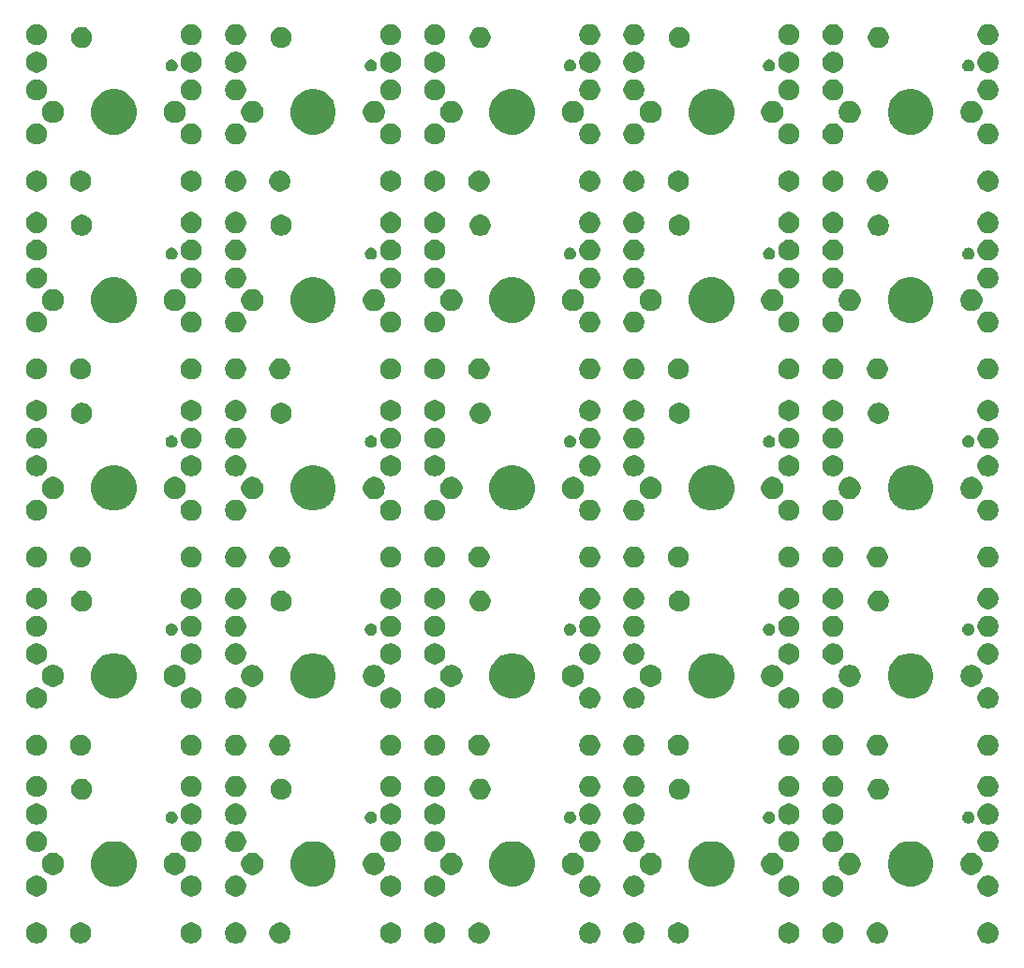
<source format=gts>
G04 #@! TF.GenerationSoftware,KiCad,Pcbnew,5.0.2-bee76a0~70~ubuntu18.04.1*
G04 #@! TF.CreationDate,2020-03-10T01:09:00+09:00*
G04 #@! TF.ProjectId,choc,63686f63-2e6b-4696-9361-645f70636258,rev?*
G04 #@! TF.SameCoordinates,Original*
G04 #@! TF.FileFunction,Soldermask,Top*
G04 #@! TF.FilePolarity,Negative*
%FSLAX46Y46*%
G04 Gerber Fmt 4.6, Leading zero omitted, Abs format (unit mm)*
G04 Created by KiCad (PCBNEW 5.0.2-bee76a0~70~ubuntu18.04.1) date 2020年03月10日 01時09分00秒*
%MOMM*%
%LPD*%
G01*
G04 APERTURE LIST*
%ADD10C,0.265000*%
G04 APERTURE END LIST*
D10*
G36*
X71809396Y-108632546D02*
X71982466Y-108704234D01*
X72138230Y-108808312D01*
X72270688Y-108940770D01*
X72374766Y-109096534D01*
X72446454Y-109269604D01*
X72483000Y-109453333D01*
X72483000Y-109640667D01*
X72446454Y-109824396D01*
X72374766Y-109997466D01*
X72270688Y-110153230D01*
X72138230Y-110285688D01*
X71982466Y-110389766D01*
X71809396Y-110461454D01*
X71625667Y-110498000D01*
X71438333Y-110498000D01*
X71254604Y-110461454D01*
X71081534Y-110389766D01*
X70925770Y-110285688D01*
X70793312Y-110153230D01*
X70689234Y-109997466D01*
X70617546Y-109824396D01*
X70581000Y-109640667D01*
X70581000Y-109453333D01*
X70617546Y-109269604D01*
X70689234Y-109096534D01*
X70793312Y-108940770D01*
X70925770Y-108808312D01*
X71081534Y-108704234D01*
X71254604Y-108632546D01*
X71438333Y-108596000D01*
X71625667Y-108596000D01*
X71809396Y-108632546D01*
X71809396Y-108632546D01*
G37*
G36*
X121809396Y-108632546D02*
X121982466Y-108704234D01*
X122138230Y-108808312D01*
X122270688Y-108940770D01*
X122374766Y-109096534D01*
X122446454Y-109269604D01*
X122483000Y-109453333D01*
X122483000Y-109640667D01*
X122446454Y-109824396D01*
X122374766Y-109997466D01*
X122270688Y-110153230D01*
X122138230Y-110285688D01*
X121982466Y-110389766D01*
X121809396Y-110461454D01*
X121625667Y-110498000D01*
X121438333Y-110498000D01*
X121254604Y-110461454D01*
X121081534Y-110389766D01*
X120925770Y-110285688D01*
X120793312Y-110153230D01*
X120689234Y-109997466D01*
X120617546Y-109824396D01*
X120581000Y-109640667D01*
X120581000Y-109453333D01*
X120617546Y-109269604D01*
X120689234Y-109096534D01*
X120793312Y-108940770D01*
X120925770Y-108808312D01*
X121081534Y-108704234D01*
X121254604Y-108632546D01*
X121438333Y-108596000D01*
X121625667Y-108596000D01*
X121809396Y-108632546D01*
X121809396Y-108632546D01*
G37*
G36*
X153809396Y-108632546D02*
X153982466Y-108704234D01*
X154138230Y-108808312D01*
X154270688Y-108940770D01*
X154374766Y-109096534D01*
X154446454Y-109269604D01*
X154483000Y-109453333D01*
X154483000Y-109640667D01*
X154446454Y-109824396D01*
X154374766Y-109997466D01*
X154270688Y-110153230D01*
X154138230Y-110285688D01*
X153982466Y-110389766D01*
X153809396Y-110461454D01*
X153625667Y-110498000D01*
X153438333Y-110498000D01*
X153254604Y-110461454D01*
X153081534Y-110389766D01*
X152925770Y-110285688D01*
X152793312Y-110153230D01*
X152689234Y-109997466D01*
X152617546Y-109824396D01*
X152581000Y-109640667D01*
X152581000Y-109453333D01*
X152617546Y-109269604D01*
X152689234Y-109096534D01*
X152793312Y-108940770D01*
X152925770Y-108808312D01*
X153081534Y-108704234D01*
X153254604Y-108632546D01*
X153438333Y-108596000D01*
X153625667Y-108596000D01*
X153809396Y-108632546D01*
X153809396Y-108632546D01*
G37*
G36*
X135809396Y-108632546D02*
X135982466Y-108704234D01*
X136138230Y-108808312D01*
X136270688Y-108940770D01*
X136374766Y-109096534D01*
X136446454Y-109269604D01*
X136483000Y-109453333D01*
X136483000Y-109640667D01*
X136446454Y-109824396D01*
X136374766Y-109997466D01*
X136270688Y-110153230D01*
X136138230Y-110285688D01*
X135982466Y-110389766D01*
X135809396Y-110461454D01*
X135625667Y-110498000D01*
X135438333Y-110498000D01*
X135254604Y-110461454D01*
X135081534Y-110389766D01*
X134925770Y-110285688D01*
X134793312Y-110153230D01*
X134689234Y-109997466D01*
X134617546Y-109824396D01*
X134581000Y-109640667D01*
X134581000Y-109453333D01*
X134617546Y-109269604D01*
X134689234Y-109096534D01*
X134793312Y-108940770D01*
X134925770Y-108808312D01*
X135081534Y-108704234D01*
X135254604Y-108632546D01*
X135438333Y-108596000D01*
X135625667Y-108596000D01*
X135809396Y-108632546D01*
X135809396Y-108632546D01*
G37*
G36*
X117809396Y-108632546D02*
X117982466Y-108704234D01*
X118138230Y-108808312D01*
X118270688Y-108940770D01*
X118374766Y-109096534D01*
X118446454Y-109269604D01*
X118483000Y-109453333D01*
X118483000Y-109640667D01*
X118446454Y-109824396D01*
X118374766Y-109997466D01*
X118270688Y-110153230D01*
X118138230Y-110285688D01*
X117982466Y-110389766D01*
X117809396Y-110461454D01*
X117625667Y-110498000D01*
X117438333Y-110498000D01*
X117254604Y-110461454D01*
X117081534Y-110389766D01*
X116925770Y-110285688D01*
X116793312Y-110153230D01*
X116689234Y-109997466D01*
X116617546Y-109824396D01*
X116581000Y-109640667D01*
X116581000Y-109453333D01*
X116617546Y-109269604D01*
X116689234Y-109096534D01*
X116793312Y-108940770D01*
X116925770Y-108808312D01*
X117081534Y-108704234D01*
X117254604Y-108632546D01*
X117438333Y-108596000D01*
X117625667Y-108596000D01*
X117809396Y-108632546D01*
X117809396Y-108632546D01*
G37*
G36*
X99809396Y-108632546D02*
X99982466Y-108704234D01*
X100138230Y-108808312D01*
X100270688Y-108940770D01*
X100374766Y-109096534D01*
X100446454Y-109269604D01*
X100483000Y-109453333D01*
X100483000Y-109640667D01*
X100446454Y-109824396D01*
X100374766Y-109997466D01*
X100270688Y-110153230D01*
X100138230Y-110285688D01*
X99982466Y-110389766D01*
X99809396Y-110461454D01*
X99625667Y-110498000D01*
X99438333Y-110498000D01*
X99254604Y-110461454D01*
X99081534Y-110389766D01*
X98925770Y-110285688D01*
X98793312Y-110153230D01*
X98689234Y-109997466D01*
X98617546Y-109824396D01*
X98581000Y-109640667D01*
X98581000Y-109453333D01*
X98617546Y-109269604D01*
X98689234Y-109096534D01*
X98793312Y-108940770D01*
X98925770Y-108808312D01*
X99081534Y-108704234D01*
X99254604Y-108632546D01*
X99438333Y-108596000D01*
X99625667Y-108596000D01*
X99809396Y-108632546D01*
X99809396Y-108632546D01*
G37*
G36*
X81809396Y-108632546D02*
X81982466Y-108704234D01*
X82138230Y-108808312D01*
X82270688Y-108940770D01*
X82374766Y-109096534D01*
X82446454Y-109269604D01*
X82483000Y-109453333D01*
X82483000Y-109640667D01*
X82446454Y-109824396D01*
X82374766Y-109997466D01*
X82270688Y-110153230D01*
X82138230Y-110285688D01*
X81982466Y-110389766D01*
X81809396Y-110461454D01*
X81625667Y-110498000D01*
X81438333Y-110498000D01*
X81254604Y-110461454D01*
X81081534Y-110389766D01*
X80925770Y-110285688D01*
X80793312Y-110153230D01*
X80689234Y-109997466D01*
X80617546Y-109824396D01*
X80581000Y-109640667D01*
X80581000Y-109453333D01*
X80617546Y-109269604D01*
X80689234Y-109096534D01*
X80793312Y-108940770D01*
X80925770Y-108808312D01*
X81081534Y-108704234D01*
X81254604Y-108632546D01*
X81438333Y-108596000D01*
X81625667Y-108596000D01*
X81809396Y-108632546D01*
X81809396Y-108632546D01*
G37*
G36*
X139809396Y-108632546D02*
X139982466Y-108704234D01*
X140138230Y-108808312D01*
X140270688Y-108940770D01*
X140374766Y-109096534D01*
X140446454Y-109269604D01*
X140483000Y-109453333D01*
X140483000Y-109640667D01*
X140446454Y-109824396D01*
X140374766Y-109997466D01*
X140270688Y-110153230D01*
X140138230Y-110285688D01*
X139982466Y-110389766D01*
X139809396Y-110461454D01*
X139625667Y-110498000D01*
X139438333Y-110498000D01*
X139254604Y-110461454D01*
X139081534Y-110389766D01*
X138925770Y-110285688D01*
X138793312Y-110153230D01*
X138689234Y-109997466D01*
X138617546Y-109824396D01*
X138581000Y-109640667D01*
X138581000Y-109453333D01*
X138617546Y-109269604D01*
X138689234Y-109096534D01*
X138793312Y-108940770D01*
X138925770Y-108808312D01*
X139081534Y-108704234D01*
X139254604Y-108632546D01*
X139438333Y-108596000D01*
X139625667Y-108596000D01*
X139809396Y-108632546D01*
X139809396Y-108632546D01*
G37*
G36*
X85809396Y-108632546D02*
X85982466Y-108704234D01*
X86138230Y-108808312D01*
X86270688Y-108940770D01*
X86374766Y-109096534D01*
X86446454Y-109269604D01*
X86483000Y-109453333D01*
X86483000Y-109640667D01*
X86446454Y-109824396D01*
X86374766Y-109997466D01*
X86270688Y-110153230D01*
X86138230Y-110285688D01*
X85982466Y-110389766D01*
X85809396Y-110461454D01*
X85625667Y-110498000D01*
X85438333Y-110498000D01*
X85254604Y-110461454D01*
X85081534Y-110389766D01*
X84925770Y-110285688D01*
X84793312Y-110153230D01*
X84689234Y-109997466D01*
X84617546Y-109824396D01*
X84581000Y-109640667D01*
X84581000Y-109453333D01*
X84617546Y-109269604D01*
X84689234Y-109096534D01*
X84793312Y-108940770D01*
X84925770Y-108808312D01*
X85081534Y-108704234D01*
X85254604Y-108632546D01*
X85438333Y-108596000D01*
X85625667Y-108596000D01*
X85809396Y-108632546D01*
X85809396Y-108632546D01*
G37*
G36*
X67809396Y-108632546D02*
X67982466Y-108704234D01*
X68138230Y-108808312D01*
X68270688Y-108940770D01*
X68374766Y-109096534D01*
X68446454Y-109269604D01*
X68483000Y-109453333D01*
X68483000Y-109640667D01*
X68446454Y-109824396D01*
X68374766Y-109997466D01*
X68270688Y-110153230D01*
X68138230Y-110285688D01*
X67982466Y-110389766D01*
X67809396Y-110461454D01*
X67625667Y-110498000D01*
X67438333Y-110498000D01*
X67254604Y-110461454D01*
X67081534Y-110389766D01*
X66925770Y-110285688D01*
X66793312Y-110153230D01*
X66689234Y-109997466D01*
X66617546Y-109824396D01*
X66581000Y-109640667D01*
X66581000Y-109453333D01*
X66617546Y-109269604D01*
X66689234Y-109096534D01*
X66793312Y-108940770D01*
X66925770Y-108808312D01*
X67081534Y-108704234D01*
X67254604Y-108632546D01*
X67438333Y-108596000D01*
X67625667Y-108596000D01*
X67809396Y-108632546D01*
X67809396Y-108632546D01*
G37*
G36*
X143809396Y-108632546D02*
X143982466Y-108704234D01*
X144138230Y-108808312D01*
X144270688Y-108940770D01*
X144374766Y-109096534D01*
X144446454Y-109269604D01*
X144483000Y-109453333D01*
X144483000Y-109640667D01*
X144446454Y-109824396D01*
X144374766Y-109997466D01*
X144270688Y-110153230D01*
X144138230Y-110285688D01*
X143982466Y-110389766D01*
X143809396Y-110461454D01*
X143625667Y-110498000D01*
X143438333Y-110498000D01*
X143254604Y-110461454D01*
X143081534Y-110389766D01*
X142925770Y-110285688D01*
X142793312Y-110153230D01*
X142689234Y-109997466D01*
X142617546Y-109824396D01*
X142581000Y-109640667D01*
X142581000Y-109453333D01*
X142617546Y-109269604D01*
X142689234Y-109096534D01*
X142793312Y-108940770D01*
X142925770Y-108808312D01*
X143081534Y-108704234D01*
X143254604Y-108632546D01*
X143438333Y-108596000D01*
X143625667Y-108596000D01*
X143809396Y-108632546D01*
X143809396Y-108632546D01*
G37*
G36*
X125809396Y-108632546D02*
X125982466Y-108704234D01*
X126138230Y-108808312D01*
X126270688Y-108940770D01*
X126374766Y-109096534D01*
X126446454Y-109269604D01*
X126483000Y-109453333D01*
X126483000Y-109640667D01*
X126446454Y-109824396D01*
X126374766Y-109997466D01*
X126270688Y-110153230D01*
X126138230Y-110285688D01*
X125982466Y-110389766D01*
X125809396Y-110461454D01*
X125625667Y-110498000D01*
X125438333Y-110498000D01*
X125254604Y-110461454D01*
X125081534Y-110389766D01*
X124925770Y-110285688D01*
X124793312Y-110153230D01*
X124689234Y-109997466D01*
X124617546Y-109824396D01*
X124581000Y-109640667D01*
X124581000Y-109453333D01*
X124617546Y-109269604D01*
X124689234Y-109096534D01*
X124793312Y-108940770D01*
X124925770Y-108808312D01*
X125081534Y-108704234D01*
X125254604Y-108632546D01*
X125438333Y-108596000D01*
X125625667Y-108596000D01*
X125809396Y-108632546D01*
X125809396Y-108632546D01*
G37*
G36*
X107809396Y-108632546D02*
X107982466Y-108704234D01*
X108138230Y-108808312D01*
X108270688Y-108940770D01*
X108374766Y-109096534D01*
X108446454Y-109269604D01*
X108483000Y-109453333D01*
X108483000Y-109640667D01*
X108446454Y-109824396D01*
X108374766Y-109997466D01*
X108270688Y-110153230D01*
X108138230Y-110285688D01*
X107982466Y-110389766D01*
X107809396Y-110461454D01*
X107625667Y-110498000D01*
X107438333Y-110498000D01*
X107254604Y-110461454D01*
X107081534Y-110389766D01*
X106925770Y-110285688D01*
X106793312Y-110153230D01*
X106689234Y-109997466D01*
X106617546Y-109824396D01*
X106581000Y-109640667D01*
X106581000Y-109453333D01*
X106617546Y-109269604D01*
X106689234Y-109096534D01*
X106793312Y-108940770D01*
X106925770Y-108808312D01*
X107081534Y-108704234D01*
X107254604Y-108632546D01*
X107438333Y-108596000D01*
X107625667Y-108596000D01*
X107809396Y-108632546D01*
X107809396Y-108632546D01*
G37*
G36*
X89809396Y-108632546D02*
X89982466Y-108704234D01*
X90138230Y-108808312D01*
X90270688Y-108940770D01*
X90374766Y-109096534D01*
X90446454Y-109269604D01*
X90483000Y-109453333D01*
X90483000Y-109640667D01*
X90446454Y-109824396D01*
X90374766Y-109997466D01*
X90270688Y-110153230D01*
X90138230Y-110285688D01*
X89982466Y-110389766D01*
X89809396Y-110461454D01*
X89625667Y-110498000D01*
X89438333Y-110498000D01*
X89254604Y-110461454D01*
X89081534Y-110389766D01*
X88925770Y-110285688D01*
X88793312Y-110153230D01*
X88689234Y-109997466D01*
X88617546Y-109824396D01*
X88581000Y-109640667D01*
X88581000Y-109453333D01*
X88617546Y-109269604D01*
X88689234Y-109096534D01*
X88793312Y-108940770D01*
X88925770Y-108808312D01*
X89081534Y-108704234D01*
X89254604Y-108632546D01*
X89438333Y-108596000D01*
X89625667Y-108596000D01*
X89809396Y-108632546D01*
X89809396Y-108632546D01*
G37*
G36*
X103809396Y-108632546D02*
X103982466Y-108704234D01*
X104138230Y-108808312D01*
X104270688Y-108940770D01*
X104374766Y-109096534D01*
X104446454Y-109269604D01*
X104483000Y-109453333D01*
X104483000Y-109640667D01*
X104446454Y-109824396D01*
X104374766Y-109997466D01*
X104270688Y-110153230D01*
X104138230Y-110285688D01*
X103982466Y-110389766D01*
X103809396Y-110461454D01*
X103625667Y-110498000D01*
X103438333Y-110498000D01*
X103254604Y-110461454D01*
X103081534Y-110389766D01*
X102925770Y-110285688D01*
X102793312Y-110153230D01*
X102689234Y-109997466D01*
X102617546Y-109824396D01*
X102581000Y-109640667D01*
X102581000Y-109453333D01*
X102617546Y-109269604D01*
X102689234Y-109096534D01*
X102793312Y-108940770D01*
X102925770Y-108808312D01*
X103081534Y-108704234D01*
X103254604Y-108632546D01*
X103438333Y-108596000D01*
X103625667Y-108596000D01*
X103809396Y-108632546D01*
X103809396Y-108632546D01*
G37*
G36*
X103809396Y-104382546D02*
X103982466Y-104454234D01*
X104138230Y-104558312D01*
X104270688Y-104690770D01*
X104374766Y-104846534D01*
X104446454Y-105019604D01*
X104483000Y-105203333D01*
X104483000Y-105390667D01*
X104446454Y-105574396D01*
X104374766Y-105747466D01*
X104270688Y-105903230D01*
X104138230Y-106035688D01*
X103982466Y-106139766D01*
X103809396Y-106211454D01*
X103625667Y-106248000D01*
X103438333Y-106248000D01*
X103254604Y-106211454D01*
X103081534Y-106139766D01*
X102925770Y-106035688D01*
X102793312Y-105903230D01*
X102689234Y-105747466D01*
X102617546Y-105574396D01*
X102581000Y-105390667D01*
X102581000Y-105203333D01*
X102617546Y-105019604D01*
X102689234Y-104846534D01*
X102793312Y-104690770D01*
X102925770Y-104558312D01*
X103081534Y-104454234D01*
X103254604Y-104382546D01*
X103438333Y-104346000D01*
X103625667Y-104346000D01*
X103809396Y-104382546D01*
X103809396Y-104382546D01*
G37*
G36*
X67809396Y-104382546D02*
X67982466Y-104454234D01*
X68138230Y-104558312D01*
X68270688Y-104690770D01*
X68374766Y-104846534D01*
X68446454Y-105019604D01*
X68483000Y-105203333D01*
X68483000Y-105390667D01*
X68446454Y-105574396D01*
X68374766Y-105747466D01*
X68270688Y-105903230D01*
X68138230Y-106035688D01*
X67982466Y-106139766D01*
X67809396Y-106211454D01*
X67625667Y-106248000D01*
X67438333Y-106248000D01*
X67254604Y-106211454D01*
X67081534Y-106139766D01*
X66925770Y-106035688D01*
X66793312Y-105903230D01*
X66689234Y-105747466D01*
X66617546Y-105574396D01*
X66581000Y-105390667D01*
X66581000Y-105203333D01*
X66617546Y-105019604D01*
X66689234Y-104846534D01*
X66793312Y-104690770D01*
X66925770Y-104558312D01*
X67081534Y-104454234D01*
X67254604Y-104382546D01*
X67438333Y-104346000D01*
X67625667Y-104346000D01*
X67809396Y-104382546D01*
X67809396Y-104382546D01*
G37*
G36*
X81809396Y-104382546D02*
X81982466Y-104454234D01*
X82138230Y-104558312D01*
X82270688Y-104690770D01*
X82374766Y-104846534D01*
X82446454Y-105019604D01*
X82483000Y-105203333D01*
X82483000Y-105390667D01*
X82446454Y-105574396D01*
X82374766Y-105747466D01*
X82270688Y-105903230D01*
X82138230Y-106035688D01*
X81982466Y-106139766D01*
X81809396Y-106211454D01*
X81625667Y-106248000D01*
X81438333Y-106248000D01*
X81254604Y-106211454D01*
X81081534Y-106139766D01*
X80925770Y-106035688D01*
X80793312Y-105903230D01*
X80689234Y-105747466D01*
X80617546Y-105574396D01*
X80581000Y-105390667D01*
X80581000Y-105203333D01*
X80617546Y-105019604D01*
X80689234Y-104846534D01*
X80793312Y-104690770D01*
X80925770Y-104558312D01*
X81081534Y-104454234D01*
X81254604Y-104382546D01*
X81438333Y-104346000D01*
X81625667Y-104346000D01*
X81809396Y-104382546D01*
X81809396Y-104382546D01*
G37*
G36*
X85809396Y-104382546D02*
X85982466Y-104454234D01*
X86138230Y-104558312D01*
X86270688Y-104690770D01*
X86374766Y-104846534D01*
X86446454Y-105019604D01*
X86483000Y-105203333D01*
X86483000Y-105390667D01*
X86446454Y-105574396D01*
X86374766Y-105747466D01*
X86270688Y-105903230D01*
X86138230Y-106035688D01*
X85982466Y-106139766D01*
X85809396Y-106211454D01*
X85625667Y-106248000D01*
X85438333Y-106248000D01*
X85254604Y-106211454D01*
X85081534Y-106139766D01*
X84925770Y-106035688D01*
X84793312Y-105903230D01*
X84689234Y-105747466D01*
X84617546Y-105574396D01*
X84581000Y-105390667D01*
X84581000Y-105203333D01*
X84617546Y-105019604D01*
X84689234Y-104846534D01*
X84793312Y-104690770D01*
X84925770Y-104558312D01*
X85081534Y-104454234D01*
X85254604Y-104382546D01*
X85438333Y-104346000D01*
X85625667Y-104346000D01*
X85809396Y-104382546D01*
X85809396Y-104382546D01*
G37*
G36*
X99809396Y-104382546D02*
X99982466Y-104454234D01*
X100138230Y-104558312D01*
X100270688Y-104690770D01*
X100374766Y-104846534D01*
X100446454Y-105019604D01*
X100483000Y-105203333D01*
X100483000Y-105390667D01*
X100446454Y-105574396D01*
X100374766Y-105747466D01*
X100270688Y-105903230D01*
X100138230Y-106035688D01*
X99982466Y-106139766D01*
X99809396Y-106211454D01*
X99625667Y-106248000D01*
X99438333Y-106248000D01*
X99254604Y-106211454D01*
X99081534Y-106139766D01*
X98925770Y-106035688D01*
X98793312Y-105903230D01*
X98689234Y-105747466D01*
X98617546Y-105574396D01*
X98581000Y-105390667D01*
X98581000Y-105203333D01*
X98617546Y-105019604D01*
X98689234Y-104846534D01*
X98793312Y-104690770D01*
X98925770Y-104558312D01*
X99081534Y-104454234D01*
X99254604Y-104382546D01*
X99438333Y-104346000D01*
X99625667Y-104346000D01*
X99809396Y-104382546D01*
X99809396Y-104382546D01*
G37*
G36*
X117809396Y-104382546D02*
X117982466Y-104454234D01*
X118138230Y-104558312D01*
X118270688Y-104690770D01*
X118374766Y-104846534D01*
X118446454Y-105019604D01*
X118483000Y-105203333D01*
X118483000Y-105390667D01*
X118446454Y-105574396D01*
X118374766Y-105747466D01*
X118270688Y-105903230D01*
X118138230Y-106035688D01*
X117982466Y-106139766D01*
X117809396Y-106211454D01*
X117625667Y-106248000D01*
X117438333Y-106248000D01*
X117254604Y-106211454D01*
X117081534Y-106139766D01*
X116925770Y-106035688D01*
X116793312Y-105903230D01*
X116689234Y-105747466D01*
X116617546Y-105574396D01*
X116581000Y-105390667D01*
X116581000Y-105203333D01*
X116617546Y-105019604D01*
X116689234Y-104846534D01*
X116793312Y-104690770D01*
X116925770Y-104558312D01*
X117081534Y-104454234D01*
X117254604Y-104382546D01*
X117438333Y-104346000D01*
X117625667Y-104346000D01*
X117809396Y-104382546D01*
X117809396Y-104382546D01*
G37*
G36*
X135809396Y-104382546D02*
X135982466Y-104454234D01*
X136138230Y-104558312D01*
X136270688Y-104690770D01*
X136374766Y-104846534D01*
X136446454Y-105019604D01*
X136483000Y-105203333D01*
X136483000Y-105390667D01*
X136446454Y-105574396D01*
X136374766Y-105747466D01*
X136270688Y-105903230D01*
X136138230Y-106035688D01*
X135982466Y-106139766D01*
X135809396Y-106211454D01*
X135625667Y-106248000D01*
X135438333Y-106248000D01*
X135254604Y-106211454D01*
X135081534Y-106139766D01*
X134925770Y-106035688D01*
X134793312Y-105903230D01*
X134689234Y-105747466D01*
X134617546Y-105574396D01*
X134581000Y-105390667D01*
X134581000Y-105203333D01*
X134617546Y-105019604D01*
X134689234Y-104846534D01*
X134793312Y-104690770D01*
X134925770Y-104558312D01*
X135081534Y-104454234D01*
X135254604Y-104382546D01*
X135438333Y-104346000D01*
X135625667Y-104346000D01*
X135809396Y-104382546D01*
X135809396Y-104382546D01*
G37*
G36*
X139809396Y-104382546D02*
X139982466Y-104454234D01*
X140138230Y-104558312D01*
X140270688Y-104690770D01*
X140374766Y-104846534D01*
X140446454Y-105019604D01*
X140483000Y-105203333D01*
X140483000Y-105390667D01*
X140446454Y-105574396D01*
X140374766Y-105747466D01*
X140270688Y-105903230D01*
X140138230Y-106035688D01*
X139982466Y-106139766D01*
X139809396Y-106211454D01*
X139625667Y-106248000D01*
X139438333Y-106248000D01*
X139254604Y-106211454D01*
X139081534Y-106139766D01*
X138925770Y-106035688D01*
X138793312Y-105903230D01*
X138689234Y-105747466D01*
X138617546Y-105574396D01*
X138581000Y-105390667D01*
X138581000Y-105203333D01*
X138617546Y-105019604D01*
X138689234Y-104846534D01*
X138793312Y-104690770D01*
X138925770Y-104558312D01*
X139081534Y-104454234D01*
X139254604Y-104382546D01*
X139438333Y-104346000D01*
X139625667Y-104346000D01*
X139809396Y-104382546D01*
X139809396Y-104382546D01*
G37*
G36*
X153809396Y-104382546D02*
X153982466Y-104454234D01*
X154138230Y-104558312D01*
X154270688Y-104690770D01*
X154374766Y-104846534D01*
X154446454Y-105019604D01*
X154483000Y-105203333D01*
X154483000Y-105390667D01*
X154446454Y-105574396D01*
X154374766Y-105747466D01*
X154270688Y-105903230D01*
X154138230Y-106035688D01*
X153982466Y-106139766D01*
X153809396Y-106211454D01*
X153625667Y-106248000D01*
X153438333Y-106248000D01*
X153254604Y-106211454D01*
X153081534Y-106139766D01*
X152925770Y-106035688D01*
X152793312Y-105903230D01*
X152689234Y-105747466D01*
X152617546Y-105574396D01*
X152581000Y-105390667D01*
X152581000Y-105203333D01*
X152617546Y-105019604D01*
X152689234Y-104846534D01*
X152793312Y-104690770D01*
X152925770Y-104558312D01*
X153081534Y-104454234D01*
X153254604Y-104382546D01*
X153438333Y-104346000D01*
X153625667Y-104346000D01*
X153809396Y-104382546D01*
X153809396Y-104382546D01*
G37*
G36*
X121809396Y-104382546D02*
X121982466Y-104454234D01*
X122138230Y-104558312D01*
X122270688Y-104690770D01*
X122374766Y-104846534D01*
X122446454Y-105019604D01*
X122483000Y-105203333D01*
X122483000Y-105390667D01*
X122446454Y-105574396D01*
X122374766Y-105747466D01*
X122270688Y-105903230D01*
X122138230Y-106035688D01*
X121982466Y-106139766D01*
X121809396Y-106211454D01*
X121625667Y-106248000D01*
X121438333Y-106248000D01*
X121254604Y-106211454D01*
X121081534Y-106139766D01*
X120925770Y-106035688D01*
X120793312Y-105903230D01*
X120689234Y-105747466D01*
X120617546Y-105574396D01*
X120581000Y-105390667D01*
X120581000Y-105203333D01*
X120617546Y-105019604D01*
X120689234Y-104846534D01*
X120793312Y-104690770D01*
X120925770Y-104558312D01*
X121081534Y-104454234D01*
X121254604Y-104382546D01*
X121438333Y-104346000D01*
X121625667Y-104346000D01*
X121809396Y-104382546D01*
X121809396Y-104382546D01*
G37*
G36*
X93130252Y-101324818D02*
X93130254Y-101324819D01*
X93130255Y-101324819D01*
X93503513Y-101479427D01*
X93503514Y-101479428D01*
X93839439Y-101703886D01*
X94125114Y-101989561D01*
X94125116Y-101989564D01*
X94349573Y-102325487D01*
X94504181Y-102698745D01*
X94583000Y-103094994D01*
X94583000Y-103499006D01*
X94504181Y-103895255D01*
X94349573Y-104268513D01*
X94273378Y-104382546D01*
X94125114Y-104604439D01*
X93839439Y-104890114D01*
X93839436Y-104890116D01*
X93503513Y-105114573D01*
X93130255Y-105269181D01*
X93130254Y-105269181D01*
X93130252Y-105269182D01*
X92734007Y-105348000D01*
X92329993Y-105348000D01*
X91933748Y-105269182D01*
X91933746Y-105269181D01*
X91933745Y-105269181D01*
X91560487Y-105114573D01*
X91224564Y-104890116D01*
X91224561Y-104890114D01*
X90938886Y-104604439D01*
X90790622Y-104382546D01*
X90714427Y-104268513D01*
X90559819Y-103895255D01*
X90481000Y-103499006D01*
X90481000Y-103094994D01*
X90559819Y-102698745D01*
X90714427Y-102325487D01*
X90938884Y-101989564D01*
X90938886Y-101989561D01*
X91224561Y-101703886D01*
X91560486Y-101479428D01*
X91560487Y-101479427D01*
X91933745Y-101324819D01*
X91933746Y-101324819D01*
X91933748Y-101324818D01*
X92329993Y-101246000D01*
X92734007Y-101246000D01*
X93130252Y-101324818D01*
X93130252Y-101324818D01*
G37*
G36*
X129130252Y-101324818D02*
X129130254Y-101324819D01*
X129130255Y-101324819D01*
X129503513Y-101479427D01*
X129503514Y-101479428D01*
X129839439Y-101703886D01*
X130125114Y-101989561D01*
X130125116Y-101989564D01*
X130349573Y-102325487D01*
X130504181Y-102698745D01*
X130583000Y-103094994D01*
X130583000Y-103499006D01*
X130504181Y-103895255D01*
X130349573Y-104268513D01*
X130273378Y-104382546D01*
X130125114Y-104604439D01*
X129839439Y-104890114D01*
X129839436Y-104890116D01*
X129503513Y-105114573D01*
X129130255Y-105269181D01*
X129130254Y-105269181D01*
X129130252Y-105269182D01*
X128734007Y-105348000D01*
X128329993Y-105348000D01*
X127933748Y-105269182D01*
X127933746Y-105269181D01*
X127933745Y-105269181D01*
X127560487Y-105114573D01*
X127224564Y-104890116D01*
X127224561Y-104890114D01*
X126938886Y-104604439D01*
X126790622Y-104382546D01*
X126714427Y-104268513D01*
X126559819Y-103895255D01*
X126481000Y-103499006D01*
X126481000Y-103094994D01*
X126559819Y-102698745D01*
X126714427Y-102325487D01*
X126938884Y-101989564D01*
X126938886Y-101989561D01*
X127224561Y-101703886D01*
X127560486Y-101479428D01*
X127560487Y-101479427D01*
X127933745Y-101324819D01*
X127933746Y-101324819D01*
X127933748Y-101324818D01*
X128329993Y-101246000D01*
X128734007Y-101246000D01*
X129130252Y-101324818D01*
X129130252Y-101324818D01*
G37*
G36*
X111130252Y-101324818D02*
X111130254Y-101324819D01*
X111130255Y-101324819D01*
X111503513Y-101479427D01*
X111503514Y-101479428D01*
X111839439Y-101703886D01*
X112125114Y-101989561D01*
X112125116Y-101989564D01*
X112349573Y-102325487D01*
X112504181Y-102698745D01*
X112583000Y-103094994D01*
X112583000Y-103499006D01*
X112504181Y-103895255D01*
X112349573Y-104268513D01*
X112273378Y-104382546D01*
X112125114Y-104604439D01*
X111839439Y-104890114D01*
X111839436Y-104890116D01*
X111503513Y-105114573D01*
X111130255Y-105269181D01*
X111130254Y-105269181D01*
X111130252Y-105269182D01*
X110734007Y-105348000D01*
X110329993Y-105348000D01*
X109933748Y-105269182D01*
X109933746Y-105269181D01*
X109933745Y-105269181D01*
X109560487Y-105114573D01*
X109224564Y-104890116D01*
X109224561Y-104890114D01*
X108938886Y-104604439D01*
X108790622Y-104382546D01*
X108714427Y-104268513D01*
X108559819Y-103895255D01*
X108481000Y-103499006D01*
X108481000Y-103094994D01*
X108559819Y-102698745D01*
X108714427Y-102325487D01*
X108938884Y-101989564D01*
X108938886Y-101989561D01*
X109224561Y-101703886D01*
X109560486Y-101479428D01*
X109560487Y-101479427D01*
X109933745Y-101324819D01*
X109933746Y-101324819D01*
X109933748Y-101324818D01*
X110329993Y-101246000D01*
X110734007Y-101246000D01*
X111130252Y-101324818D01*
X111130252Y-101324818D01*
G37*
G36*
X75130252Y-101324818D02*
X75130254Y-101324819D01*
X75130255Y-101324819D01*
X75503513Y-101479427D01*
X75503514Y-101479428D01*
X75839439Y-101703886D01*
X76125114Y-101989561D01*
X76125116Y-101989564D01*
X76349573Y-102325487D01*
X76504181Y-102698745D01*
X76583000Y-103094994D01*
X76583000Y-103499006D01*
X76504181Y-103895255D01*
X76349573Y-104268513D01*
X76273378Y-104382546D01*
X76125114Y-104604439D01*
X75839439Y-104890114D01*
X75839436Y-104890116D01*
X75503513Y-105114573D01*
X75130255Y-105269181D01*
X75130254Y-105269181D01*
X75130252Y-105269182D01*
X74734007Y-105348000D01*
X74329993Y-105348000D01*
X73933748Y-105269182D01*
X73933746Y-105269181D01*
X73933745Y-105269181D01*
X73560487Y-105114573D01*
X73224564Y-104890116D01*
X73224561Y-104890114D01*
X72938886Y-104604439D01*
X72790622Y-104382546D01*
X72714427Y-104268513D01*
X72559819Y-103895255D01*
X72481000Y-103499006D01*
X72481000Y-103094994D01*
X72559819Y-102698745D01*
X72714427Y-102325487D01*
X72938884Y-101989564D01*
X72938886Y-101989561D01*
X73224561Y-101703886D01*
X73560486Y-101479428D01*
X73560487Y-101479427D01*
X73933745Y-101324819D01*
X73933746Y-101324819D01*
X73933748Y-101324818D01*
X74329993Y-101246000D01*
X74734007Y-101246000D01*
X75130252Y-101324818D01*
X75130252Y-101324818D01*
G37*
G36*
X147130252Y-101324818D02*
X147130254Y-101324819D01*
X147130255Y-101324819D01*
X147503513Y-101479427D01*
X147503514Y-101479428D01*
X147839439Y-101703886D01*
X148125114Y-101989561D01*
X148125116Y-101989564D01*
X148349573Y-102325487D01*
X148504181Y-102698745D01*
X148583000Y-103094994D01*
X148583000Y-103499006D01*
X148504181Y-103895255D01*
X148349573Y-104268513D01*
X148273378Y-104382546D01*
X148125114Y-104604439D01*
X147839439Y-104890114D01*
X147839436Y-104890116D01*
X147503513Y-105114573D01*
X147130255Y-105269181D01*
X147130254Y-105269181D01*
X147130252Y-105269182D01*
X146734007Y-105348000D01*
X146329993Y-105348000D01*
X145933748Y-105269182D01*
X145933746Y-105269181D01*
X145933745Y-105269181D01*
X145560487Y-105114573D01*
X145224564Y-104890116D01*
X145224561Y-104890114D01*
X144938886Y-104604439D01*
X144790622Y-104382546D01*
X144714427Y-104268513D01*
X144559819Y-103895255D01*
X144481000Y-103499006D01*
X144481000Y-103094994D01*
X144559819Y-102698745D01*
X144714427Y-102325487D01*
X144938884Y-101989564D01*
X144938886Y-101989561D01*
X145224561Y-101703886D01*
X145560486Y-101479428D01*
X145560487Y-101479427D01*
X145933745Y-101324819D01*
X145933746Y-101324819D01*
X145933748Y-101324818D01*
X146329993Y-101246000D01*
X146734007Y-101246000D01*
X147130252Y-101324818D01*
X147130252Y-101324818D01*
G37*
G36*
X80323981Y-102334468D02*
X80506150Y-102409925D01*
X80670103Y-102519475D01*
X80809525Y-102658897D01*
X80919075Y-102822850D01*
X80994532Y-103005019D01*
X81033000Y-103198410D01*
X81033000Y-103395590D01*
X80994532Y-103588981D01*
X80919075Y-103771150D01*
X80809525Y-103935103D01*
X80670103Y-104074525D01*
X80506150Y-104184075D01*
X80323981Y-104259532D01*
X80130590Y-104298000D01*
X79933410Y-104298000D01*
X79740019Y-104259532D01*
X79557850Y-104184075D01*
X79393897Y-104074525D01*
X79254475Y-103935103D01*
X79144925Y-103771150D01*
X79069468Y-103588981D01*
X79031000Y-103395590D01*
X79031000Y-103198410D01*
X79069468Y-103005019D01*
X79144925Y-102822850D01*
X79254475Y-102658897D01*
X79393897Y-102519475D01*
X79557850Y-102409925D01*
X79740019Y-102334468D01*
X79933410Y-102296000D01*
X80130590Y-102296000D01*
X80323981Y-102334468D01*
X80323981Y-102334468D01*
G37*
G36*
X152323981Y-102334468D02*
X152506150Y-102409925D01*
X152670103Y-102519475D01*
X152809525Y-102658897D01*
X152919075Y-102822850D01*
X152994532Y-103005019D01*
X153033000Y-103198410D01*
X153033000Y-103395590D01*
X152994532Y-103588981D01*
X152919075Y-103771150D01*
X152809525Y-103935103D01*
X152670103Y-104074525D01*
X152506150Y-104184075D01*
X152323981Y-104259532D01*
X152130590Y-104298000D01*
X151933410Y-104298000D01*
X151740019Y-104259532D01*
X151557850Y-104184075D01*
X151393897Y-104074525D01*
X151254475Y-103935103D01*
X151144925Y-103771150D01*
X151069468Y-103588981D01*
X151031000Y-103395590D01*
X151031000Y-103198410D01*
X151069468Y-103005019D01*
X151144925Y-102822850D01*
X151254475Y-102658897D01*
X151393897Y-102519475D01*
X151557850Y-102409925D01*
X151740019Y-102334468D01*
X151933410Y-102296000D01*
X152130590Y-102296000D01*
X152323981Y-102334468D01*
X152323981Y-102334468D01*
G37*
G36*
X141323981Y-102334468D02*
X141506150Y-102409925D01*
X141670103Y-102519475D01*
X141809525Y-102658897D01*
X141919075Y-102822850D01*
X141994532Y-103005019D01*
X142033000Y-103198410D01*
X142033000Y-103395590D01*
X141994532Y-103588981D01*
X141919075Y-103771150D01*
X141809525Y-103935103D01*
X141670103Y-104074525D01*
X141506150Y-104184075D01*
X141323981Y-104259532D01*
X141130590Y-104298000D01*
X140933410Y-104298000D01*
X140740019Y-104259532D01*
X140557850Y-104184075D01*
X140393897Y-104074525D01*
X140254475Y-103935103D01*
X140144925Y-103771150D01*
X140069468Y-103588981D01*
X140031000Y-103395590D01*
X140031000Y-103198410D01*
X140069468Y-103005019D01*
X140144925Y-102822850D01*
X140254475Y-102658897D01*
X140393897Y-102519475D01*
X140557850Y-102409925D01*
X140740019Y-102334468D01*
X140933410Y-102296000D01*
X141130590Y-102296000D01*
X141323981Y-102334468D01*
X141323981Y-102334468D01*
G37*
G36*
X69323981Y-102334468D02*
X69506150Y-102409925D01*
X69670103Y-102519475D01*
X69809525Y-102658897D01*
X69919075Y-102822850D01*
X69994532Y-103005019D01*
X70033000Y-103198410D01*
X70033000Y-103395590D01*
X69994532Y-103588981D01*
X69919075Y-103771150D01*
X69809525Y-103935103D01*
X69670103Y-104074525D01*
X69506150Y-104184075D01*
X69323981Y-104259532D01*
X69130590Y-104298000D01*
X68933410Y-104298000D01*
X68740019Y-104259532D01*
X68557850Y-104184075D01*
X68393897Y-104074525D01*
X68254475Y-103935103D01*
X68144925Y-103771150D01*
X68069468Y-103588981D01*
X68031000Y-103395590D01*
X68031000Y-103198410D01*
X68069468Y-103005019D01*
X68144925Y-102822850D01*
X68254475Y-102658897D01*
X68393897Y-102519475D01*
X68557850Y-102409925D01*
X68740019Y-102334468D01*
X68933410Y-102296000D01*
X69130590Y-102296000D01*
X69323981Y-102334468D01*
X69323981Y-102334468D01*
G37*
G36*
X87323981Y-102334468D02*
X87506150Y-102409925D01*
X87670103Y-102519475D01*
X87809525Y-102658897D01*
X87919075Y-102822850D01*
X87994532Y-103005019D01*
X88033000Y-103198410D01*
X88033000Y-103395590D01*
X87994532Y-103588981D01*
X87919075Y-103771150D01*
X87809525Y-103935103D01*
X87670103Y-104074525D01*
X87506150Y-104184075D01*
X87323981Y-104259532D01*
X87130590Y-104298000D01*
X86933410Y-104298000D01*
X86740019Y-104259532D01*
X86557850Y-104184075D01*
X86393897Y-104074525D01*
X86254475Y-103935103D01*
X86144925Y-103771150D01*
X86069468Y-103588981D01*
X86031000Y-103395590D01*
X86031000Y-103198410D01*
X86069468Y-103005019D01*
X86144925Y-102822850D01*
X86254475Y-102658897D01*
X86393897Y-102519475D01*
X86557850Y-102409925D01*
X86740019Y-102334468D01*
X86933410Y-102296000D01*
X87130590Y-102296000D01*
X87323981Y-102334468D01*
X87323981Y-102334468D01*
G37*
G36*
X116323981Y-102334468D02*
X116506150Y-102409925D01*
X116670103Y-102519475D01*
X116809525Y-102658897D01*
X116919075Y-102822850D01*
X116994532Y-103005019D01*
X117033000Y-103198410D01*
X117033000Y-103395590D01*
X116994532Y-103588981D01*
X116919075Y-103771150D01*
X116809525Y-103935103D01*
X116670103Y-104074525D01*
X116506150Y-104184075D01*
X116323981Y-104259532D01*
X116130590Y-104298000D01*
X115933410Y-104298000D01*
X115740019Y-104259532D01*
X115557850Y-104184075D01*
X115393897Y-104074525D01*
X115254475Y-103935103D01*
X115144925Y-103771150D01*
X115069468Y-103588981D01*
X115031000Y-103395590D01*
X115031000Y-103198410D01*
X115069468Y-103005019D01*
X115144925Y-102822850D01*
X115254475Y-102658897D01*
X115393897Y-102519475D01*
X115557850Y-102409925D01*
X115740019Y-102334468D01*
X115933410Y-102296000D01*
X116130590Y-102296000D01*
X116323981Y-102334468D01*
X116323981Y-102334468D01*
G37*
G36*
X105323981Y-102334468D02*
X105506150Y-102409925D01*
X105670103Y-102519475D01*
X105809525Y-102658897D01*
X105919075Y-102822850D01*
X105994532Y-103005019D01*
X106033000Y-103198410D01*
X106033000Y-103395590D01*
X105994532Y-103588981D01*
X105919075Y-103771150D01*
X105809525Y-103935103D01*
X105670103Y-104074525D01*
X105506150Y-104184075D01*
X105323981Y-104259532D01*
X105130590Y-104298000D01*
X104933410Y-104298000D01*
X104740019Y-104259532D01*
X104557850Y-104184075D01*
X104393897Y-104074525D01*
X104254475Y-103935103D01*
X104144925Y-103771150D01*
X104069468Y-103588981D01*
X104031000Y-103395590D01*
X104031000Y-103198410D01*
X104069468Y-103005019D01*
X104144925Y-102822850D01*
X104254475Y-102658897D01*
X104393897Y-102519475D01*
X104557850Y-102409925D01*
X104740019Y-102334468D01*
X104933410Y-102296000D01*
X105130590Y-102296000D01*
X105323981Y-102334468D01*
X105323981Y-102334468D01*
G37*
G36*
X123323981Y-102334468D02*
X123506150Y-102409925D01*
X123670103Y-102519475D01*
X123809525Y-102658897D01*
X123919075Y-102822850D01*
X123994532Y-103005019D01*
X124033000Y-103198410D01*
X124033000Y-103395590D01*
X123994532Y-103588981D01*
X123919075Y-103771150D01*
X123809525Y-103935103D01*
X123670103Y-104074525D01*
X123506150Y-104184075D01*
X123323981Y-104259532D01*
X123130590Y-104298000D01*
X122933410Y-104298000D01*
X122740019Y-104259532D01*
X122557850Y-104184075D01*
X122393897Y-104074525D01*
X122254475Y-103935103D01*
X122144925Y-103771150D01*
X122069468Y-103588981D01*
X122031000Y-103395590D01*
X122031000Y-103198410D01*
X122069468Y-103005019D01*
X122144925Y-102822850D01*
X122254475Y-102658897D01*
X122393897Y-102519475D01*
X122557850Y-102409925D01*
X122740019Y-102334468D01*
X122933410Y-102296000D01*
X123130590Y-102296000D01*
X123323981Y-102334468D01*
X123323981Y-102334468D01*
G37*
G36*
X134323981Y-102334468D02*
X134506150Y-102409925D01*
X134670103Y-102519475D01*
X134809525Y-102658897D01*
X134919075Y-102822850D01*
X134994532Y-103005019D01*
X135033000Y-103198410D01*
X135033000Y-103395590D01*
X134994532Y-103588981D01*
X134919075Y-103771150D01*
X134809525Y-103935103D01*
X134670103Y-104074525D01*
X134506150Y-104184075D01*
X134323981Y-104259532D01*
X134130590Y-104298000D01*
X133933410Y-104298000D01*
X133740019Y-104259532D01*
X133557850Y-104184075D01*
X133393897Y-104074525D01*
X133254475Y-103935103D01*
X133144925Y-103771150D01*
X133069468Y-103588981D01*
X133031000Y-103395590D01*
X133031000Y-103198410D01*
X133069468Y-103005019D01*
X133144925Y-102822850D01*
X133254475Y-102658897D01*
X133393897Y-102519475D01*
X133557850Y-102409925D01*
X133740019Y-102334468D01*
X133933410Y-102296000D01*
X134130590Y-102296000D01*
X134323981Y-102334468D01*
X134323981Y-102334468D01*
G37*
G36*
X98323981Y-102334468D02*
X98506150Y-102409925D01*
X98670103Y-102519475D01*
X98809525Y-102658897D01*
X98919075Y-102822850D01*
X98994532Y-103005019D01*
X99033000Y-103198410D01*
X99033000Y-103395590D01*
X98994532Y-103588981D01*
X98919075Y-103771150D01*
X98809525Y-103935103D01*
X98670103Y-104074525D01*
X98506150Y-104184075D01*
X98323981Y-104259532D01*
X98130590Y-104298000D01*
X97933410Y-104298000D01*
X97740019Y-104259532D01*
X97557850Y-104184075D01*
X97393897Y-104074525D01*
X97254475Y-103935103D01*
X97144925Y-103771150D01*
X97069468Y-103588981D01*
X97031000Y-103395590D01*
X97031000Y-103198410D01*
X97069468Y-103005019D01*
X97144925Y-102822850D01*
X97254475Y-102658897D01*
X97393897Y-102519475D01*
X97557850Y-102409925D01*
X97740019Y-102334468D01*
X97933410Y-102296000D01*
X98130590Y-102296000D01*
X98323981Y-102334468D01*
X98323981Y-102334468D01*
G37*
G36*
X135809396Y-100382546D02*
X135982466Y-100454234D01*
X136138230Y-100558312D01*
X136270688Y-100690770D01*
X136374766Y-100846534D01*
X136446454Y-101019604D01*
X136483000Y-101203333D01*
X136483000Y-101390667D01*
X136446454Y-101574396D01*
X136374766Y-101747466D01*
X136270688Y-101903230D01*
X136138230Y-102035688D01*
X135982466Y-102139766D01*
X135809396Y-102211454D01*
X135625667Y-102248000D01*
X135438333Y-102248000D01*
X135254604Y-102211454D01*
X135081534Y-102139766D01*
X134925770Y-102035688D01*
X134793312Y-101903230D01*
X134689234Y-101747466D01*
X134617546Y-101574396D01*
X134581000Y-101390667D01*
X134581000Y-101203333D01*
X134617546Y-101019604D01*
X134689234Y-100846534D01*
X134793312Y-100690770D01*
X134925770Y-100558312D01*
X135081534Y-100454234D01*
X135254604Y-100382546D01*
X135438333Y-100346000D01*
X135625667Y-100346000D01*
X135809396Y-100382546D01*
X135809396Y-100382546D01*
G37*
G36*
X139809396Y-100382546D02*
X139982466Y-100454234D01*
X140138230Y-100558312D01*
X140270688Y-100690770D01*
X140374766Y-100846534D01*
X140446454Y-101019604D01*
X140483000Y-101203333D01*
X140483000Y-101390667D01*
X140446454Y-101574396D01*
X140374766Y-101747466D01*
X140270688Y-101903230D01*
X140138230Y-102035688D01*
X139982466Y-102139766D01*
X139809396Y-102211454D01*
X139625667Y-102248000D01*
X139438333Y-102248000D01*
X139254604Y-102211454D01*
X139081534Y-102139766D01*
X138925770Y-102035688D01*
X138793312Y-101903230D01*
X138689234Y-101747466D01*
X138617546Y-101574396D01*
X138581000Y-101390667D01*
X138581000Y-101203333D01*
X138617546Y-101019604D01*
X138689234Y-100846534D01*
X138793312Y-100690770D01*
X138925770Y-100558312D01*
X139081534Y-100454234D01*
X139254604Y-100382546D01*
X139438333Y-100346000D01*
X139625667Y-100346000D01*
X139809396Y-100382546D01*
X139809396Y-100382546D01*
G37*
G36*
X121809396Y-100382546D02*
X121982466Y-100454234D01*
X122138230Y-100558312D01*
X122270688Y-100690770D01*
X122374766Y-100846534D01*
X122446454Y-101019604D01*
X122483000Y-101203333D01*
X122483000Y-101390667D01*
X122446454Y-101574396D01*
X122374766Y-101747466D01*
X122270688Y-101903230D01*
X122138230Y-102035688D01*
X121982466Y-102139766D01*
X121809396Y-102211454D01*
X121625667Y-102248000D01*
X121438333Y-102248000D01*
X121254604Y-102211454D01*
X121081534Y-102139766D01*
X120925770Y-102035688D01*
X120793312Y-101903230D01*
X120689234Y-101747466D01*
X120617546Y-101574396D01*
X120581000Y-101390667D01*
X120581000Y-101203333D01*
X120617546Y-101019604D01*
X120689234Y-100846534D01*
X120793312Y-100690770D01*
X120925770Y-100558312D01*
X121081534Y-100454234D01*
X121254604Y-100382546D01*
X121438333Y-100346000D01*
X121625667Y-100346000D01*
X121809396Y-100382546D01*
X121809396Y-100382546D01*
G37*
G36*
X103809396Y-100382546D02*
X103982466Y-100454234D01*
X104138230Y-100558312D01*
X104270688Y-100690770D01*
X104374766Y-100846534D01*
X104446454Y-101019604D01*
X104483000Y-101203333D01*
X104483000Y-101390667D01*
X104446454Y-101574396D01*
X104374766Y-101747466D01*
X104270688Y-101903230D01*
X104138230Y-102035688D01*
X103982466Y-102139766D01*
X103809396Y-102211454D01*
X103625667Y-102248000D01*
X103438333Y-102248000D01*
X103254604Y-102211454D01*
X103081534Y-102139766D01*
X102925770Y-102035688D01*
X102793312Y-101903230D01*
X102689234Y-101747466D01*
X102617546Y-101574396D01*
X102581000Y-101390667D01*
X102581000Y-101203333D01*
X102617546Y-101019604D01*
X102689234Y-100846534D01*
X102793312Y-100690770D01*
X102925770Y-100558312D01*
X103081534Y-100454234D01*
X103254604Y-100382546D01*
X103438333Y-100346000D01*
X103625667Y-100346000D01*
X103809396Y-100382546D01*
X103809396Y-100382546D01*
G37*
G36*
X85809396Y-100382546D02*
X85982466Y-100454234D01*
X86138230Y-100558312D01*
X86270688Y-100690770D01*
X86374766Y-100846534D01*
X86446454Y-101019604D01*
X86483000Y-101203333D01*
X86483000Y-101390667D01*
X86446454Y-101574396D01*
X86374766Y-101747466D01*
X86270688Y-101903230D01*
X86138230Y-102035688D01*
X85982466Y-102139766D01*
X85809396Y-102211454D01*
X85625667Y-102248000D01*
X85438333Y-102248000D01*
X85254604Y-102211454D01*
X85081534Y-102139766D01*
X84925770Y-102035688D01*
X84793312Y-101903230D01*
X84689234Y-101747466D01*
X84617546Y-101574396D01*
X84581000Y-101390667D01*
X84581000Y-101203333D01*
X84617546Y-101019604D01*
X84689234Y-100846534D01*
X84793312Y-100690770D01*
X84925770Y-100558312D01*
X85081534Y-100454234D01*
X85254604Y-100382546D01*
X85438333Y-100346000D01*
X85625667Y-100346000D01*
X85809396Y-100382546D01*
X85809396Y-100382546D01*
G37*
G36*
X67809396Y-100382546D02*
X67982466Y-100454234D01*
X68138230Y-100558312D01*
X68270688Y-100690770D01*
X68374766Y-100846534D01*
X68446454Y-101019604D01*
X68483000Y-101203333D01*
X68483000Y-101390667D01*
X68446454Y-101574396D01*
X68374766Y-101747466D01*
X68270688Y-101903230D01*
X68138230Y-102035688D01*
X67982466Y-102139766D01*
X67809396Y-102211454D01*
X67625667Y-102248000D01*
X67438333Y-102248000D01*
X67254604Y-102211454D01*
X67081534Y-102139766D01*
X66925770Y-102035688D01*
X66793312Y-101903230D01*
X66689234Y-101747466D01*
X66617546Y-101574396D01*
X66581000Y-101390667D01*
X66581000Y-101203333D01*
X66617546Y-101019604D01*
X66689234Y-100846534D01*
X66793312Y-100690770D01*
X66925770Y-100558312D01*
X67081534Y-100454234D01*
X67254604Y-100382546D01*
X67438333Y-100346000D01*
X67625667Y-100346000D01*
X67809396Y-100382546D01*
X67809396Y-100382546D01*
G37*
G36*
X117809396Y-100382546D02*
X117982466Y-100454234D01*
X118138230Y-100558312D01*
X118270688Y-100690770D01*
X118374766Y-100846534D01*
X118446454Y-101019604D01*
X118483000Y-101203333D01*
X118483000Y-101390667D01*
X118446454Y-101574396D01*
X118374766Y-101747466D01*
X118270688Y-101903230D01*
X118138230Y-102035688D01*
X117982466Y-102139766D01*
X117809396Y-102211454D01*
X117625667Y-102248000D01*
X117438333Y-102248000D01*
X117254604Y-102211454D01*
X117081534Y-102139766D01*
X116925770Y-102035688D01*
X116793312Y-101903230D01*
X116689234Y-101747466D01*
X116617546Y-101574396D01*
X116581000Y-101390667D01*
X116581000Y-101203333D01*
X116617546Y-101019604D01*
X116689234Y-100846534D01*
X116793312Y-100690770D01*
X116925770Y-100558312D01*
X117081534Y-100454234D01*
X117254604Y-100382546D01*
X117438333Y-100346000D01*
X117625667Y-100346000D01*
X117809396Y-100382546D01*
X117809396Y-100382546D01*
G37*
G36*
X81809396Y-100382546D02*
X81982466Y-100454234D01*
X82138230Y-100558312D01*
X82270688Y-100690770D01*
X82374766Y-100846534D01*
X82446454Y-101019604D01*
X82483000Y-101203333D01*
X82483000Y-101390667D01*
X82446454Y-101574396D01*
X82374766Y-101747466D01*
X82270688Y-101903230D01*
X82138230Y-102035688D01*
X81982466Y-102139766D01*
X81809396Y-102211454D01*
X81625667Y-102248000D01*
X81438333Y-102248000D01*
X81254604Y-102211454D01*
X81081534Y-102139766D01*
X80925770Y-102035688D01*
X80793312Y-101903230D01*
X80689234Y-101747466D01*
X80617546Y-101574396D01*
X80581000Y-101390667D01*
X80581000Y-101203333D01*
X80617546Y-101019604D01*
X80689234Y-100846534D01*
X80793312Y-100690770D01*
X80925770Y-100558312D01*
X81081534Y-100454234D01*
X81254604Y-100382546D01*
X81438333Y-100346000D01*
X81625667Y-100346000D01*
X81809396Y-100382546D01*
X81809396Y-100382546D01*
G37*
G36*
X99809396Y-100382546D02*
X99982466Y-100454234D01*
X100138230Y-100558312D01*
X100270688Y-100690770D01*
X100374766Y-100846534D01*
X100446454Y-101019604D01*
X100483000Y-101203333D01*
X100483000Y-101390667D01*
X100446454Y-101574396D01*
X100374766Y-101747466D01*
X100270688Y-101903230D01*
X100138230Y-102035688D01*
X99982466Y-102139766D01*
X99809396Y-102211454D01*
X99625667Y-102248000D01*
X99438333Y-102248000D01*
X99254604Y-102211454D01*
X99081534Y-102139766D01*
X98925770Y-102035688D01*
X98793312Y-101903230D01*
X98689234Y-101747466D01*
X98617546Y-101574396D01*
X98581000Y-101390667D01*
X98581000Y-101203333D01*
X98617546Y-101019604D01*
X98689234Y-100846534D01*
X98793312Y-100690770D01*
X98925770Y-100558312D01*
X99081534Y-100454234D01*
X99254604Y-100382546D01*
X99438333Y-100346000D01*
X99625667Y-100346000D01*
X99809396Y-100382546D01*
X99809396Y-100382546D01*
G37*
G36*
X153809396Y-100382546D02*
X153982466Y-100454234D01*
X154138230Y-100558312D01*
X154270688Y-100690770D01*
X154374766Y-100846534D01*
X154446454Y-101019604D01*
X154483000Y-101203333D01*
X154483000Y-101390667D01*
X154446454Y-101574396D01*
X154374766Y-101747466D01*
X154270688Y-101903230D01*
X154138230Y-102035688D01*
X153982466Y-102139766D01*
X153809396Y-102211454D01*
X153625667Y-102248000D01*
X153438333Y-102248000D01*
X153254604Y-102211454D01*
X153081534Y-102139766D01*
X152925770Y-102035688D01*
X152793312Y-101903230D01*
X152689234Y-101747466D01*
X152617546Y-101574396D01*
X152581000Y-101390667D01*
X152581000Y-101203333D01*
X152617546Y-101019604D01*
X152689234Y-100846534D01*
X152793312Y-100690770D01*
X152925770Y-100558312D01*
X153081534Y-100454234D01*
X153254604Y-100382546D01*
X153438333Y-100346000D01*
X153625667Y-100346000D01*
X153809396Y-100382546D01*
X153809396Y-100382546D01*
G37*
G36*
X153809396Y-97882546D02*
X153982466Y-97954234D01*
X154138230Y-98058312D01*
X154270688Y-98190770D01*
X154374766Y-98346534D01*
X154446454Y-98519604D01*
X154483000Y-98703333D01*
X154483000Y-98890667D01*
X154446454Y-99074396D01*
X154374766Y-99247466D01*
X154270688Y-99403230D01*
X154138230Y-99535688D01*
X153982466Y-99639766D01*
X153809396Y-99711454D01*
X153625667Y-99748000D01*
X153438333Y-99748000D01*
X153254604Y-99711454D01*
X153081534Y-99639766D01*
X152925770Y-99535688D01*
X152793312Y-99403230D01*
X152689234Y-99247466D01*
X152617546Y-99074396D01*
X152581000Y-98890667D01*
X152581000Y-98703333D01*
X152617546Y-98519604D01*
X152689234Y-98346534D01*
X152793312Y-98190770D01*
X152925770Y-98058312D01*
X153081534Y-97954234D01*
X153254604Y-97882546D01*
X153438333Y-97846000D01*
X153625667Y-97846000D01*
X153809396Y-97882546D01*
X153809396Y-97882546D01*
G37*
G36*
X67809396Y-97882546D02*
X67982466Y-97954234D01*
X68138230Y-98058312D01*
X68270688Y-98190770D01*
X68374766Y-98346534D01*
X68446454Y-98519604D01*
X68483000Y-98703333D01*
X68483000Y-98890667D01*
X68446454Y-99074396D01*
X68374766Y-99247466D01*
X68270688Y-99403230D01*
X68138230Y-99535688D01*
X67982466Y-99639766D01*
X67809396Y-99711454D01*
X67625667Y-99748000D01*
X67438333Y-99748000D01*
X67254604Y-99711454D01*
X67081534Y-99639766D01*
X66925770Y-99535688D01*
X66793312Y-99403230D01*
X66689234Y-99247466D01*
X66617546Y-99074396D01*
X66581000Y-98890667D01*
X66581000Y-98703333D01*
X66617546Y-98519604D01*
X66689234Y-98346534D01*
X66793312Y-98190770D01*
X66925770Y-98058312D01*
X67081534Y-97954234D01*
X67254604Y-97882546D01*
X67438333Y-97846000D01*
X67625667Y-97846000D01*
X67809396Y-97882546D01*
X67809396Y-97882546D01*
G37*
G36*
X81809396Y-97882546D02*
X81982466Y-97954234D01*
X82138230Y-98058312D01*
X82270688Y-98190770D01*
X82374766Y-98346534D01*
X82446454Y-98519604D01*
X82483000Y-98703333D01*
X82483000Y-98890667D01*
X82446454Y-99074396D01*
X82374766Y-99247466D01*
X82270688Y-99403230D01*
X82138230Y-99535688D01*
X81982466Y-99639766D01*
X81809396Y-99711454D01*
X81625667Y-99748000D01*
X81438333Y-99748000D01*
X81254604Y-99711454D01*
X81081534Y-99639766D01*
X80925770Y-99535688D01*
X80793312Y-99403230D01*
X80689234Y-99247466D01*
X80617546Y-99074396D01*
X80581000Y-98890667D01*
X80581000Y-98703333D01*
X80617546Y-98519604D01*
X80689234Y-98346534D01*
X80793312Y-98190770D01*
X80925770Y-98058312D01*
X81081534Y-97954234D01*
X81254604Y-97882546D01*
X81438333Y-97846000D01*
X81625667Y-97846000D01*
X81809396Y-97882546D01*
X81809396Y-97882546D01*
G37*
G36*
X85809396Y-97882546D02*
X85982466Y-97954234D01*
X86138230Y-98058312D01*
X86270688Y-98190770D01*
X86374766Y-98346534D01*
X86446454Y-98519604D01*
X86483000Y-98703333D01*
X86483000Y-98890667D01*
X86446454Y-99074396D01*
X86374766Y-99247466D01*
X86270688Y-99403230D01*
X86138230Y-99535688D01*
X85982466Y-99639766D01*
X85809396Y-99711454D01*
X85625667Y-99748000D01*
X85438333Y-99748000D01*
X85254604Y-99711454D01*
X85081534Y-99639766D01*
X84925770Y-99535688D01*
X84793312Y-99403230D01*
X84689234Y-99247466D01*
X84617546Y-99074396D01*
X84581000Y-98890667D01*
X84581000Y-98703333D01*
X84617546Y-98519604D01*
X84689234Y-98346534D01*
X84793312Y-98190770D01*
X84925770Y-98058312D01*
X85081534Y-97954234D01*
X85254604Y-97882546D01*
X85438333Y-97846000D01*
X85625667Y-97846000D01*
X85809396Y-97882546D01*
X85809396Y-97882546D01*
G37*
G36*
X99809396Y-97882546D02*
X99982466Y-97954234D01*
X100138230Y-98058312D01*
X100270688Y-98190770D01*
X100374766Y-98346534D01*
X100446454Y-98519604D01*
X100483000Y-98703333D01*
X100483000Y-98890667D01*
X100446454Y-99074396D01*
X100374766Y-99247466D01*
X100270688Y-99403230D01*
X100138230Y-99535688D01*
X99982466Y-99639766D01*
X99809396Y-99711454D01*
X99625667Y-99748000D01*
X99438333Y-99748000D01*
X99254604Y-99711454D01*
X99081534Y-99639766D01*
X98925770Y-99535688D01*
X98793312Y-99403230D01*
X98689234Y-99247466D01*
X98617546Y-99074396D01*
X98581000Y-98890667D01*
X98581000Y-98703333D01*
X98617546Y-98519604D01*
X98689234Y-98346534D01*
X98793312Y-98190770D01*
X98925770Y-98058312D01*
X99081534Y-97954234D01*
X99254604Y-97882546D01*
X99438333Y-97846000D01*
X99625667Y-97846000D01*
X99809396Y-97882546D01*
X99809396Y-97882546D01*
G37*
G36*
X121809396Y-97882546D02*
X121982466Y-97954234D01*
X122138230Y-98058312D01*
X122270688Y-98190770D01*
X122374766Y-98346534D01*
X122446454Y-98519604D01*
X122483000Y-98703333D01*
X122483000Y-98890667D01*
X122446454Y-99074396D01*
X122374766Y-99247466D01*
X122270688Y-99403230D01*
X122138230Y-99535688D01*
X121982466Y-99639766D01*
X121809396Y-99711454D01*
X121625667Y-99748000D01*
X121438333Y-99748000D01*
X121254604Y-99711454D01*
X121081534Y-99639766D01*
X120925770Y-99535688D01*
X120793312Y-99403230D01*
X120689234Y-99247466D01*
X120617546Y-99074396D01*
X120581000Y-98890667D01*
X120581000Y-98703333D01*
X120617546Y-98519604D01*
X120689234Y-98346534D01*
X120793312Y-98190770D01*
X120925770Y-98058312D01*
X121081534Y-97954234D01*
X121254604Y-97882546D01*
X121438333Y-97846000D01*
X121625667Y-97846000D01*
X121809396Y-97882546D01*
X121809396Y-97882546D01*
G37*
G36*
X135809396Y-97882546D02*
X135982466Y-97954234D01*
X136138230Y-98058312D01*
X136270688Y-98190770D01*
X136374766Y-98346534D01*
X136446454Y-98519604D01*
X136483000Y-98703333D01*
X136483000Y-98890667D01*
X136446454Y-99074396D01*
X136374766Y-99247466D01*
X136270688Y-99403230D01*
X136138230Y-99535688D01*
X135982466Y-99639766D01*
X135809396Y-99711454D01*
X135625667Y-99748000D01*
X135438333Y-99748000D01*
X135254604Y-99711454D01*
X135081534Y-99639766D01*
X134925770Y-99535688D01*
X134793312Y-99403230D01*
X134689234Y-99247466D01*
X134617546Y-99074396D01*
X134581000Y-98890667D01*
X134581000Y-98703333D01*
X134617546Y-98519604D01*
X134689234Y-98346534D01*
X134793312Y-98190770D01*
X134925770Y-98058312D01*
X135081534Y-97954234D01*
X135254604Y-97882546D01*
X135438333Y-97846000D01*
X135625667Y-97846000D01*
X135809396Y-97882546D01*
X135809396Y-97882546D01*
G37*
G36*
X139809396Y-97882546D02*
X139982466Y-97954234D01*
X140138230Y-98058312D01*
X140270688Y-98190770D01*
X140374766Y-98346534D01*
X140446454Y-98519604D01*
X140483000Y-98703333D01*
X140483000Y-98890667D01*
X140446454Y-99074396D01*
X140374766Y-99247466D01*
X140270688Y-99403230D01*
X140138230Y-99535688D01*
X139982466Y-99639766D01*
X139809396Y-99711454D01*
X139625667Y-99748000D01*
X139438333Y-99748000D01*
X139254604Y-99711454D01*
X139081534Y-99639766D01*
X138925770Y-99535688D01*
X138793312Y-99403230D01*
X138689234Y-99247466D01*
X138617546Y-99074396D01*
X138581000Y-98890667D01*
X138581000Y-98703333D01*
X138617546Y-98519604D01*
X138689234Y-98346534D01*
X138793312Y-98190770D01*
X138925770Y-98058312D01*
X139081534Y-97954234D01*
X139254604Y-97882546D01*
X139438333Y-97846000D01*
X139625667Y-97846000D01*
X139809396Y-97882546D01*
X139809396Y-97882546D01*
G37*
G36*
X103809396Y-97882546D02*
X103982466Y-97954234D01*
X104138230Y-98058312D01*
X104270688Y-98190770D01*
X104374766Y-98346534D01*
X104446454Y-98519604D01*
X104483000Y-98703333D01*
X104483000Y-98890667D01*
X104446454Y-99074396D01*
X104374766Y-99247466D01*
X104270688Y-99403230D01*
X104138230Y-99535688D01*
X103982466Y-99639766D01*
X103809396Y-99711454D01*
X103625667Y-99748000D01*
X103438333Y-99748000D01*
X103254604Y-99711454D01*
X103081534Y-99639766D01*
X102925770Y-99535688D01*
X102793312Y-99403230D01*
X102689234Y-99247466D01*
X102617546Y-99074396D01*
X102581000Y-98890667D01*
X102581000Y-98703333D01*
X102617546Y-98519604D01*
X102689234Y-98346534D01*
X102793312Y-98190770D01*
X102925770Y-98058312D01*
X103081534Y-97954234D01*
X103254604Y-97882546D01*
X103438333Y-97846000D01*
X103625667Y-97846000D01*
X103809396Y-97882546D01*
X103809396Y-97882546D01*
G37*
G36*
X117809396Y-97882546D02*
X117982466Y-97954234D01*
X118138230Y-98058312D01*
X118270688Y-98190770D01*
X118374766Y-98346534D01*
X118446454Y-98519604D01*
X118483000Y-98703333D01*
X118483000Y-98890667D01*
X118446454Y-99074396D01*
X118374766Y-99247466D01*
X118270688Y-99403230D01*
X118138230Y-99535688D01*
X117982466Y-99639766D01*
X117809396Y-99711454D01*
X117625667Y-99748000D01*
X117438333Y-99748000D01*
X117254604Y-99711454D01*
X117081534Y-99639766D01*
X116925770Y-99535688D01*
X116793312Y-99403230D01*
X116689234Y-99247466D01*
X116617546Y-99074396D01*
X116581000Y-98890667D01*
X116581000Y-98703333D01*
X116617546Y-98519604D01*
X116689234Y-98346534D01*
X116793312Y-98190770D01*
X116925770Y-98058312D01*
X117081534Y-97954234D01*
X117254604Y-97882546D01*
X117438333Y-97846000D01*
X117625667Y-97846000D01*
X117809396Y-97882546D01*
X117809396Y-97882546D01*
G37*
G36*
X97912721Y-98567174D02*
X98012995Y-98608709D01*
X98103245Y-98669012D01*
X98179988Y-98745755D01*
X98240291Y-98836005D01*
X98281826Y-98936279D01*
X98303000Y-99042730D01*
X98303000Y-99151270D01*
X98281826Y-99257721D01*
X98240291Y-99357995D01*
X98179988Y-99448245D01*
X98103245Y-99524988D01*
X98012995Y-99585291D01*
X97912721Y-99626826D01*
X97806270Y-99648000D01*
X97697730Y-99648000D01*
X97591279Y-99626826D01*
X97491005Y-99585291D01*
X97400755Y-99524988D01*
X97324012Y-99448245D01*
X97263709Y-99357995D01*
X97222174Y-99257721D01*
X97201000Y-99151270D01*
X97201000Y-99042730D01*
X97222174Y-98936279D01*
X97263709Y-98836005D01*
X97324012Y-98745755D01*
X97400755Y-98669012D01*
X97491005Y-98608709D01*
X97591279Y-98567174D01*
X97697730Y-98546000D01*
X97806270Y-98546000D01*
X97912721Y-98567174D01*
X97912721Y-98567174D01*
G37*
G36*
X133912721Y-98567174D02*
X134012995Y-98608709D01*
X134103245Y-98669012D01*
X134179988Y-98745755D01*
X134240291Y-98836005D01*
X134281826Y-98936279D01*
X134303000Y-99042730D01*
X134303000Y-99151270D01*
X134281826Y-99257721D01*
X134240291Y-99357995D01*
X134179988Y-99448245D01*
X134103245Y-99524988D01*
X134012995Y-99585291D01*
X133912721Y-99626826D01*
X133806270Y-99648000D01*
X133697730Y-99648000D01*
X133591279Y-99626826D01*
X133491005Y-99585291D01*
X133400755Y-99524988D01*
X133324012Y-99448245D01*
X133263709Y-99357995D01*
X133222174Y-99257721D01*
X133201000Y-99151270D01*
X133201000Y-99042730D01*
X133222174Y-98936279D01*
X133263709Y-98836005D01*
X133324012Y-98745755D01*
X133400755Y-98669012D01*
X133491005Y-98608709D01*
X133591279Y-98567174D01*
X133697730Y-98546000D01*
X133806270Y-98546000D01*
X133912721Y-98567174D01*
X133912721Y-98567174D01*
G37*
G36*
X151912721Y-98567174D02*
X152012995Y-98608709D01*
X152103245Y-98669012D01*
X152179988Y-98745755D01*
X152240291Y-98836005D01*
X152281826Y-98936279D01*
X152303000Y-99042730D01*
X152303000Y-99151270D01*
X152281826Y-99257721D01*
X152240291Y-99357995D01*
X152179988Y-99448245D01*
X152103245Y-99524988D01*
X152012995Y-99585291D01*
X151912721Y-99626826D01*
X151806270Y-99648000D01*
X151697730Y-99648000D01*
X151591279Y-99626826D01*
X151491005Y-99585291D01*
X151400755Y-99524988D01*
X151324012Y-99448245D01*
X151263709Y-99357995D01*
X151222174Y-99257721D01*
X151201000Y-99151270D01*
X151201000Y-99042730D01*
X151222174Y-98936279D01*
X151263709Y-98836005D01*
X151324012Y-98745755D01*
X151400755Y-98669012D01*
X151491005Y-98608709D01*
X151591279Y-98567174D01*
X151697730Y-98546000D01*
X151806270Y-98546000D01*
X151912721Y-98567174D01*
X151912721Y-98567174D01*
G37*
G36*
X115912721Y-98567174D02*
X116012995Y-98608709D01*
X116103245Y-98669012D01*
X116179988Y-98745755D01*
X116240291Y-98836005D01*
X116281826Y-98936279D01*
X116303000Y-99042730D01*
X116303000Y-99151270D01*
X116281826Y-99257721D01*
X116240291Y-99357995D01*
X116179988Y-99448245D01*
X116103245Y-99524988D01*
X116012995Y-99585291D01*
X115912721Y-99626826D01*
X115806270Y-99648000D01*
X115697730Y-99648000D01*
X115591279Y-99626826D01*
X115491005Y-99585291D01*
X115400755Y-99524988D01*
X115324012Y-99448245D01*
X115263709Y-99357995D01*
X115222174Y-99257721D01*
X115201000Y-99151270D01*
X115201000Y-99042730D01*
X115222174Y-98936279D01*
X115263709Y-98836005D01*
X115324012Y-98745755D01*
X115400755Y-98669012D01*
X115491005Y-98608709D01*
X115591279Y-98567174D01*
X115697730Y-98546000D01*
X115806270Y-98546000D01*
X115912721Y-98567174D01*
X115912721Y-98567174D01*
G37*
G36*
X79912721Y-98567174D02*
X80012995Y-98608709D01*
X80103245Y-98669012D01*
X80179988Y-98745755D01*
X80240291Y-98836005D01*
X80281826Y-98936279D01*
X80303000Y-99042730D01*
X80303000Y-99151270D01*
X80281826Y-99257721D01*
X80240291Y-99357995D01*
X80179988Y-99448245D01*
X80103245Y-99524988D01*
X80012995Y-99585291D01*
X79912721Y-99626826D01*
X79806270Y-99648000D01*
X79697730Y-99648000D01*
X79591279Y-99626826D01*
X79491005Y-99585291D01*
X79400755Y-99524988D01*
X79324012Y-99448245D01*
X79263709Y-99357995D01*
X79222174Y-99257721D01*
X79201000Y-99151270D01*
X79201000Y-99042730D01*
X79222174Y-98936279D01*
X79263709Y-98836005D01*
X79324012Y-98745755D01*
X79400755Y-98669012D01*
X79491005Y-98608709D01*
X79591279Y-98567174D01*
X79697730Y-98546000D01*
X79806270Y-98546000D01*
X79912721Y-98567174D01*
X79912721Y-98567174D01*
G37*
G36*
X71909396Y-95632546D02*
X72082466Y-95704234D01*
X72238230Y-95808312D01*
X72370688Y-95940770D01*
X72474766Y-96096534D01*
X72546454Y-96269604D01*
X72583000Y-96453333D01*
X72583000Y-96640667D01*
X72546454Y-96824396D01*
X72474766Y-96997466D01*
X72370688Y-97153230D01*
X72238230Y-97285688D01*
X72082466Y-97389766D01*
X71909396Y-97461454D01*
X71725667Y-97498000D01*
X71538333Y-97498000D01*
X71354604Y-97461454D01*
X71181534Y-97389766D01*
X71025770Y-97285688D01*
X70893312Y-97153230D01*
X70789234Y-96997466D01*
X70717546Y-96824396D01*
X70681000Y-96640667D01*
X70681000Y-96453333D01*
X70717546Y-96269604D01*
X70789234Y-96096534D01*
X70893312Y-95940770D01*
X71025770Y-95808312D01*
X71181534Y-95704234D01*
X71354604Y-95632546D01*
X71538333Y-95596000D01*
X71725667Y-95596000D01*
X71909396Y-95632546D01*
X71909396Y-95632546D01*
G37*
G36*
X107909396Y-95632546D02*
X108082466Y-95704234D01*
X108238230Y-95808312D01*
X108370688Y-95940770D01*
X108474766Y-96096534D01*
X108546454Y-96269604D01*
X108583000Y-96453333D01*
X108583000Y-96640667D01*
X108546454Y-96824396D01*
X108474766Y-96997466D01*
X108370688Y-97153230D01*
X108238230Y-97285688D01*
X108082466Y-97389766D01*
X107909396Y-97461454D01*
X107725667Y-97498000D01*
X107538333Y-97498000D01*
X107354604Y-97461454D01*
X107181534Y-97389766D01*
X107025770Y-97285688D01*
X106893312Y-97153230D01*
X106789234Y-96997466D01*
X106717546Y-96824396D01*
X106681000Y-96640667D01*
X106681000Y-96453333D01*
X106717546Y-96269604D01*
X106789234Y-96096534D01*
X106893312Y-95940770D01*
X107025770Y-95808312D01*
X107181534Y-95704234D01*
X107354604Y-95632546D01*
X107538333Y-95596000D01*
X107725667Y-95596000D01*
X107909396Y-95632546D01*
X107909396Y-95632546D01*
G37*
G36*
X125909396Y-95632546D02*
X126082466Y-95704234D01*
X126238230Y-95808312D01*
X126370688Y-95940770D01*
X126474766Y-96096534D01*
X126546454Y-96269604D01*
X126583000Y-96453333D01*
X126583000Y-96640667D01*
X126546454Y-96824396D01*
X126474766Y-96997466D01*
X126370688Y-97153230D01*
X126238230Y-97285688D01*
X126082466Y-97389766D01*
X125909396Y-97461454D01*
X125725667Y-97498000D01*
X125538333Y-97498000D01*
X125354604Y-97461454D01*
X125181534Y-97389766D01*
X125025770Y-97285688D01*
X124893312Y-97153230D01*
X124789234Y-96997466D01*
X124717546Y-96824396D01*
X124681000Y-96640667D01*
X124681000Y-96453333D01*
X124717546Y-96269604D01*
X124789234Y-96096534D01*
X124893312Y-95940770D01*
X125025770Y-95808312D01*
X125181534Y-95704234D01*
X125354604Y-95632546D01*
X125538333Y-95596000D01*
X125725667Y-95596000D01*
X125909396Y-95632546D01*
X125909396Y-95632546D01*
G37*
G36*
X89909396Y-95632546D02*
X90082466Y-95704234D01*
X90238230Y-95808312D01*
X90370688Y-95940770D01*
X90474766Y-96096534D01*
X90546454Y-96269604D01*
X90583000Y-96453333D01*
X90583000Y-96640667D01*
X90546454Y-96824396D01*
X90474766Y-96997466D01*
X90370688Y-97153230D01*
X90238230Y-97285688D01*
X90082466Y-97389766D01*
X89909396Y-97461454D01*
X89725667Y-97498000D01*
X89538333Y-97498000D01*
X89354604Y-97461454D01*
X89181534Y-97389766D01*
X89025770Y-97285688D01*
X88893312Y-97153230D01*
X88789234Y-96997466D01*
X88717546Y-96824396D01*
X88681000Y-96640667D01*
X88681000Y-96453333D01*
X88717546Y-96269604D01*
X88789234Y-96096534D01*
X88893312Y-95940770D01*
X89025770Y-95808312D01*
X89181534Y-95704234D01*
X89354604Y-95632546D01*
X89538333Y-95596000D01*
X89725667Y-95596000D01*
X89909396Y-95632546D01*
X89909396Y-95632546D01*
G37*
G36*
X143909396Y-95632546D02*
X144082466Y-95704234D01*
X144238230Y-95808312D01*
X144370688Y-95940770D01*
X144474766Y-96096534D01*
X144546454Y-96269604D01*
X144583000Y-96453333D01*
X144583000Y-96640667D01*
X144546454Y-96824396D01*
X144474766Y-96997466D01*
X144370688Y-97153230D01*
X144238230Y-97285688D01*
X144082466Y-97389766D01*
X143909396Y-97461454D01*
X143725667Y-97498000D01*
X143538333Y-97498000D01*
X143354604Y-97461454D01*
X143181534Y-97389766D01*
X143025770Y-97285688D01*
X142893312Y-97153230D01*
X142789234Y-96997466D01*
X142717546Y-96824396D01*
X142681000Y-96640667D01*
X142681000Y-96453333D01*
X142717546Y-96269604D01*
X142789234Y-96096534D01*
X142893312Y-95940770D01*
X143025770Y-95808312D01*
X143181534Y-95704234D01*
X143354604Y-95632546D01*
X143538333Y-95596000D01*
X143725667Y-95596000D01*
X143909396Y-95632546D01*
X143909396Y-95632546D01*
G37*
G36*
X139809396Y-95382546D02*
X139982466Y-95454234D01*
X140138230Y-95558312D01*
X140270688Y-95690770D01*
X140374766Y-95846534D01*
X140446454Y-96019604D01*
X140483000Y-96203333D01*
X140483000Y-96390667D01*
X140446454Y-96574396D01*
X140374766Y-96747466D01*
X140270688Y-96903230D01*
X140138230Y-97035688D01*
X139982466Y-97139766D01*
X139809396Y-97211454D01*
X139625667Y-97248000D01*
X139438333Y-97248000D01*
X139254604Y-97211454D01*
X139081534Y-97139766D01*
X138925770Y-97035688D01*
X138793312Y-96903230D01*
X138689234Y-96747466D01*
X138617546Y-96574396D01*
X138581000Y-96390667D01*
X138581000Y-96203333D01*
X138617546Y-96019604D01*
X138689234Y-95846534D01*
X138793312Y-95690770D01*
X138925770Y-95558312D01*
X139081534Y-95454234D01*
X139254604Y-95382546D01*
X139438333Y-95346000D01*
X139625667Y-95346000D01*
X139809396Y-95382546D01*
X139809396Y-95382546D01*
G37*
G36*
X153809396Y-95382546D02*
X153982466Y-95454234D01*
X154138230Y-95558312D01*
X154270688Y-95690770D01*
X154374766Y-95846534D01*
X154446454Y-96019604D01*
X154483000Y-96203333D01*
X154483000Y-96390667D01*
X154446454Y-96574396D01*
X154374766Y-96747466D01*
X154270688Y-96903230D01*
X154138230Y-97035688D01*
X153982466Y-97139766D01*
X153809396Y-97211454D01*
X153625667Y-97248000D01*
X153438333Y-97248000D01*
X153254604Y-97211454D01*
X153081534Y-97139766D01*
X152925770Y-97035688D01*
X152793312Y-96903230D01*
X152689234Y-96747466D01*
X152617546Y-96574396D01*
X152581000Y-96390667D01*
X152581000Y-96203333D01*
X152617546Y-96019604D01*
X152689234Y-95846534D01*
X152793312Y-95690770D01*
X152925770Y-95558312D01*
X153081534Y-95454234D01*
X153254604Y-95382546D01*
X153438333Y-95346000D01*
X153625667Y-95346000D01*
X153809396Y-95382546D01*
X153809396Y-95382546D01*
G37*
G36*
X135809396Y-95382546D02*
X135982466Y-95454234D01*
X136138230Y-95558312D01*
X136270688Y-95690770D01*
X136374766Y-95846534D01*
X136446454Y-96019604D01*
X136483000Y-96203333D01*
X136483000Y-96390667D01*
X136446454Y-96574396D01*
X136374766Y-96747466D01*
X136270688Y-96903230D01*
X136138230Y-97035688D01*
X135982466Y-97139766D01*
X135809396Y-97211454D01*
X135625667Y-97248000D01*
X135438333Y-97248000D01*
X135254604Y-97211454D01*
X135081534Y-97139766D01*
X134925770Y-97035688D01*
X134793312Y-96903230D01*
X134689234Y-96747466D01*
X134617546Y-96574396D01*
X134581000Y-96390667D01*
X134581000Y-96203333D01*
X134617546Y-96019604D01*
X134689234Y-95846534D01*
X134793312Y-95690770D01*
X134925770Y-95558312D01*
X135081534Y-95454234D01*
X135254604Y-95382546D01*
X135438333Y-95346000D01*
X135625667Y-95346000D01*
X135809396Y-95382546D01*
X135809396Y-95382546D01*
G37*
G36*
X67809396Y-95382546D02*
X67982466Y-95454234D01*
X68138230Y-95558312D01*
X68270688Y-95690770D01*
X68374766Y-95846534D01*
X68446454Y-96019604D01*
X68483000Y-96203333D01*
X68483000Y-96390667D01*
X68446454Y-96574396D01*
X68374766Y-96747466D01*
X68270688Y-96903230D01*
X68138230Y-97035688D01*
X67982466Y-97139766D01*
X67809396Y-97211454D01*
X67625667Y-97248000D01*
X67438333Y-97248000D01*
X67254604Y-97211454D01*
X67081534Y-97139766D01*
X66925770Y-97035688D01*
X66793312Y-96903230D01*
X66689234Y-96747466D01*
X66617546Y-96574396D01*
X66581000Y-96390667D01*
X66581000Y-96203333D01*
X66617546Y-96019604D01*
X66689234Y-95846534D01*
X66793312Y-95690770D01*
X66925770Y-95558312D01*
X67081534Y-95454234D01*
X67254604Y-95382546D01*
X67438333Y-95346000D01*
X67625667Y-95346000D01*
X67809396Y-95382546D01*
X67809396Y-95382546D01*
G37*
G36*
X81809396Y-95382546D02*
X81982466Y-95454234D01*
X82138230Y-95558312D01*
X82270688Y-95690770D01*
X82374766Y-95846534D01*
X82446454Y-96019604D01*
X82483000Y-96203333D01*
X82483000Y-96390667D01*
X82446454Y-96574396D01*
X82374766Y-96747466D01*
X82270688Y-96903230D01*
X82138230Y-97035688D01*
X81982466Y-97139766D01*
X81809396Y-97211454D01*
X81625667Y-97248000D01*
X81438333Y-97248000D01*
X81254604Y-97211454D01*
X81081534Y-97139766D01*
X80925770Y-97035688D01*
X80793312Y-96903230D01*
X80689234Y-96747466D01*
X80617546Y-96574396D01*
X80581000Y-96390667D01*
X80581000Y-96203333D01*
X80617546Y-96019604D01*
X80689234Y-95846534D01*
X80793312Y-95690770D01*
X80925770Y-95558312D01*
X81081534Y-95454234D01*
X81254604Y-95382546D01*
X81438333Y-95346000D01*
X81625667Y-95346000D01*
X81809396Y-95382546D01*
X81809396Y-95382546D01*
G37*
G36*
X103809396Y-95382546D02*
X103982466Y-95454234D01*
X104138230Y-95558312D01*
X104270688Y-95690770D01*
X104374766Y-95846534D01*
X104446454Y-96019604D01*
X104483000Y-96203333D01*
X104483000Y-96390667D01*
X104446454Y-96574396D01*
X104374766Y-96747466D01*
X104270688Y-96903230D01*
X104138230Y-97035688D01*
X103982466Y-97139766D01*
X103809396Y-97211454D01*
X103625667Y-97248000D01*
X103438333Y-97248000D01*
X103254604Y-97211454D01*
X103081534Y-97139766D01*
X102925770Y-97035688D01*
X102793312Y-96903230D01*
X102689234Y-96747466D01*
X102617546Y-96574396D01*
X102581000Y-96390667D01*
X102581000Y-96203333D01*
X102617546Y-96019604D01*
X102689234Y-95846534D01*
X102793312Y-95690770D01*
X102925770Y-95558312D01*
X103081534Y-95454234D01*
X103254604Y-95382546D01*
X103438333Y-95346000D01*
X103625667Y-95346000D01*
X103809396Y-95382546D01*
X103809396Y-95382546D01*
G37*
G36*
X117809396Y-95382546D02*
X117982466Y-95454234D01*
X118138230Y-95558312D01*
X118270688Y-95690770D01*
X118374766Y-95846534D01*
X118446454Y-96019604D01*
X118483000Y-96203333D01*
X118483000Y-96390667D01*
X118446454Y-96574396D01*
X118374766Y-96747466D01*
X118270688Y-96903230D01*
X118138230Y-97035688D01*
X117982466Y-97139766D01*
X117809396Y-97211454D01*
X117625667Y-97248000D01*
X117438333Y-97248000D01*
X117254604Y-97211454D01*
X117081534Y-97139766D01*
X116925770Y-97035688D01*
X116793312Y-96903230D01*
X116689234Y-96747466D01*
X116617546Y-96574396D01*
X116581000Y-96390667D01*
X116581000Y-96203333D01*
X116617546Y-96019604D01*
X116689234Y-95846534D01*
X116793312Y-95690770D01*
X116925770Y-95558312D01*
X117081534Y-95454234D01*
X117254604Y-95382546D01*
X117438333Y-95346000D01*
X117625667Y-95346000D01*
X117809396Y-95382546D01*
X117809396Y-95382546D01*
G37*
G36*
X85809396Y-95382546D02*
X85982466Y-95454234D01*
X86138230Y-95558312D01*
X86270688Y-95690770D01*
X86374766Y-95846534D01*
X86446454Y-96019604D01*
X86483000Y-96203333D01*
X86483000Y-96390667D01*
X86446454Y-96574396D01*
X86374766Y-96747466D01*
X86270688Y-96903230D01*
X86138230Y-97035688D01*
X85982466Y-97139766D01*
X85809396Y-97211454D01*
X85625667Y-97248000D01*
X85438333Y-97248000D01*
X85254604Y-97211454D01*
X85081534Y-97139766D01*
X84925770Y-97035688D01*
X84793312Y-96903230D01*
X84689234Y-96747466D01*
X84617546Y-96574396D01*
X84581000Y-96390667D01*
X84581000Y-96203333D01*
X84617546Y-96019604D01*
X84689234Y-95846534D01*
X84793312Y-95690770D01*
X84925770Y-95558312D01*
X85081534Y-95454234D01*
X85254604Y-95382546D01*
X85438333Y-95346000D01*
X85625667Y-95346000D01*
X85809396Y-95382546D01*
X85809396Y-95382546D01*
G37*
G36*
X121809396Y-95382546D02*
X121982466Y-95454234D01*
X122138230Y-95558312D01*
X122270688Y-95690770D01*
X122374766Y-95846534D01*
X122446454Y-96019604D01*
X122483000Y-96203333D01*
X122483000Y-96390667D01*
X122446454Y-96574396D01*
X122374766Y-96747466D01*
X122270688Y-96903230D01*
X122138230Y-97035688D01*
X121982466Y-97139766D01*
X121809396Y-97211454D01*
X121625667Y-97248000D01*
X121438333Y-97248000D01*
X121254604Y-97211454D01*
X121081534Y-97139766D01*
X120925770Y-97035688D01*
X120793312Y-96903230D01*
X120689234Y-96747466D01*
X120617546Y-96574396D01*
X120581000Y-96390667D01*
X120581000Y-96203333D01*
X120617546Y-96019604D01*
X120689234Y-95846534D01*
X120793312Y-95690770D01*
X120925770Y-95558312D01*
X121081534Y-95454234D01*
X121254604Y-95382546D01*
X121438333Y-95346000D01*
X121625667Y-95346000D01*
X121809396Y-95382546D01*
X121809396Y-95382546D01*
G37*
G36*
X99809396Y-95382546D02*
X99982466Y-95454234D01*
X100138230Y-95558312D01*
X100270688Y-95690770D01*
X100374766Y-95846534D01*
X100446454Y-96019604D01*
X100483000Y-96203333D01*
X100483000Y-96390667D01*
X100446454Y-96574396D01*
X100374766Y-96747466D01*
X100270688Y-96903230D01*
X100138230Y-97035688D01*
X99982466Y-97139766D01*
X99809396Y-97211454D01*
X99625667Y-97248000D01*
X99438333Y-97248000D01*
X99254604Y-97211454D01*
X99081534Y-97139766D01*
X98925770Y-97035688D01*
X98793312Y-96903230D01*
X98689234Y-96747466D01*
X98617546Y-96574396D01*
X98581000Y-96390667D01*
X98581000Y-96203333D01*
X98617546Y-96019604D01*
X98689234Y-95846534D01*
X98793312Y-95690770D01*
X98925770Y-95558312D01*
X99081534Y-95454234D01*
X99254604Y-95382546D01*
X99438333Y-95346000D01*
X99625667Y-95346000D01*
X99809396Y-95382546D01*
X99809396Y-95382546D01*
G37*
G36*
X85809396Y-91632546D02*
X85982466Y-91704234D01*
X86138230Y-91808312D01*
X86270688Y-91940770D01*
X86374766Y-92096534D01*
X86446454Y-92269604D01*
X86483000Y-92453333D01*
X86483000Y-92640667D01*
X86446454Y-92824396D01*
X86374766Y-92997466D01*
X86270688Y-93153230D01*
X86138230Y-93285688D01*
X85982466Y-93389766D01*
X85809396Y-93461454D01*
X85625667Y-93498000D01*
X85438333Y-93498000D01*
X85254604Y-93461454D01*
X85081534Y-93389766D01*
X84925770Y-93285688D01*
X84793312Y-93153230D01*
X84689234Y-92997466D01*
X84617546Y-92824396D01*
X84581000Y-92640667D01*
X84581000Y-92453333D01*
X84617546Y-92269604D01*
X84689234Y-92096534D01*
X84793312Y-91940770D01*
X84925770Y-91808312D01*
X85081534Y-91704234D01*
X85254604Y-91632546D01*
X85438333Y-91596000D01*
X85625667Y-91596000D01*
X85809396Y-91632546D01*
X85809396Y-91632546D01*
G37*
G36*
X143809396Y-91632546D02*
X143982466Y-91704234D01*
X144138230Y-91808312D01*
X144270688Y-91940770D01*
X144374766Y-92096534D01*
X144446454Y-92269604D01*
X144483000Y-92453333D01*
X144483000Y-92640667D01*
X144446454Y-92824396D01*
X144374766Y-92997466D01*
X144270688Y-93153230D01*
X144138230Y-93285688D01*
X143982466Y-93389766D01*
X143809396Y-93461454D01*
X143625667Y-93498000D01*
X143438333Y-93498000D01*
X143254604Y-93461454D01*
X143081534Y-93389766D01*
X142925770Y-93285688D01*
X142793312Y-93153230D01*
X142689234Y-92997466D01*
X142617546Y-92824396D01*
X142581000Y-92640667D01*
X142581000Y-92453333D01*
X142617546Y-92269604D01*
X142689234Y-92096534D01*
X142793312Y-91940770D01*
X142925770Y-91808312D01*
X143081534Y-91704234D01*
X143254604Y-91632546D01*
X143438333Y-91596000D01*
X143625667Y-91596000D01*
X143809396Y-91632546D01*
X143809396Y-91632546D01*
G37*
G36*
X89809396Y-91632546D02*
X89982466Y-91704234D01*
X90138230Y-91808312D01*
X90270688Y-91940770D01*
X90374766Y-92096534D01*
X90446454Y-92269604D01*
X90483000Y-92453333D01*
X90483000Y-92640667D01*
X90446454Y-92824396D01*
X90374766Y-92997466D01*
X90270688Y-93153230D01*
X90138230Y-93285688D01*
X89982466Y-93389766D01*
X89809396Y-93461454D01*
X89625667Y-93498000D01*
X89438333Y-93498000D01*
X89254604Y-93461454D01*
X89081534Y-93389766D01*
X88925770Y-93285688D01*
X88793312Y-93153230D01*
X88689234Y-92997466D01*
X88617546Y-92824396D01*
X88581000Y-92640667D01*
X88581000Y-92453333D01*
X88617546Y-92269604D01*
X88689234Y-92096534D01*
X88793312Y-91940770D01*
X88925770Y-91808312D01*
X89081534Y-91704234D01*
X89254604Y-91632546D01*
X89438333Y-91596000D01*
X89625667Y-91596000D01*
X89809396Y-91632546D01*
X89809396Y-91632546D01*
G37*
G36*
X81809396Y-91632546D02*
X81982466Y-91704234D01*
X82138230Y-91808312D01*
X82270688Y-91940770D01*
X82374766Y-92096534D01*
X82446454Y-92269604D01*
X82483000Y-92453333D01*
X82483000Y-92640667D01*
X82446454Y-92824396D01*
X82374766Y-92997466D01*
X82270688Y-93153230D01*
X82138230Y-93285688D01*
X81982466Y-93389766D01*
X81809396Y-93461454D01*
X81625667Y-93498000D01*
X81438333Y-93498000D01*
X81254604Y-93461454D01*
X81081534Y-93389766D01*
X80925770Y-93285688D01*
X80793312Y-93153230D01*
X80689234Y-92997466D01*
X80617546Y-92824396D01*
X80581000Y-92640667D01*
X80581000Y-92453333D01*
X80617546Y-92269604D01*
X80689234Y-92096534D01*
X80793312Y-91940770D01*
X80925770Y-91808312D01*
X81081534Y-91704234D01*
X81254604Y-91632546D01*
X81438333Y-91596000D01*
X81625667Y-91596000D01*
X81809396Y-91632546D01*
X81809396Y-91632546D01*
G37*
G36*
X99809396Y-91632546D02*
X99982466Y-91704234D01*
X100138230Y-91808312D01*
X100270688Y-91940770D01*
X100374766Y-92096534D01*
X100446454Y-92269604D01*
X100483000Y-92453333D01*
X100483000Y-92640667D01*
X100446454Y-92824396D01*
X100374766Y-92997466D01*
X100270688Y-93153230D01*
X100138230Y-93285688D01*
X99982466Y-93389766D01*
X99809396Y-93461454D01*
X99625667Y-93498000D01*
X99438333Y-93498000D01*
X99254604Y-93461454D01*
X99081534Y-93389766D01*
X98925770Y-93285688D01*
X98793312Y-93153230D01*
X98689234Y-92997466D01*
X98617546Y-92824396D01*
X98581000Y-92640667D01*
X98581000Y-92453333D01*
X98617546Y-92269604D01*
X98689234Y-92096534D01*
X98793312Y-91940770D01*
X98925770Y-91808312D01*
X99081534Y-91704234D01*
X99254604Y-91632546D01*
X99438333Y-91596000D01*
X99625667Y-91596000D01*
X99809396Y-91632546D01*
X99809396Y-91632546D01*
G37*
G36*
X107809396Y-91632546D02*
X107982466Y-91704234D01*
X108138230Y-91808312D01*
X108270688Y-91940770D01*
X108374766Y-92096534D01*
X108446454Y-92269604D01*
X108483000Y-92453333D01*
X108483000Y-92640667D01*
X108446454Y-92824396D01*
X108374766Y-92997466D01*
X108270688Y-93153230D01*
X108138230Y-93285688D01*
X107982466Y-93389766D01*
X107809396Y-93461454D01*
X107625667Y-93498000D01*
X107438333Y-93498000D01*
X107254604Y-93461454D01*
X107081534Y-93389766D01*
X106925770Y-93285688D01*
X106793312Y-93153230D01*
X106689234Y-92997466D01*
X106617546Y-92824396D01*
X106581000Y-92640667D01*
X106581000Y-92453333D01*
X106617546Y-92269604D01*
X106689234Y-92096534D01*
X106793312Y-91940770D01*
X106925770Y-91808312D01*
X107081534Y-91704234D01*
X107254604Y-91632546D01*
X107438333Y-91596000D01*
X107625667Y-91596000D01*
X107809396Y-91632546D01*
X107809396Y-91632546D01*
G37*
G36*
X121809396Y-91632546D02*
X121982466Y-91704234D01*
X122138230Y-91808312D01*
X122270688Y-91940770D01*
X122374766Y-92096534D01*
X122446454Y-92269604D01*
X122483000Y-92453333D01*
X122483000Y-92640667D01*
X122446454Y-92824396D01*
X122374766Y-92997466D01*
X122270688Y-93153230D01*
X122138230Y-93285688D01*
X121982466Y-93389766D01*
X121809396Y-93461454D01*
X121625667Y-93498000D01*
X121438333Y-93498000D01*
X121254604Y-93461454D01*
X121081534Y-93389766D01*
X120925770Y-93285688D01*
X120793312Y-93153230D01*
X120689234Y-92997466D01*
X120617546Y-92824396D01*
X120581000Y-92640667D01*
X120581000Y-92453333D01*
X120617546Y-92269604D01*
X120689234Y-92096534D01*
X120793312Y-91940770D01*
X120925770Y-91808312D01*
X121081534Y-91704234D01*
X121254604Y-91632546D01*
X121438333Y-91596000D01*
X121625667Y-91596000D01*
X121809396Y-91632546D01*
X121809396Y-91632546D01*
G37*
G36*
X103809396Y-91632546D02*
X103982466Y-91704234D01*
X104138230Y-91808312D01*
X104270688Y-91940770D01*
X104374766Y-92096534D01*
X104446454Y-92269604D01*
X104483000Y-92453333D01*
X104483000Y-92640667D01*
X104446454Y-92824396D01*
X104374766Y-92997466D01*
X104270688Y-93153230D01*
X104138230Y-93285688D01*
X103982466Y-93389766D01*
X103809396Y-93461454D01*
X103625667Y-93498000D01*
X103438333Y-93498000D01*
X103254604Y-93461454D01*
X103081534Y-93389766D01*
X102925770Y-93285688D01*
X102793312Y-93153230D01*
X102689234Y-92997466D01*
X102617546Y-92824396D01*
X102581000Y-92640667D01*
X102581000Y-92453333D01*
X102617546Y-92269604D01*
X102689234Y-92096534D01*
X102793312Y-91940770D01*
X102925770Y-91808312D01*
X103081534Y-91704234D01*
X103254604Y-91632546D01*
X103438333Y-91596000D01*
X103625667Y-91596000D01*
X103809396Y-91632546D01*
X103809396Y-91632546D01*
G37*
G36*
X67809396Y-91632546D02*
X67982466Y-91704234D01*
X68138230Y-91808312D01*
X68270688Y-91940770D01*
X68374766Y-92096534D01*
X68446454Y-92269604D01*
X68483000Y-92453333D01*
X68483000Y-92640667D01*
X68446454Y-92824396D01*
X68374766Y-92997466D01*
X68270688Y-93153230D01*
X68138230Y-93285688D01*
X67982466Y-93389766D01*
X67809396Y-93461454D01*
X67625667Y-93498000D01*
X67438333Y-93498000D01*
X67254604Y-93461454D01*
X67081534Y-93389766D01*
X66925770Y-93285688D01*
X66793312Y-93153230D01*
X66689234Y-92997466D01*
X66617546Y-92824396D01*
X66581000Y-92640667D01*
X66581000Y-92453333D01*
X66617546Y-92269604D01*
X66689234Y-92096534D01*
X66793312Y-91940770D01*
X66925770Y-91808312D01*
X67081534Y-91704234D01*
X67254604Y-91632546D01*
X67438333Y-91596000D01*
X67625667Y-91596000D01*
X67809396Y-91632546D01*
X67809396Y-91632546D01*
G37*
G36*
X125809396Y-91632546D02*
X125982466Y-91704234D01*
X126138230Y-91808312D01*
X126270688Y-91940770D01*
X126374766Y-92096534D01*
X126446454Y-92269604D01*
X126483000Y-92453333D01*
X126483000Y-92640667D01*
X126446454Y-92824396D01*
X126374766Y-92997466D01*
X126270688Y-93153230D01*
X126138230Y-93285688D01*
X125982466Y-93389766D01*
X125809396Y-93461454D01*
X125625667Y-93498000D01*
X125438333Y-93498000D01*
X125254604Y-93461454D01*
X125081534Y-93389766D01*
X124925770Y-93285688D01*
X124793312Y-93153230D01*
X124689234Y-92997466D01*
X124617546Y-92824396D01*
X124581000Y-92640667D01*
X124581000Y-92453333D01*
X124617546Y-92269604D01*
X124689234Y-92096534D01*
X124793312Y-91940770D01*
X124925770Y-91808312D01*
X125081534Y-91704234D01*
X125254604Y-91632546D01*
X125438333Y-91596000D01*
X125625667Y-91596000D01*
X125809396Y-91632546D01*
X125809396Y-91632546D01*
G37*
G36*
X139809396Y-91632546D02*
X139982466Y-91704234D01*
X140138230Y-91808312D01*
X140270688Y-91940770D01*
X140374766Y-92096534D01*
X140446454Y-92269604D01*
X140483000Y-92453333D01*
X140483000Y-92640667D01*
X140446454Y-92824396D01*
X140374766Y-92997466D01*
X140270688Y-93153230D01*
X140138230Y-93285688D01*
X139982466Y-93389766D01*
X139809396Y-93461454D01*
X139625667Y-93498000D01*
X139438333Y-93498000D01*
X139254604Y-93461454D01*
X139081534Y-93389766D01*
X138925770Y-93285688D01*
X138793312Y-93153230D01*
X138689234Y-92997466D01*
X138617546Y-92824396D01*
X138581000Y-92640667D01*
X138581000Y-92453333D01*
X138617546Y-92269604D01*
X138689234Y-92096534D01*
X138793312Y-91940770D01*
X138925770Y-91808312D01*
X139081534Y-91704234D01*
X139254604Y-91632546D01*
X139438333Y-91596000D01*
X139625667Y-91596000D01*
X139809396Y-91632546D01*
X139809396Y-91632546D01*
G37*
G36*
X153809396Y-91632546D02*
X153982466Y-91704234D01*
X154138230Y-91808312D01*
X154270688Y-91940770D01*
X154374766Y-92096534D01*
X154446454Y-92269604D01*
X154483000Y-92453333D01*
X154483000Y-92640667D01*
X154446454Y-92824396D01*
X154374766Y-92997466D01*
X154270688Y-93153230D01*
X154138230Y-93285688D01*
X153982466Y-93389766D01*
X153809396Y-93461454D01*
X153625667Y-93498000D01*
X153438333Y-93498000D01*
X153254604Y-93461454D01*
X153081534Y-93389766D01*
X152925770Y-93285688D01*
X152793312Y-93153230D01*
X152689234Y-92997466D01*
X152617546Y-92824396D01*
X152581000Y-92640667D01*
X152581000Y-92453333D01*
X152617546Y-92269604D01*
X152689234Y-92096534D01*
X152793312Y-91940770D01*
X152925770Y-91808312D01*
X153081534Y-91704234D01*
X153254604Y-91632546D01*
X153438333Y-91596000D01*
X153625667Y-91596000D01*
X153809396Y-91632546D01*
X153809396Y-91632546D01*
G37*
G36*
X135809396Y-91632546D02*
X135982466Y-91704234D01*
X136138230Y-91808312D01*
X136270688Y-91940770D01*
X136374766Y-92096534D01*
X136446454Y-92269604D01*
X136483000Y-92453333D01*
X136483000Y-92640667D01*
X136446454Y-92824396D01*
X136374766Y-92997466D01*
X136270688Y-93153230D01*
X136138230Y-93285688D01*
X135982466Y-93389766D01*
X135809396Y-93461454D01*
X135625667Y-93498000D01*
X135438333Y-93498000D01*
X135254604Y-93461454D01*
X135081534Y-93389766D01*
X134925770Y-93285688D01*
X134793312Y-93153230D01*
X134689234Y-92997466D01*
X134617546Y-92824396D01*
X134581000Y-92640667D01*
X134581000Y-92453333D01*
X134617546Y-92269604D01*
X134689234Y-92096534D01*
X134793312Y-91940770D01*
X134925770Y-91808312D01*
X135081534Y-91704234D01*
X135254604Y-91632546D01*
X135438333Y-91596000D01*
X135625667Y-91596000D01*
X135809396Y-91632546D01*
X135809396Y-91632546D01*
G37*
G36*
X71809396Y-91632546D02*
X71982466Y-91704234D01*
X72138230Y-91808312D01*
X72270688Y-91940770D01*
X72374766Y-92096534D01*
X72446454Y-92269604D01*
X72483000Y-92453333D01*
X72483000Y-92640667D01*
X72446454Y-92824396D01*
X72374766Y-92997466D01*
X72270688Y-93153230D01*
X72138230Y-93285688D01*
X71982466Y-93389766D01*
X71809396Y-93461454D01*
X71625667Y-93498000D01*
X71438333Y-93498000D01*
X71254604Y-93461454D01*
X71081534Y-93389766D01*
X70925770Y-93285688D01*
X70793312Y-93153230D01*
X70689234Y-92997466D01*
X70617546Y-92824396D01*
X70581000Y-92640667D01*
X70581000Y-92453333D01*
X70617546Y-92269604D01*
X70689234Y-92096534D01*
X70793312Y-91940770D01*
X70925770Y-91808312D01*
X71081534Y-91704234D01*
X71254604Y-91632546D01*
X71438333Y-91596000D01*
X71625667Y-91596000D01*
X71809396Y-91632546D01*
X71809396Y-91632546D01*
G37*
G36*
X117809396Y-91632546D02*
X117982466Y-91704234D01*
X118138230Y-91808312D01*
X118270688Y-91940770D01*
X118374766Y-92096534D01*
X118446454Y-92269604D01*
X118483000Y-92453333D01*
X118483000Y-92640667D01*
X118446454Y-92824396D01*
X118374766Y-92997466D01*
X118270688Y-93153230D01*
X118138230Y-93285688D01*
X117982466Y-93389766D01*
X117809396Y-93461454D01*
X117625667Y-93498000D01*
X117438333Y-93498000D01*
X117254604Y-93461454D01*
X117081534Y-93389766D01*
X116925770Y-93285688D01*
X116793312Y-93153230D01*
X116689234Y-92997466D01*
X116617546Y-92824396D01*
X116581000Y-92640667D01*
X116581000Y-92453333D01*
X116617546Y-92269604D01*
X116689234Y-92096534D01*
X116793312Y-91940770D01*
X116925770Y-91808312D01*
X117081534Y-91704234D01*
X117254604Y-91632546D01*
X117438333Y-91596000D01*
X117625667Y-91596000D01*
X117809396Y-91632546D01*
X117809396Y-91632546D01*
G37*
G36*
X117809396Y-87382546D02*
X117982466Y-87454234D01*
X118138230Y-87558312D01*
X118270688Y-87690770D01*
X118374766Y-87846534D01*
X118446454Y-88019604D01*
X118483000Y-88203333D01*
X118483000Y-88390667D01*
X118446454Y-88574396D01*
X118374766Y-88747466D01*
X118270688Y-88903230D01*
X118138230Y-89035688D01*
X117982466Y-89139766D01*
X117809396Y-89211454D01*
X117625667Y-89248000D01*
X117438333Y-89248000D01*
X117254604Y-89211454D01*
X117081534Y-89139766D01*
X116925770Y-89035688D01*
X116793312Y-88903230D01*
X116689234Y-88747466D01*
X116617546Y-88574396D01*
X116581000Y-88390667D01*
X116581000Y-88203333D01*
X116617546Y-88019604D01*
X116689234Y-87846534D01*
X116793312Y-87690770D01*
X116925770Y-87558312D01*
X117081534Y-87454234D01*
X117254604Y-87382546D01*
X117438333Y-87346000D01*
X117625667Y-87346000D01*
X117809396Y-87382546D01*
X117809396Y-87382546D01*
G37*
G36*
X153809396Y-87382546D02*
X153982466Y-87454234D01*
X154138230Y-87558312D01*
X154270688Y-87690770D01*
X154374766Y-87846534D01*
X154446454Y-88019604D01*
X154483000Y-88203333D01*
X154483000Y-88390667D01*
X154446454Y-88574396D01*
X154374766Y-88747466D01*
X154270688Y-88903230D01*
X154138230Y-89035688D01*
X153982466Y-89139766D01*
X153809396Y-89211454D01*
X153625667Y-89248000D01*
X153438333Y-89248000D01*
X153254604Y-89211454D01*
X153081534Y-89139766D01*
X152925770Y-89035688D01*
X152793312Y-88903230D01*
X152689234Y-88747466D01*
X152617546Y-88574396D01*
X152581000Y-88390667D01*
X152581000Y-88203333D01*
X152617546Y-88019604D01*
X152689234Y-87846534D01*
X152793312Y-87690770D01*
X152925770Y-87558312D01*
X153081534Y-87454234D01*
X153254604Y-87382546D01*
X153438333Y-87346000D01*
X153625667Y-87346000D01*
X153809396Y-87382546D01*
X153809396Y-87382546D01*
G37*
G36*
X99809396Y-87382546D02*
X99982466Y-87454234D01*
X100138230Y-87558312D01*
X100270688Y-87690770D01*
X100374766Y-87846534D01*
X100446454Y-88019604D01*
X100483000Y-88203333D01*
X100483000Y-88390667D01*
X100446454Y-88574396D01*
X100374766Y-88747466D01*
X100270688Y-88903230D01*
X100138230Y-89035688D01*
X99982466Y-89139766D01*
X99809396Y-89211454D01*
X99625667Y-89248000D01*
X99438333Y-89248000D01*
X99254604Y-89211454D01*
X99081534Y-89139766D01*
X98925770Y-89035688D01*
X98793312Y-88903230D01*
X98689234Y-88747466D01*
X98617546Y-88574396D01*
X98581000Y-88390667D01*
X98581000Y-88203333D01*
X98617546Y-88019604D01*
X98689234Y-87846534D01*
X98793312Y-87690770D01*
X98925770Y-87558312D01*
X99081534Y-87454234D01*
X99254604Y-87382546D01*
X99438333Y-87346000D01*
X99625667Y-87346000D01*
X99809396Y-87382546D01*
X99809396Y-87382546D01*
G37*
G36*
X135809396Y-87382546D02*
X135982466Y-87454234D01*
X136138230Y-87558312D01*
X136270688Y-87690770D01*
X136374766Y-87846534D01*
X136446454Y-88019604D01*
X136483000Y-88203333D01*
X136483000Y-88390667D01*
X136446454Y-88574396D01*
X136374766Y-88747466D01*
X136270688Y-88903230D01*
X136138230Y-89035688D01*
X135982466Y-89139766D01*
X135809396Y-89211454D01*
X135625667Y-89248000D01*
X135438333Y-89248000D01*
X135254604Y-89211454D01*
X135081534Y-89139766D01*
X134925770Y-89035688D01*
X134793312Y-88903230D01*
X134689234Y-88747466D01*
X134617546Y-88574396D01*
X134581000Y-88390667D01*
X134581000Y-88203333D01*
X134617546Y-88019604D01*
X134689234Y-87846534D01*
X134793312Y-87690770D01*
X134925770Y-87558312D01*
X135081534Y-87454234D01*
X135254604Y-87382546D01*
X135438333Y-87346000D01*
X135625667Y-87346000D01*
X135809396Y-87382546D01*
X135809396Y-87382546D01*
G37*
G36*
X139809396Y-87382546D02*
X139982466Y-87454234D01*
X140138230Y-87558312D01*
X140270688Y-87690770D01*
X140374766Y-87846534D01*
X140446454Y-88019604D01*
X140483000Y-88203333D01*
X140483000Y-88390667D01*
X140446454Y-88574396D01*
X140374766Y-88747466D01*
X140270688Y-88903230D01*
X140138230Y-89035688D01*
X139982466Y-89139766D01*
X139809396Y-89211454D01*
X139625667Y-89248000D01*
X139438333Y-89248000D01*
X139254604Y-89211454D01*
X139081534Y-89139766D01*
X138925770Y-89035688D01*
X138793312Y-88903230D01*
X138689234Y-88747466D01*
X138617546Y-88574396D01*
X138581000Y-88390667D01*
X138581000Y-88203333D01*
X138617546Y-88019604D01*
X138689234Y-87846534D01*
X138793312Y-87690770D01*
X138925770Y-87558312D01*
X139081534Y-87454234D01*
X139254604Y-87382546D01*
X139438333Y-87346000D01*
X139625667Y-87346000D01*
X139809396Y-87382546D01*
X139809396Y-87382546D01*
G37*
G36*
X81809396Y-87382546D02*
X81982466Y-87454234D01*
X82138230Y-87558312D01*
X82270688Y-87690770D01*
X82374766Y-87846534D01*
X82446454Y-88019604D01*
X82483000Y-88203333D01*
X82483000Y-88390667D01*
X82446454Y-88574396D01*
X82374766Y-88747466D01*
X82270688Y-88903230D01*
X82138230Y-89035688D01*
X81982466Y-89139766D01*
X81809396Y-89211454D01*
X81625667Y-89248000D01*
X81438333Y-89248000D01*
X81254604Y-89211454D01*
X81081534Y-89139766D01*
X80925770Y-89035688D01*
X80793312Y-88903230D01*
X80689234Y-88747466D01*
X80617546Y-88574396D01*
X80581000Y-88390667D01*
X80581000Y-88203333D01*
X80617546Y-88019604D01*
X80689234Y-87846534D01*
X80793312Y-87690770D01*
X80925770Y-87558312D01*
X81081534Y-87454234D01*
X81254604Y-87382546D01*
X81438333Y-87346000D01*
X81625667Y-87346000D01*
X81809396Y-87382546D01*
X81809396Y-87382546D01*
G37*
G36*
X67809396Y-87382546D02*
X67982466Y-87454234D01*
X68138230Y-87558312D01*
X68270688Y-87690770D01*
X68374766Y-87846534D01*
X68446454Y-88019604D01*
X68483000Y-88203333D01*
X68483000Y-88390667D01*
X68446454Y-88574396D01*
X68374766Y-88747466D01*
X68270688Y-88903230D01*
X68138230Y-89035688D01*
X67982466Y-89139766D01*
X67809396Y-89211454D01*
X67625667Y-89248000D01*
X67438333Y-89248000D01*
X67254604Y-89211454D01*
X67081534Y-89139766D01*
X66925770Y-89035688D01*
X66793312Y-88903230D01*
X66689234Y-88747466D01*
X66617546Y-88574396D01*
X66581000Y-88390667D01*
X66581000Y-88203333D01*
X66617546Y-88019604D01*
X66689234Y-87846534D01*
X66793312Y-87690770D01*
X66925770Y-87558312D01*
X67081534Y-87454234D01*
X67254604Y-87382546D01*
X67438333Y-87346000D01*
X67625667Y-87346000D01*
X67809396Y-87382546D01*
X67809396Y-87382546D01*
G37*
G36*
X103809396Y-87382546D02*
X103982466Y-87454234D01*
X104138230Y-87558312D01*
X104270688Y-87690770D01*
X104374766Y-87846534D01*
X104446454Y-88019604D01*
X104483000Y-88203333D01*
X104483000Y-88390667D01*
X104446454Y-88574396D01*
X104374766Y-88747466D01*
X104270688Y-88903230D01*
X104138230Y-89035688D01*
X103982466Y-89139766D01*
X103809396Y-89211454D01*
X103625667Y-89248000D01*
X103438333Y-89248000D01*
X103254604Y-89211454D01*
X103081534Y-89139766D01*
X102925770Y-89035688D01*
X102793312Y-88903230D01*
X102689234Y-88747466D01*
X102617546Y-88574396D01*
X102581000Y-88390667D01*
X102581000Y-88203333D01*
X102617546Y-88019604D01*
X102689234Y-87846534D01*
X102793312Y-87690770D01*
X102925770Y-87558312D01*
X103081534Y-87454234D01*
X103254604Y-87382546D01*
X103438333Y-87346000D01*
X103625667Y-87346000D01*
X103809396Y-87382546D01*
X103809396Y-87382546D01*
G37*
G36*
X85809396Y-87382546D02*
X85982466Y-87454234D01*
X86138230Y-87558312D01*
X86270688Y-87690770D01*
X86374766Y-87846534D01*
X86446454Y-88019604D01*
X86483000Y-88203333D01*
X86483000Y-88390667D01*
X86446454Y-88574396D01*
X86374766Y-88747466D01*
X86270688Y-88903230D01*
X86138230Y-89035688D01*
X85982466Y-89139766D01*
X85809396Y-89211454D01*
X85625667Y-89248000D01*
X85438333Y-89248000D01*
X85254604Y-89211454D01*
X85081534Y-89139766D01*
X84925770Y-89035688D01*
X84793312Y-88903230D01*
X84689234Y-88747466D01*
X84617546Y-88574396D01*
X84581000Y-88390667D01*
X84581000Y-88203333D01*
X84617546Y-88019604D01*
X84689234Y-87846534D01*
X84793312Y-87690770D01*
X84925770Y-87558312D01*
X85081534Y-87454234D01*
X85254604Y-87382546D01*
X85438333Y-87346000D01*
X85625667Y-87346000D01*
X85809396Y-87382546D01*
X85809396Y-87382546D01*
G37*
G36*
X121809396Y-87382546D02*
X121982466Y-87454234D01*
X122138230Y-87558312D01*
X122270688Y-87690770D01*
X122374766Y-87846534D01*
X122446454Y-88019604D01*
X122483000Y-88203333D01*
X122483000Y-88390667D01*
X122446454Y-88574396D01*
X122374766Y-88747466D01*
X122270688Y-88903230D01*
X122138230Y-89035688D01*
X121982466Y-89139766D01*
X121809396Y-89211454D01*
X121625667Y-89248000D01*
X121438333Y-89248000D01*
X121254604Y-89211454D01*
X121081534Y-89139766D01*
X120925770Y-89035688D01*
X120793312Y-88903230D01*
X120689234Y-88747466D01*
X120617546Y-88574396D01*
X120581000Y-88390667D01*
X120581000Y-88203333D01*
X120617546Y-88019604D01*
X120689234Y-87846534D01*
X120793312Y-87690770D01*
X120925770Y-87558312D01*
X121081534Y-87454234D01*
X121254604Y-87382546D01*
X121438333Y-87346000D01*
X121625667Y-87346000D01*
X121809396Y-87382546D01*
X121809396Y-87382546D01*
G37*
G36*
X75130252Y-84324818D02*
X75130254Y-84324819D01*
X75130255Y-84324819D01*
X75503513Y-84479427D01*
X75503514Y-84479428D01*
X75839439Y-84703886D01*
X76125114Y-84989561D01*
X76125116Y-84989564D01*
X76349573Y-85325487D01*
X76504181Y-85698745D01*
X76583000Y-86094994D01*
X76583000Y-86499006D01*
X76504181Y-86895255D01*
X76349573Y-87268513D01*
X76273378Y-87382546D01*
X76125114Y-87604439D01*
X75839439Y-87890114D01*
X75839436Y-87890116D01*
X75503513Y-88114573D01*
X75130255Y-88269181D01*
X75130254Y-88269181D01*
X75130252Y-88269182D01*
X74734007Y-88348000D01*
X74329993Y-88348000D01*
X73933748Y-88269182D01*
X73933746Y-88269181D01*
X73933745Y-88269181D01*
X73560487Y-88114573D01*
X73224564Y-87890116D01*
X73224561Y-87890114D01*
X72938886Y-87604439D01*
X72790622Y-87382546D01*
X72714427Y-87268513D01*
X72559819Y-86895255D01*
X72481000Y-86499006D01*
X72481000Y-86094994D01*
X72559819Y-85698745D01*
X72714427Y-85325487D01*
X72938884Y-84989564D01*
X72938886Y-84989561D01*
X73224561Y-84703886D01*
X73560486Y-84479428D01*
X73560487Y-84479427D01*
X73933745Y-84324819D01*
X73933746Y-84324819D01*
X73933748Y-84324818D01*
X74329993Y-84246000D01*
X74734007Y-84246000D01*
X75130252Y-84324818D01*
X75130252Y-84324818D01*
G37*
G36*
X111130252Y-84324818D02*
X111130254Y-84324819D01*
X111130255Y-84324819D01*
X111503513Y-84479427D01*
X111503514Y-84479428D01*
X111839439Y-84703886D01*
X112125114Y-84989561D01*
X112125116Y-84989564D01*
X112349573Y-85325487D01*
X112504181Y-85698745D01*
X112583000Y-86094994D01*
X112583000Y-86499006D01*
X112504181Y-86895255D01*
X112349573Y-87268513D01*
X112273378Y-87382546D01*
X112125114Y-87604439D01*
X111839439Y-87890114D01*
X111839436Y-87890116D01*
X111503513Y-88114573D01*
X111130255Y-88269181D01*
X111130254Y-88269181D01*
X111130252Y-88269182D01*
X110734007Y-88348000D01*
X110329993Y-88348000D01*
X109933748Y-88269182D01*
X109933746Y-88269181D01*
X109933745Y-88269181D01*
X109560487Y-88114573D01*
X109224564Y-87890116D01*
X109224561Y-87890114D01*
X108938886Y-87604439D01*
X108790622Y-87382546D01*
X108714427Y-87268513D01*
X108559819Y-86895255D01*
X108481000Y-86499006D01*
X108481000Y-86094994D01*
X108559819Y-85698745D01*
X108714427Y-85325487D01*
X108938884Y-84989564D01*
X108938886Y-84989561D01*
X109224561Y-84703886D01*
X109560486Y-84479428D01*
X109560487Y-84479427D01*
X109933745Y-84324819D01*
X109933746Y-84324819D01*
X109933748Y-84324818D01*
X110329993Y-84246000D01*
X110734007Y-84246000D01*
X111130252Y-84324818D01*
X111130252Y-84324818D01*
G37*
G36*
X93130252Y-84324818D02*
X93130254Y-84324819D01*
X93130255Y-84324819D01*
X93503513Y-84479427D01*
X93503514Y-84479428D01*
X93839439Y-84703886D01*
X94125114Y-84989561D01*
X94125116Y-84989564D01*
X94349573Y-85325487D01*
X94504181Y-85698745D01*
X94583000Y-86094994D01*
X94583000Y-86499006D01*
X94504181Y-86895255D01*
X94349573Y-87268513D01*
X94273378Y-87382546D01*
X94125114Y-87604439D01*
X93839439Y-87890114D01*
X93839436Y-87890116D01*
X93503513Y-88114573D01*
X93130255Y-88269181D01*
X93130254Y-88269181D01*
X93130252Y-88269182D01*
X92734007Y-88348000D01*
X92329993Y-88348000D01*
X91933748Y-88269182D01*
X91933746Y-88269181D01*
X91933745Y-88269181D01*
X91560487Y-88114573D01*
X91224564Y-87890116D01*
X91224561Y-87890114D01*
X90938886Y-87604439D01*
X90790622Y-87382546D01*
X90714427Y-87268513D01*
X90559819Y-86895255D01*
X90481000Y-86499006D01*
X90481000Y-86094994D01*
X90559819Y-85698745D01*
X90714427Y-85325487D01*
X90938884Y-84989564D01*
X90938886Y-84989561D01*
X91224561Y-84703886D01*
X91560486Y-84479428D01*
X91560487Y-84479427D01*
X91933745Y-84324819D01*
X91933746Y-84324819D01*
X91933748Y-84324818D01*
X92329993Y-84246000D01*
X92734007Y-84246000D01*
X93130252Y-84324818D01*
X93130252Y-84324818D01*
G37*
G36*
X129130252Y-84324818D02*
X129130254Y-84324819D01*
X129130255Y-84324819D01*
X129503513Y-84479427D01*
X129503514Y-84479428D01*
X129839439Y-84703886D01*
X130125114Y-84989561D01*
X130125116Y-84989564D01*
X130349573Y-85325487D01*
X130504181Y-85698745D01*
X130583000Y-86094994D01*
X130583000Y-86499006D01*
X130504181Y-86895255D01*
X130349573Y-87268513D01*
X130273378Y-87382546D01*
X130125114Y-87604439D01*
X129839439Y-87890114D01*
X129839436Y-87890116D01*
X129503513Y-88114573D01*
X129130255Y-88269181D01*
X129130254Y-88269181D01*
X129130252Y-88269182D01*
X128734007Y-88348000D01*
X128329993Y-88348000D01*
X127933748Y-88269182D01*
X127933746Y-88269181D01*
X127933745Y-88269181D01*
X127560487Y-88114573D01*
X127224564Y-87890116D01*
X127224561Y-87890114D01*
X126938886Y-87604439D01*
X126790622Y-87382546D01*
X126714427Y-87268513D01*
X126559819Y-86895255D01*
X126481000Y-86499006D01*
X126481000Y-86094994D01*
X126559819Y-85698745D01*
X126714427Y-85325487D01*
X126938884Y-84989564D01*
X126938886Y-84989561D01*
X127224561Y-84703886D01*
X127560486Y-84479428D01*
X127560487Y-84479427D01*
X127933745Y-84324819D01*
X127933746Y-84324819D01*
X127933748Y-84324818D01*
X128329993Y-84246000D01*
X128734007Y-84246000D01*
X129130252Y-84324818D01*
X129130252Y-84324818D01*
G37*
G36*
X147130252Y-84324818D02*
X147130254Y-84324819D01*
X147130255Y-84324819D01*
X147503513Y-84479427D01*
X147503514Y-84479428D01*
X147839439Y-84703886D01*
X148125114Y-84989561D01*
X148125116Y-84989564D01*
X148349573Y-85325487D01*
X148504181Y-85698745D01*
X148583000Y-86094994D01*
X148583000Y-86499006D01*
X148504181Y-86895255D01*
X148349573Y-87268513D01*
X148273378Y-87382546D01*
X148125114Y-87604439D01*
X147839439Y-87890114D01*
X147839436Y-87890116D01*
X147503513Y-88114573D01*
X147130255Y-88269181D01*
X147130254Y-88269181D01*
X147130252Y-88269182D01*
X146734007Y-88348000D01*
X146329993Y-88348000D01*
X145933748Y-88269182D01*
X145933746Y-88269181D01*
X145933745Y-88269181D01*
X145560487Y-88114573D01*
X145224564Y-87890116D01*
X145224561Y-87890114D01*
X144938886Y-87604439D01*
X144790622Y-87382546D01*
X144714427Y-87268513D01*
X144559819Y-86895255D01*
X144481000Y-86499006D01*
X144481000Y-86094994D01*
X144559819Y-85698745D01*
X144714427Y-85325487D01*
X144938884Y-84989564D01*
X144938886Y-84989561D01*
X145224561Y-84703886D01*
X145560486Y-84479428D01*
X145560487Y-84479427D01*
X145933745Y-84324819D01*
X145933746Y-84324819D01*
X145933748Y-84324818D01*
X146329993Y-84246000D01*
X146734007Y-84246000D01*
X147130252Y-84324818D01*
X147130252Y-84324818D01*
G37*
G36*
X69323981Y-85334468D02*
X69506150Y-85409925D01*
X69670103Y-85519475D01*
X69809525Y-85658897D01*
X69919075Y-85822850D01*
X69994532Y-86005019D01*
X70033000Y-86198410D01*
X70033000Y-86395590D01*
X69994532Y-86588981D01*
X69919075Y-86771150D01*
X69809525Y-86935103D01*
X69670103Y-87074525D01*
X69506150Y-87184075D01*
X69323981Y-87259532D01*
X69130590Y-87298000D01*
X68933410Y-87298000D01*
X68740019Y-87259532D01*
X68557850Y-87184075D01*
X68393897Y-87074525D01*
X68254475Y-86935103D01*
X68144925Y-86771150D01*
X68069468Y-86588981D01*
X68031000Y-86395590D01*
X68031000Y-86198410D01*
X68069468Y-86005019D01*
X68144925Y-85822850D01*
X68254475Y-85658897D01*
X68393897Y-85519475D01*
X68557850Y-85409925D01*
X68740019Y-85334468D01*
X68933410Y-85296000D01*
X69130590Y-85296000D01*
X69323981Y-85334468D01*
X69323981Y-85334468D01*
G37*
G36*
X152323981Y-85334468D02*
X152506150Y-85409925D01*
X152670103Y-85519475D01*
X152809525Y-85658897D01*
X152919075Y-85822850D01*
X152994532Y-86005019D01*
X153033000Y-86198410D01*
X153033000Y-86395590D01*
X152994532Y-86588981D01*
X152919075Y-86771150D01*
X152809525Y-86935103D01*
X152670103Y-87074525D01*
X152506150Y-87184075D01*
X152323981Y-87259532D01*
X152130590Y-87298000D01*
X151933410Y-87298000D01*
X151740019Y-87259532D01*
X151557850Y-87184075D01*
X151393897Y-87074525D01*
X151254475Y-86935103D01*
X151144925Y-86771150D01*
X151069468Y-86588981D01*
X151031000Y-86395590D01*
X151031000Y-86198410D01*
X151069468Y-86005019D01*
X151144925Y-85822850D01*
X151254475Y-85658897D01*
X151393897Y-85519475D01*
X151557850Y-85409925D01*
X151740019Y-85334468D01*
X151933410Y-85296000D01*
X152130590Y-85296000D01*
X152323981Y-85334468D01*
X152323981Y-85334468D01*
G37*
G36*
X141323981Y-85334468D02*
X141506150Y-85409925D01*
X141670103Y-85519475D01*
X141809525Y-85658897D01*
X141919075Y-85822850D01*
X141994532Y-86005019D01*
X142033000Y-86198410D01*
X142033000Y-86395590D01*
X141994532Y-86588981D01*
X141919075Y-86771150D01*
X141809525Y-86935103D01*
X141670103Y-87074525D01*
X141506150Y-87184075D01*
X141323981Y-87259532D01*
X141130590Y-87298000D01*
X140933410Y-87298000D01*
X140740019Y-87259532D01*
X140557850Y-87184075D01*
X140393897Y-87074525D01*
X140254475Y-86935103D01*
X140144925Y-86771150D01*
X140069468Y-86588981D01*
X140031000Y-86395590D01*
X140031000Y-86198410D01*
X140069468Y-86005019D01*
X140144925Y-85822850D01*
X140254475Y-85658897D01*
X140393897Y-85519475D01*
X140557850Y-85409925D01*
X140740019Y-85334468D01*
X140933410Y-85296000D01*
X141130590Y-85296000D01*
X141323981Y-85334468D01*
X141323981Y-85334468D01*
G37*
G36*
X123323981Y-85334468D02*
X123506150Y-85409925D01*
X123670103Y-85519475D01*
X123809525Y-85658897D01*
X123919075Y-85822850D01*
X123994532Y-86005019D01*
X124033000Y-86198410D01*
X124033000Y-86395590D01*
X123994532Y-86588981D01*
X123919075Y-86771150D01*
X123809525Y-86935103D01*
X123670103Y-87074525D01*
X123506150Y-87184075D01*
X123323981Y-87259532D01*
X123130590Y-87298000D01*
X122933410Y-87298000D01*
X122740019Y-87259532D01*
X122557850Y-87184075D01*
X122393897Y-87074525D01*
X122254475Y-86935103D01*
X122144925Y-86771150D01*
X122069468Y-86588981D01*
X122031000Y-86395590D01*
X122031000Y-86198410D01*
X122069468Y-86005019D01*
X122144925Y-85822850D01*
X122254475Y-85658897D01*
X122393897Y-85519475D01*
X122557850Y-85409925D01*
X122740019Y-85334468D01*
X122933410Y-85296000D01*
X123130590Y-85296000D01*
X123323981Y-85334468D01*
X123323981Y-85334468D01*
G37*
G36*
X116323981Y-85334468D02*
X116506150Y-85409925D01*
X116670103Y-85519475D01*
X116809525Y-85658897D01*
X116919075Y-85822850D01*
X116994532Y-86005019D01*
X117033000Y-86198410D01*
X117033000Y-86395590D01*
X116994532Y-86588981D01*
X116919075Y-86771150D01*
X116809525Y-86935103D01*
X116670103Y-87074525D01*
X116506150Y-87184075D01*
X116323981Y-87259532D01*
X116130590Y-87298000D01*
X115933410Y-87298000D01*
X115740019Y-87259532D01*
X115557850Y-87184075D01*
X115393897Y-87074525D01*
X115254475Y-86935103D01*
X115144925Y-86771150D01*
X115069468Y-86588981D01*
X115031000Y-86395590D01*
X115031000Y-86198410D01*
X115069468Y-86005019D01*
X115144925Y-85822850D01*
X115254475Y-85658897D01*
X115393897Y-85519475D01*
X115557850Y-85409925D01*
X115740019Y-85334468D01*
X115933410Y-85296000D01*
X116130590Y-85296000D01*
X116323981Y-85334468D01*
X116323981Y-85334468D01*
G37*
G36*
X105323981Y-85334468D02*
X105506150Y-85409925D01*
X105670103Y-85519475D01*
X105809525Y-85658897D01*
X105919075Y-85822850D01*
X105994532Y-86005019D01*
X106033000Y-86198410D01*
X106033000Y-86395590D01*
X105994532Y-86588981D01*
X105919075Y-86771150D01*
X105809525Y-86935103D01*
X105670103Y-87074525D01*
X105506150Y-87184075D01*
X105323981Y-87259532D01*
X105130590Y-87298000D01*
X104933410Y-87298000D01*
X104740019Y-87259532D01*
X104557850Y-87184075D01*
X104393897Y-87074525D01*
X104254475Y-86935103D01*
X104144925Y-86771150D01*
X104069468Y-86588981D01*
X104031000Y-86395590D01*
X104031000Y-86198410D01*
X104069468Y-86005019D01*
X104144925Y-85822850D01*
X104254475Y-85658897D01*
X104393897Y-85519475D01*
X104557850Y-85409925D01*
X104740019Y-85334468D01*
X104933410Y-85296000D01*
X105130590Y-85296000D01*
X105323981Y-85334468D01*
X105323981Y-85334468D01*
G37*
G36*
X134323981Y-85334468D02*
X134506150Y-85409925D01*
X134670103Y-85519475D01*
X134809525Y-85658897D01*
X134919075Y-85822850D01*
X134994532Y-86005019D01*
X135033000Y-86198410D01*
X135033000Y-86395590D01*
X134994532Y-86588981D01*
X134919075Y-86771150D01*
X134809525Y-86935103D01*
X134670103Y-87074525D01*
X134506150Y-87184075D01*
X134323981Y-87259532D01*
X134130590Y-87298000D01*
X133933410Y-87298000D01*
X133740019Y-87259532D01*
X133557850Y-87184075D01*
X133393897Y-87074525D01*
X133254475Y-86935103D01*
X133144925Y-86771150D01*
X133069468Y-86588981D01*
X133031000Y-86395590D01*
X133031000Y-86198410D01*
X133069468Y-86005019D01*
X133144925Y-85822850D01*
X133254475Y-85658897D01*
X133393897Y-85519475D01*
X133557850Y-85409925D01*
X133740019Y-85334468D01*
X133933410Y-85296000D01*
X134130590Y-85296000D01*
X134323981Y-85334468D01*
X134323981Y-85334468D01*
G37*
G36*
X80323981Y-85334468D02*
X80506150Y-85409925D01*
X80670103Y-85519475D01*
X80809525Y-85658897D01*
X80919075Y-85822850D01*
X80994532Y-86005019D01*
X81033000Y-86198410D01*
X81033000Y-86395590D01*
X80994532Y-86588981D01*
X80919075Y-86771150D01*
X80809525Y-86935103D01*
X80670103Y-87074525D01*
X80506150Y-87184075D01*
X80323981Y-87259532D01*
X80130590Y-87298000D01*
X79933410Y-87298000D01*
X79740019Y-87259532D01*
X79557850Y-87184075D01*
X79393897Y-87074525D01*
X79254475Y-86935103D01*
X79144925Y-86771150D01*
X79069468Y-86588981D01*
X79031000Y-86395590D01*
X79031000Y-86198410D01*
X79069468Y-86005019D01*
X79144925Y-85822850D01*
X79254475Y-85658897D01*
X79393897Y-85519475D01*
X79557850Y-85409925D01*
X79740019Y-85334468D01*
X79933410Y-85296000D01*
X80130590Y-85296000D01*
X80323981Y-85334468D01*
X80323981Y-85334468D01*
G37*
G36*
X87323981Y-85334468D02*
X87506150Y-85409925D01*
X87670103Y-85519475D01*
X87809525Y-85658897D01*
X87919075Y-85822850D01*
X87994532Y-86005019D01*
X88033000Y-86198410D01*
X88033000Y-86395590D01*
X87994532Y-86588981D01*
X87919075Y-86771150D01*
X87809525Y-86935103D01*
X87670103Y-87074525D01*
X87506150Y-87184075D01*
X87323981Y-87259532D01*
X87130590Y-87298000D01*
X86933410Y-87298000D01*
X86740019Y-87259532D01*
X86557850Y-87184075D01*
X86393897Y-87074525D01*
X86254475Y-86935103D01*
X86144925Y-86771150D01*
X86069468Y-86588981D01*
X86031000Y-86395590D01*
X86031000Y-86198410D01*
X86069468Y-86005019D01*
X86144925Y-85822850D01*
X86254475Y-85658897D01*
X86393897Y-85519475D01*
X86557850Y-85409925D01*
X86740019Y-85334468D01*
X86933410Y-85296000D01*
X87130590Y-85296000D01*
X87323981Y-85334468D01*
X87323981Y-85334468D01*
G37*
G36*
X98323981Y-85334468D02*
X98506150Y-85409925D01*
X98670103Y-85519475D01*
X98809525Y-85658897D01*
X98919075Y-85822850D01*
X98994532Y-86005019D01*
X99033000Y-86198410D01*
X99033000Y-86395590D01*
X98994532Y-86588981D01*
X98919075Y-86771150D01*
X98809525Y-86935103D01*
X98670103Y-87074525D01*
X98506150Y-87184075D01*
X98323981Y-87259532D01*
X98130590Y-87298000D01*
X97933410Y-87298000D01*
X97740019Y-87259532D01*
X97557850Y-87184075D01*
X97393897Y-87074525D01*
X97254475Y-86935103D01*
X97144925Y-86771150D01*
X97069468Y-86588981D01*
X97031000Y-86395590D01*
X97031000Y-86198410D01*
X97069468Y-86005019D01*
X97144925Y-85822850D01*
X97254475Y-85658897D01*
X97393897Y-85519475D01*
X97557850Y-85409925D01*
X97740019Y-85334468D01*
X97933410Y-85296000D01*
X98130590Y-85296000D01*
X98323981Y-85334468D01*
X98323981Y-85334468D01*
G37*
G36*
X139809396Y-83382546D02*
X139982466Y-83454234D01*
X140138230Y-83558312D01*
X140270688Y-83690770D01*
X140374766Y-83846534D01*
X140446454Y-84019604D01*
X140483000Y-84203333D01*
X140483000Y-84390667D01*
X140446454Y-84574396D01*
X140374766Y-84747466D01*
X140270688Y-84903230D01*
X140138230Y-85035688D01*
X139982466Y-85139766D01*
X139809396Y-85211454D01*
X139625667Y-85248000D01*
X139438333Y-85248000D01*
X139254604Y-85211454D01*
X139081534Y-85139766D01*
X138925770Y-85035688D01*
X138793312Y-84903230D01*
X138689234Y-84747466D01*
X138617546Y-84574396D01*
X138581000Y-84390667D01*
X138581000Y-84203333D01*
X138617546Y-84019604D01*
X138689234Y-83846534D01*
X138793312Y-83690770D01*
X138925770Y-83558312D01*
X139081534Y-83454234D01*
X139254604Y-83382546D01*
X139438333Y-83346000D01*
X139625667Y-83346000D01*
X139809396Y-83382546D01*
X139809396Y-83382546D01*
G37*
G36*
X85809396Y-83382546D02*
X85982466Y-83454234D01*
X86138230Y-83558312D01*
X86270688Y-83690770D01*
X86374766Y-83846534D01*
X86446454Y-84019604D01*
X86483000Y-84203333D01*
X86483000Y-84390667D01*
X86446454Y-84574396D01*
X86374766Y-84747466D01*
X86270688Y-84903230D01*
X86138230Y-85035688D01*
X85982466Y-85139766D01*
X85809396Y-85211454D01*
X85625667Y-85248000D01*
X85438333Y-85248000D01*
X85254604Y-85211454D01*
X85081534Y-85139766D01*
X84925770Y-85035688D01*
X84793312Y-84903230D01*
X84689234Y-84747466D01*
X84617546Y-84574396D01*
X84581000Y-84390667D01*
X84581000Y-84203333D01*
X84617546Y-84019604D01*
X84689234Y-83846534D01*
X84793312Y-83690770D01*
X84925770Y-83558312D01*
X85081534Y-83454234D01*
X85254604Y-83382546D01*
X85438333Y-83346000D01*
X85625667Y-83346000D01*
X85809396Y-83382546D01*
X85809396Y-83382546D01*
G37*
G36*
X67809396Y-83382546D02*
X67982466Y-83454234D01*
X68138230Y-83558312D01*
X68270688Y-83690770D01*
X68374766Y-83846534D01*
X68446454Y-84019604D01*
X68483000Y-84203333D01*
X68483000Y-84390667D01*
X68446454Y-84574396D01*
X68374766Y-84747466D01*
X68270688Y-84903230D01*
X68138230Y-85035688D01*
X67982466Y-85139766D01*
X67809396Y-85211454D01*
X67625667Y-85248000D01*
X67438333Y-85248000D01*
X67254604Y-85211454D01*
X67081534Y-85139766D01*
X66925770Y-85035688D01*
X66793312Y-84903230D01*
X66689234Y-84747466D01*
X66617546Y-84574396D01*
X66581000Y-84390667D01*
X66581000Y-84203333D01*
X66617546Y-84019604D01*
X66689234Y-83846534D01*
X66793312Y-83690770D01*
X66925770Y-83558312D01*
X67081534Y-83454234D01*
X67254604Y-83382546D01*
X67438333Y-83346000D01*
X67625667Y-83346000D01*
X67809396Y-83382546D01*
X67809396Y-83382546D01*
G37*
G36*
X81809396Y-83382546D02*
X81982466Y-83454234D01*
X82138230Y-83558312D01*
X82270688Y-83690770D01*
X82374766Y-83846534D01*
X82446454Y-84019604D01*
X82483000Y-84203333D01*
X82483000Y-84390667D01*
X82446454Y-84574396D01*
X82374766Y-84747466D01*
X82270688Y-84903230D01*
X82138230Y-85035688D01*
X81982466Y-85139766D01*
X81809396Y-85211454D01*
X81625667Y-85248000D01*
X81438333Y-85248000D01*
X81254604Y-85211454D01*
X81081534Y-85139766D01*
X80925770Y-85035688D01*
X80793312Y-84903230D01*
X80689234Y-84747466D01*
X80617546Y-84574396D01*
X80581000Y-84390667D01*
X80581000Y-84203333D01*
X80617546Y-84019604D01*
X80689234Y-83846534D01*
X80793312Y-83690770D01*
X80925770Y-83558312D01*
X81081534Y-83454234D01*
X81254604Y-83382546D01*
X81438333Y-83346000D01*
X81625667Y-83346000D01*
X81809396Y-83382546D01*
X81809396Y-83382546D01*
G37*
G36*
X117809396Y-83382546D02*
X117982466Y-83454234D01*
X118138230Y-83558312D01*
X118270688Y-83690770D01*
X118374766Y-83846534D01*
X118446454Y-84019604D01*
X118483000Y-84203333D01*
X118483000Y-84390667D01*
X118446454Y-84574396D01*
X118374766Y-84747466D01*
X118270688Y-84903230D01*
X118138230Y-85035688D01*
X117982466Y-85139766D01*
X117809396Y-85211454D01*
X117625667Y-85248000D01*
X117438333Y-85248000D01*
X117254604Y-85211454D01*
X117081534Y-85139766D01*
X116925770Y-85035688D01*
X116793312Y-84903230D01*
X116689234Y-84747466D01*
X116617546Y-84574396D01*
X116581000Y-84390667D01*
X116581000Y-84203333D01*
X116617546Y-84019604D01*
X116689234Y-83846534D01*
X116793312Y-83690770D01*
X116925770Y-83558312D01*
X117081534Y-83454234D01*
X117254604Y-83382546D01*
X117438333Y-83346000D01*
X117625667Y-83346000D01*
X117809396Y-83382546D01*
X117809396Y-83382546D01*
G37*
G36*
X153809396Y-83382546D02*
X153982466Y-83454234D01*
X154138230Y-83558312D01*
X154270688Y-83690770D01*
X154374766Y-83846534D01*
X154446454Y-84019604D01*
X154483000Y-84203333D01*
X154483000Y-84390667D01*
X154446454Y-84574396D01*
X154374766Y-84747466D01*
X154270688Y-84903230D01*
X154138230Y-85035688D01*
X153982466Y-85139766D01*
X153809396Y-85211454D01*
X153625667Y-85248000D01*
X153438333Y-85248000D01*
X153254604Y-85211454D01*
X153081534Y-85139766D01*
X152925770Y-85035688D01*
X152793312Y-84903230D01*
X152689234Y-84747466D01*
X152617546Y-84574396D01*
X152581000Y-84390667D01*
X152581000Y-84203333D01*
X152617546Y-84019604D01*
X152689234Y-83846534D01*
X152793312Y-83690770D01*
X152925770Y-83558312D01*
X153081534Y-83454234D01*
X153254604Y-83382546D01*
X153438333Y-83346000D01*
X153625667Y-83346000D01*
X153809396Y-83382546D01*
X153809396Y-83382546D01*
G37*
G36*
X99809396Y-83382546D02*
X99982466Y-83454234D01*
X100138230Y-83558312D01*
X100270688Y-83690770D01*
X100374766Y-83846534D01*
X100446454Y-84019604D01*
X100483000Y-84203333D01*
X100483000Y-84390667D01*
X100446454Y-84574396D01*
X100374766Y-84747466D01*
X100270688Y-84903230D01*
X100138230Y-85035688D01*
X99982466Y-85139766D01*
X99809396Y-85211454D01*
X99625667Y-85248000D01*
X99438333Y-85248000D01*
X99254604Y-85211454D01*
X99081534Y-85139766D01*
X98925770Y-85035688D01*
X98793312Y-84903230D01*
X98689234Y-84747466D01*
X98617546Y-84574396D01*
X98581000Y-84390667D01*
X98581000Y-84203333D01*
X98617546Y-84019604D01*
X98689234Y-83846534D01*
X98793312Y-83690770D01*
X98925770Y-83558312D01*
X99081534Y-83454234D01*
X99254604Y-83382546D01*
X99438333Y-83346000D01*
X99625667Y-83346000D01*
X99809396Y-83382546D01*
X99809396Y-83382546D01*
G37*
G36*
X103809396Y-83382546D02*
X103982466Y-83454234D01*
X104138230Y-83558312D01*
X104270688Y-83690770D01*
X104374766Y-83846534D01*
X104446454Y-84019604D01*
X104483000Y-84203333D01*
X104483000Y-84390667D01*
X104446454Y-84574396D01*
X104374766Y-84747466D01*
X104270688Y-84903230D01*
X104138230Y-85035688D01*
X103982466Y-85139766D01*
X103809396Y-85211454D01*
X103625667Y-85248000D01*
X103438333Y-85248000D01*
X103254604Y-85211454D01*
X103081534Y-85139766D01*
X102925770Y-85035688D01*
X102793312Y-84903230D01*
X102689234Y-84747466D01*
X102617546Y-84574396D01*
X102581000Y-84390667D01*
X102581000Y-84203333D01*
X102617546Y-84019604D01*
X102689234Y-83846534D01*
X102793312Y-83690770D01*
X102925770Y-83558312D01*
X103081534Y-83454234D01*
X103254604Y-83382546D01*
X103438333Y-83346000D01*
X103625667Y-83346000D01*
X103809396Y-83382546D01*
X103809396Y-83382546D01*
G37*
G36*
X121809396Y-83382546D02*
X121982466Y-83454234D01*
X122138230Y-83558312D01*
X122270688Y-83690770D01*
X122374766Y-83846534D01*
X122446454Y-84019604D01*
X122483000Y-84203333D01*
X122483000Y-84390667D01*
X122446454Y-84574396D01*
X122374766Y-84747466D01*
X122270688Y-84903230D01*
X122138230Y-85035688D01*
X121982466Y-85139766D01*
X121809396Y-85211454D01*
X121625667Y-85248000D01*
X121438333Y-85248000D01*
X121254604Y-85211454D01*
X121081534Y-85139766D01*
X120925770Y-85035688D01*
X120793312Y-84903230D01*
X120689234Y-84747466D01*
X120617546Y-84574396D01*
X120581000Y-84390667D01*
X120581000Y-84203333D01*
X120617546Y-84019604D01*
X120689234Y-83846534D01*
X120793312Y-83690770D01*
X120925770Y-83558312D01*
X121081534Y-83454234D01*
X121254604Y-83382546D01*
X121438333Y-83346000D01*
X121625667Y-83346000D01*
X121809396Y-83382546D01*
X121809396Y-83382546D01*
G37*
G36*
X135809396Y-83382546D02*
X135982466Y-83454234D01*
X136138230Y-83558312D01*
X136270688Y-83690770D01*
X136374766Y-83846534D01*
X136446454Y-84019604D01*
X136483000Y-84203333D01*
X136483000Y-84390667D01*
X136446454Y-84574396D01*
X136374766Y-84747466D01*
X136270688Y-84903230D01*
X136138230Y-85035688D01*
X135982466Y-85139766D01*
X135809396Y-85211454D01*
X135625667Y-85248000D01*
X135438333Y-85248000D01*
X135254604Y-85211454D01*
X135081534Y-85139766D01*
X134925770Y-85035688D01*
X134793312Y-84903230D01*
X134689234Y-84747466D01*
X134617546Y-84574396D01*
X134581000Y-84390667D01*
X134581000Y-84203333D01*
X134617546Y-84019604D01*
X134689234Y-83846534D01*
X134793312Y-83690770D01*
X134925770Y-83558312D01*
X135081534Y-83454234D01*
X135254604Y-83382546D01*
X135438333Y-83346000D01*
X135625667Y-83346000D01*
X135809396Y-83382546D01*
X135809396Y-83382546D01*
G37*
G36*
X135809396Y-80882546D02*
X135982466Y-80954234D01*
X136138230Y-81058312D01*
X136270688Y-81190770D01*
X136374766Y-81346534D01*
X136446454Y-81519604D01*
X136483000Y-81703333D01*
X136483000Y-81890667D01*
X136446454Y-82074396D01*
X136374766Y-82247466D01*
X136270688Y-82403230D01*
X136138230Y-82535688D01*
X135982466Y-82639766D01*
X135809396Y-82711454D01*
X135625667Y-82748000D01*
X135438333Y-82748000D01*
X135254604Y-82711454D01*
X135081534Y-82639766D01*
X134925770Y-82535688D01*
X134793312Y-82403230D01*
X134689234Y-82247466D01*
X134617546Y-82074396D01*
X134581000Y-81890667D01*
X134581000Y-81703333D01*
X134617546Y-81519604D01*
X134689234Y-81346534D01*
X134793312Y-81190770D01*
X134925770Y-81058312D01*
X135081534Y-80954234D01*
X135254604Y-80882546D01*
X135438333Y-80846000D01*
X135625667Y-80846000D01*
X135809396Y-80882546D01*
X135809396Y-80882546D01*
G37*
G36*
X67809396Y-80882546D02*
X67982466Y-80954234D01*
X68138230Y-81058312D01*
X68270688Y-81190770D01*
X68374766Y-81346534D01*
X68446454Y-81519604D01*
X68483000Y-81703333D01*
X68483000Y-81890667D01*
X68446454Y-82074396D01*
X68374766Y-82247466D01*
X68270688Y-82403230D01*
X68138230Y-82535688D01*
X67982466Y-82639766D01*
X67809396Y-82711454D01*
X67625667Y-82748000D01*
X67438333Y-82748000D01*
X67254604Y-82711454D01*
X67081534Y-82639766D01*
X66925770Y-82535688D01*
X66793312Y-82403230D01*
X66689234Y-82247466D01*
X66617546Y-82074396D01*
X66581000Y-81890667D01*
X66581000Y-81703333D01*
X66617546Y-81519604D01*
X66689234Y-81346534D01*
X66793312Y-81190770D01*
X66925770Y-81058312D01*
X67081534Y-80954234D01*
X67254604Y-80882546D01*
X67438333Y-80846000D01*
X67625667Y-80846000D01*
X67809396Y-80882546D01*
X67809396Y-80882546D01*
G37*
G36*
X85809396Y-80882546D02*
X85982466Y-80954234D01*
X86138230Y-81058312D01*
X86270688Y-81190770D01*
X86374766Y-81346534D01*
X86446454Y-81519604D01*
X86483000Y-81703333D01*
X86483000Y-81890667D01*
X86446454Y-82074396D01*
X86374766Y-82247466D01*
X86270688Y-82403230D01*
X86138230Y-82535688D01*
X85982466Y-82639766D01*
X85809396Y-82711454D01*
X85625667Y-82748000D01*
X85438333Y-82748000D01*
X85254604Y-82711454D01*
X85081534Y-82639766D01*
X84925770Y-82535688D01*
X84793312Y-82403230D01*
X84689234Y-82247466D01*
X84617546Y-82074396D01*
X84581000Y-81890667D01*
X84581000Y-81703333D01*
X84617546Y-81519604D01*
X84689234Y-81346534D01*
X84793312Y-81190770D01*
X84925770Y-81058312D01*
X85081534Y-80954234D01*
X85254604Y-80882546D01*
X85438333Y-80846000D01*
X85625667Y-80846000D01*
X85809396Y-80882546D01*
X85809396Y-80882546D01*
G37*
G36*
X139809396Y-80882546D02*
X139982466Y-80954234D01*
X140138230Y-81058312D01*
X140270688Y-81190770D01*
X140374766Y-81346534D01*
X140446454Y-81519604D01*
X140483000Y-81703333D01*
X140483000Y-81890667D01*
X140446454Y-82074396D01*
X140374766Y-82247466D01*
X140270688Y-82403230D01*
X140138230Y-82535688D01*
X139982466Y-82639766D01*
X139809396Y-82711454D01*
X139625667Y-82748000D01*
X139438333Y-82748000D01*
X139254604Y-82711454D01*
X139081534Y-82639766D01*
X138925770Y-82535688D01*
X138793312Y-82403230D01*
X138689234Y-82247466D01*
X138617546Y-82074396D01*
X138581000Y-81890667D01*
X138581000Y-81703333D01*
X138617546Y-81519604D01*
X138689234Y-81346534D01*
X138793312Y-81190770D01*
X138925770Y-81058312D01*
X139081534Y-80954234D01*
X139254604Y-80882546D01*
X139438333Y-80846000D01*
X139625667Y-80846000D01*
X139809396Y-80882546D01*
X139809396Y-80882546D01*
G37*
G36*
X103809396Y-80882546D02*
X103982466Y-80954234D01*
X104138230Y-81058312D01*
X104270688Y-81190770D01*
X104374766Y-81346534D01*
X104446454Y-81519604D01*
X104483000Y-81703333D01*
X104483000Y-81890667D01*
X104446454Y-82074396D01*
X104374766Y-82247466D01*
X104270688Y-82403230D01*
X104138230Y-82535688D01*
X103982466Y-82639766D01*
X103809396Y-82711454D01*
X103625667Y-82748000D01*
X103438333Y-82748000D01*
X103254604Y-82711454D01*
X103081534Y-82639766D01*
X102925770Y-82535688D01*
X102793312Y-82403230D01*
X102689234Y-82247466D01*
X102617546Y-82074396D01*
X102581000Y-81890667D01*
X102581000Y-81703333D01*
X102617546Y-81519604D01*
X102689234Y-81346534D01*
X102793312Y-81190770D01*
X102925770Y-81058312D01*
X103081534Y-80954234D01*
X103254604Y-80882546D01*
X103438333Y-80846000D01*
X103625667Y-80846000D01*
X103809396Y-80882546D01*
X103809396Y-80882546D01*
G37*
G36*
X153809396Y-80882546D02*
X153982466Y-80954234D01*
X154138230Y-81058312D01*
X154270688Y-81190770D01*
X154374766Y-81346534D01*
X154446454Y-81519604D01*
X154483000Y-81703333D01*
X154483000Y-81890667D01*
X154446454Y-82074396D01*
X154374766Y-82247466D01*
X154270688Y-82403230D01*
X154138230Y-82535688D01*
X153982466Y-82639766D01*
X153809396Y-82711454D01*
X153625667Y-82748000D01*
X153438333Y-82748000D01*
X153254604Y-82711454D01*
X153081534Y-82639766D01*
X152925770Y-82535688D01*
X152793312Y-82403230D01*
X152689234Y-82247466D01*
X152617546Y-82074396D01*
X152581000Y-81890667D01*
X152581000Y-81703333D01*
X152617546Y-81519604D01*
X152689234Y-81346534D01*
X152793312Y-81190770D01*
X152925770Y-81058312D01*
X153081534Y-80954234D01*
X153254604Y-80882546D01*
X153438333Y-80846000D01*
X153625667Y-80846000D01*
X153809396Y-80882546D01*
X153809396Y-80882546D01*
G37*
G36*
X117809396Y-80882546D02*
X117982466Y-80954234D01*
X118138230Y-81058312D01*
X118270688Y-81190770D01*
X118374766Y-81346534D01*
X118446454Y-81519604D01*
X118483000Y-81703333D01*
X118483000Y-81890667D01*
X118446454Y-82074396D01*
X118374766Y-82247466D01*
X118270688Y-82403230D01*
X118138230Y-82535688D01*
X117982466Y-82639766D01*
X117809396Y-82711454D01*
X117625667Y-82748000D01*
X117438333Y-82748000D01*
X117254604Y-82711454D01*
X117081534Y-82639766D01*
X116925770Y-82535688D01*
X116793312Y-82403230D01*
X116689234Y-82247466D01*
X116617546Y-82074396D01*
X116581000Y-81890667D01*
X116581000Y-81703333D01*
X116617546Y-81519604D01*
X116689234Y-81346534D01*
X116793312Y-81190770D01*
X116925770Y-81058312D01*
X117081534Y-80954234D01*
X117254604Y-80882546D01*
X117438333Y-80846000D01*
X117625667Y-80846000D01*
X117809396Y-80882546D01*
X117809396Y-80882546D01*
G37*
G36*
X99809396Y-80882546D02*
X99982466Y-80954234D01*
X100138230Y-81058312D01*
X100270688Y-81190770D01*
X100374766Y-81346534D01*
X100446454Y-81519604D01*
X100483000Y-81703333D01*
X100483000Y-81890667D01*
X100446454Y-82074396D01*
X100374766Y-82247466D01*
X100270688Y-82403230D01*
X100138230Y-82535688D01*
X99982466Y-82639766D01*
X99809396Y-82711454D01*
X99625667Y-82748000D01*
X99438333Y-82748000D01*
X99254604Y-82711454D01*
X99081534Y-82639766D01*
X98925770Y-82535688D01*
X98793312Y-82403230D01*
X98689234Y-82247466D01*
X98617546Y-82074396D01*
X98581000Y-81890667D01*
X98581000Y-81703333D01*
X98617546Y-81519604D01*
X98689234Y-81346534D01*
X98793312Y-81190770D01*
X98925770Y-81058312D01*
X99081534Y-80954234D01*
X99254604Y-80882546D01*
X99438333Y-80846000D01*
X99625667Y-80846000D01*
X99809396Y-80882546D01*
X99809396Y-80882546D01*
G37*
G36*
X81809396Y-80882546D02*
X81982466Y-80954234D01*
X82138230Y-81058312D01*
X82270688Y-81190770D01*
X82374766Y-81346534D01*
X82446454Y-81519604D01*
X82483000Y-81703333D01*
X82483000Y-81890667D01*
X82446454Y-82074396D01*
X82374766Y-82247466D01*
X82270688Y-82403230D01*
X82138230Y-82535688D01*
X81982466Y-82639766D01*
X81809396Y-82711454D01*
X81625667Y-82748000D01*
X81438333Y-82748000D01*
X81254604Y-82711454D01*
X81081534Y-82639766D01*
X80925770Y-82535688D01*
X80793312Y-82403230D01*
X80689234Y-82247466D01*
X80617546Y-82074396D01*
X80581000Y-81890667D01*
X80581000Y-81703333D01*
X80617546Y-81519604D01*
X80689234Y-81346534D01*
X80793312Y-81190770D01*
X80925770Y-81058312D01*
X81081534Y-80954234D01*
X81254604Y-80882546D01*
X81438333Y-80846000D01*
X81625667Y-80846000D01*
X81809396Y-80882546D01*
X81809396Y-80882546D01*
G37*
G36*
X121809396Y-80882546D02*
X121982466Y-80954234D01*
X122138230Y-81058312D01*
X122270688Y-81190770D01*
X122374766Y-81346534D01*
X122446454Y-81519604D01*
X122483000Y-81703333D01*
X122483000Y-81890667D01*
X122446454Y-82074396D01*
X122374766Y-82247466D01*
X122270688Y-82403230D01*
X122138230Y-82535688D01*
X121982466Y-82639766D01*
X121809396Y-82711454D01*
X121625667Y-82748000D01*
X121438333Y-82748000D01*
X121254604Y-82711454D01*
X121081534Y-82639766D01*
X120925770Y-82535688D01*
X120793312Y-82403230D01*
X120689234Y-82247466D01*
X120617546Y-82074396D01*
X120581000Y-81890667D01*
X120581000Y-81703333D01*
X120617546Y-81519604D01*
X120689234Y-81346534D01*
X120793312Y-81190770D01*
X120925770Y-81058312D01*
X121081534Y-80954234D01*
X121254604Y-80882546D01*
X121438333Y-80846000D01*
X121625667Y-80846000D01*
X121809396Y-80882546D01*
X121809396Y-80882546D01*
G37*
G36*
X151912721Y-81567174D02*
X152012995Y-81608709D01*
X152103245Y-81669012D01*
X152179988Y-81745755D01*
X152240291Y-81836005D01*
X152281826Y-81936279D01*
X152303000Y-82042730D01*
X152303000Y-82151270D01*
X152281826Y-82257721D01*
X152240291Y-82357995D01*
X152179988Y-82448245D01*
X152103245Y-82524988D01*
X152012995Y-82585291D01*
X151912721Y-82626826D01*
X151806270Y-82648000D01*
X151697730Y-82648000D01*
X151591279Y-82626826D01*
X151491005Y-82585291D01*
X151400755Y-82524988D01*
X151324012Y-82448245D01*
X151263709Y-82357995D01*
X151222174Y-82257721D01*
X151201000Y-82151270D01*
X151201000Y-82042730D01*
X151222174Y-81936279D01*
X151263709Y-81836005D01*
X151324012Y-81745755D01*
X151400755Y-81669012D01*
X151491005Y-81608709D01*
X151591279Y-81567174D01*
X151697730Y-81546000D01*
X151806270Y-81546000D01*
X151912721Y-81567174D01*
X151912721Y-81567174D01*
G37*
G36*
X79912721Y-81567174D02*
X80012995Y-81608709D01*
X80103245Y-81669012D01*
X80179988Y-81745755D01*
X80240291Y-81836005D01*
X80281826Y-81936279D01*
X80303000Y-82042730D01*
X80303000Y-82151270D01*
X80281826Y-82257721D01*
X80240291Y-82357995D01*
X80179988Y-82448245D01*
X80103245Y-82524988D01*
X80012995Y-82585291D01*
X79912721Y-82626826D01*
X79806270Y-82648000D01*
X79697730Y-82648000D01*
X79591279Y-82626826D01*
X79491005Y-82585291D01*
X79400755Y-82524988D01*
X79324012Y-82448245D01*
X79263709Y-82357995D01*
X79222174Y-82257721D01*
X79201000Y-82151270D01*
X79201000Y-82042730D01*
X79222174Y-81936279D01*
X79263709Y-81836005D01*
X79324012Y-81745755D01*
X79400755Y-81669012D01*
X79491005Y-81608709D01*
X79591279Y-81567174D01*
X79697730Y-81546000D01*
X79806270Y-81546000D01*
X79912721Y-81567174D01*
X79912721Y-81567174D01*
G37*
G36*
X97912721Y-81567174D02*
X98012995Y-81608709D01*
X98103245Y-81669012D01*
X98179988Y-81745755D01*
X98240291Y-81836005D01*
X98281826Y-81936279D01*
X98303000Y-82042730D01*
X98303000Y-82151270D01*
X98281826Y-82257721D01*
X98240291Y-82357995D01*
X98179988Y-82448245D01*
X98103245Y-82524988D01*
X98012995Y-82585291D01*
X97912721Y-82626826D01*
X97806270Y-82648000D01*
X97697730Y-82648000D01*
X97591279Y-82626826D01*
X97491005Y-82585291D01*
X97400755Y-82524988D01*
X97324012Y-82448245D01*
X97263709Y-82357995D01*
X97222174Y-82257721D01*
X97201000Y-82151270D01*
X97201000Y-82042730D01*
X97222174Y-81936279D01*
X97263709Y-81836005D01*
X97324012Y-81745755D01*
X97400755Y-81669012D01*
X97491005Y-81608709D01*
X97591279Y-81567174D01*
X97697730Y-81546000D01*
X97806270Y-81546000D01*
X97912721Y-81567174D01*
X97912721Y-81567174D01*
G37*
G36*
X115912721Y-81567174D02*
X116012995Y-81608709D01*
X116103245Y-81669012D01*
X116179988Y-81745755D01*
X116240291Y-81836005D01*
X116281826Y-81936279D01*
X116303000Y-82042730D01*
X116303000Y-82151270D01*
X116281826Y-82257721D01*
X116240291Y-82357995D01*
X116179988Y-82448245D01*
X116103245Y-82524988D01*
X116012995Y-82585291D01*
X115912721Y-82626826D01*
X115806270Y-82648000D01*
X115697730Y-82648000D01*
X115591279Y-82626826D01*
X115491005Y-82585291D01*
X115400755Y-82524988D01*
X115324012Y-82448245D01*
X115263709Y-82357995D01*
X115222174Y-82257721D01*
X115201000Y-82151270D01*
X115201000Y-82042730D01*
X115222174Y-81936279D01*
X115263709Y-81836005D01*
X115324012Y-81745755D01*
X115400755Y-81669012D01*
X115491005Y-81608709D01*
X115591279Y-81567174D01*
X115697730Y-81546000D01*
X115806270Y-81546000D01*
X115912721Y-81567174D01*
X115912721Y-81567174D01*
G37*
G36*
X133912721Y-81567174D02*
X134012995Y-81608709D01*
X134103245Y-81669012D01*
X134179988Y-81745755D01*
X134240291Y-81836005D01*
X134281826Y-81936279D01*
X134303000Y-82042730D01*
X134303000Y-82151270D01*
X134281826Y-82257721D01*
X134240291Y-82357995D01*
X134179988Y-82448245D01*
X134103245Y-82524988D01*
X134012995Y-82585291D01*
X133912721Y-82626826D01*
X133806270Y-82648000D01*
X133697730Y-82648000D01*
X133591279Y-82626826D01*
X133491005Y-82585291D01*
X133400755Y-82524988D01*
X133324012Y-82448245D01*
X133263709Y-82357995D01*
X133222174Y-82257721D01*
X133201000Y-82151270D01*
X133201000Y-82042730D01*
X133222174Y-81936279D01*
X133263709Y-81836005D01*
X133324012Y-81745755D01*
X133400755Y-81669012D01*
X133491005Y-81608709D01*
X133591279Y-81567174D01*
X133697730Y-81546000D01*
X133806270Y-81546000D01*
X133912721Y-81567174D01*
X133912721Y-81567174D01*
G37*
G36*
X89909396Y-78632546D02*
X90082466Y-78704234D01*
X90238230Y-78808312D01*
X90370688Y-78940770D01*
X90474766Y-79096534D01*
X90546454Y-79269604D01*
X90583000Y-79453333D01*
X90583000Y-79640667D01*
X90546454Y-79824396D01*
X90474766Y-79997466D01*
X90370688Y-80153230D01*
X90238230Y-80285688D01*
X90082466Y-80389766D01*
X89909396Y-80461454D01*
X89725667Y-80498000D01*
X89538333Y-80498000D01*
X89354604Y-80461454D01*
X89181534Y-80389766D01*
X89025770Y-80285688D01*
X88893312Y-80153230D01*
X88789234Y-79997466D01*
X88717546Y-79824396D01*
X88681000Y-79640667D01*
X88681000Y-79453333D01*
X88717546Y-79269604D01*
X88789234Y-79096534D01*
X88893312Y-78940770D01*
X89025770Y-78808312D01*
X89181534Y-78704234D01*
X89354604Y-78632546D01*
X89538333Y-78596000D01*
X89725667Y-78596000D01*
X89909396Y-78632546D01*
X89909396Y-78632546D01*
G37*
G36*
X143909396Y-78632546D02*
X144082466Y-78704234D01*
X144238230Y-78808312D01*
X144370688Y-78940770D01*
X144474766Y-79096534D01*
X144546454Y-79269604D01*
X144583000Y-79453333D01*
X144583000Y-79640667D01*
X144546454Y-79824396D01*
X144474766Y-79997466D01*
X144370688Y-80153230D01*
X144238230Y-80285688D01*
X144082466Y-80389766D01*
X143909396Y-80461454D01*
X143725667Y-80498000D01*
X143538333Y-80498000D01*
X143354604Y-80461454D01*
X143181534Y-80389766D01*
X143025770Y-80285688D01*
X142893312Y-80153230D01*
X142789234Y-79997466D01*
X142717546Y-79824396D01*
X142681000Y-79640667D01*
X142681000Y-79453333D01*
X142717546Y-79269604D01*
X142789234Y-79096534D01*
X142893312Y-78940770D01*
X143025770Y-78808312D01*
X143181534Y-78704234D01*
X143354604Y-78632546D01*
X143538333Y-78596000D01*
X143725667Y-78596000D01*
X143909396Y-78632546D01*
X143909396Y-78632546D01*
G37*
G36*
X125909396Y-78632546D02*
X126082466Y-78704234D01*
X126238230Y-78808312D01*
X126370688Y-78940770D01*
X126474766Y-79096534D01*
X126546454Y-79269604D01*
X126583000Y-79453333D01*
X126583000Y-79640667D01*
X126546454Y-79824396D01*
X126474766Y-79997466D01*
X126370688Y-80153230D01*
X126238230Y-80285688D01*
X126082466Y-80389766D01*
X125909396Y-80461454D01*
X125725667Y-80498000D01*
X125538333Y-80498000D01*
X125354604Y-80461454D01*
X125181534Y-80389766D01*
X125025770Y-80285688D01*
X124893312Y-80153230D01*
X124789234Y-79997466D01*
X124717546Y-79824396D01*
X124681000Y-79640667D01*
X124681000Y-79453333D01*
X124717546Y-79269604D01*
X124789234Y-79096534D01*
X124893312Y-78940770D01*
X125025770Y-78808312D01*
X125181534Y-78704234D01*
X125354604Y-78632546D01*
X125538333Y-78596000D01*
X125725667Y-78596000D01*
X125909396Y-78632546D01*
X125909396Y-78632546D01*
G37*
G36*
X107909396Y-78632546D02*
X108082466Y-78704234D01*
X108238230Y-78808312D01*
X108370688Y-78940770D01*
X108474766Y-79096534D01*
X108546454Y-79269604D01*
X108583000Y-79453333D01*
X108583000Y-79640667D01*
X108546454Y-79824396D01*
X108474766Y-79997466D01*
X108370688Y-80153230D01*
X108238230Y-80285688D01*
X108082466Y-80389766D01*
X107909396Y-80461454D01*
X107725667Y-80498000D01*
X107538333Y-80498000D01*
X107354604Y-80461454D01*
X107181534Y-80389766D01*
X107025770Y-80285688D01*
X106893312Y-80153230D01*
X106789234Y-79997466D01*
X106717546Y-79824396D01*
X106681000Y-79640667D01*
X106681000Y-79453333D01*
X106717546Y-79269604D01*
X106789234Y-79096534D01*
X106893312Y-78940770D01*
X107025770Y-78808312D01*
X107181534Y-78704234D01*
X107354604Y-78632546D01*
X107538333Y-78596000D01*
X107725667Y-78596000D01*
X107909396Y-78632546D01*
X107909396Y-78632546D01*
G37*
G36*
X71909396Y-78632546D02*
X72082466Y-78704234D01*
X72238230Y-78808312D01*
X72370688Y-78940770D01*
X72474766Y-79096534D01*
X72546454Y-79269604D01*
X72583000Y-79453333D01*
X72583000Y-79640667D01*
X72546454Y-79824396D01*
X72474766Y-79997466D01*
X72370688Y-80153230D01*
X72238230Y-80285688D01*
X72082466Y-80389766D01*
X71909396Y-80461454D01*
X71725667Y-80498000D01*
X71538333Y-80498000D01*
X71354604Y-80461454D01*
X71181534Y-80389766D01*
X71025770Y-80285688D01*
X70893312Y-80153230D01*
X70789234Y-79997466D01*
X70717546Y-79824396D01*
X70681000Y-79640667D01*
X70681000Y-79453333D01*
X70717546Y-79269604D01*
X70789234Y-79096534D01*
X70893312Y-78940770D01*
X71025770Y-78808312D01*
X71181534Y-78704234D01*
X71354604Y-78632546D01*
X71538333Y-78596000D01*
X71725667Y-78596000D01*
X71909396Y-78632546D01*
X71909396Y-78632546D01*
G37*
G36*
X81809396Y-78382546D02*
X81982466Y-78454234D01*
X82138230Y-78558312D01*
X82270688Y-78690770D01*
X82374766Y-78846534D01*
X82446454Y-79019604D01*
X82483000Y-79203333D01*
X82483000Y-79390667D01*
X82446454Y-79574396D01*
X82374766Y-79747466D01*
X82270688Y-79903230D01*
X82138230Y-80035688D01*
X81982466Y-80139766D01*
X81809396Y-80211454D01*
X81625667Y-80248000D01*
X81438333Y-80248000D01*
X81254604Y-80211454D01*
X81081534Y-80139766D01*
X80925770Y-80035688D01*
X80793312Y-79903230D01*
X80689234Y-79747466D01*
X80617546Y-79574396D01*
X80581000Y-79390667D01*
X80581000Y-79203333D01*
X80617546Y-79019604D01*
X80689234Y-78846534D01*
X80793312Y-78690770D01*
X80925770Y-78558312D01*
X81081534Y-78454234D01*
X81254604Y-78382546D01*
X81438333Y-78346000D01*
X81625667Y-78346000D01*
X81809396Y-78382546D01*
X81809396Y-78382546D01*
G37*
G36*
X99809396Y-78382546D02*
X99982466Y-78454234D01*
X100138230Y-78558312D01*
X100270688Y-78690770D01*
X100374766Y-78846534D01*
X100446454Y-79019604D01*
X100483000Y-79203333D01*
X100483000Y-79390667D01*
X100446454Y-79574396D01*
X100374766Y-79747466D01*
X100270688Y-79903230D01*
X100138230Y-80035688D01*
X99982466Y-80139766D01*
X99809396Y-80211454D01*
X99625667Y-80248000D01*
X99438333Y-80248000D01*
X99254604Y-80211454D01*
X99081534Y-80139766D01*
X98925770Y-80035688D01*
X98793312Y-79903230D01*
X98689234Y-79747466D01*
X98617546Y-79574396D01*
X98581000Y-79390667D01*
X98581000Y-79203333D01*
X98617546Y-79019604D01*
X98689234Y-78846534D01*
X98793312Y-78690770D01*
X98925770Y-78558312D01*
X99081534Y-78454234D01*
X99254604Y-78382546D01*
X99438333Y-78346000D01*
X99625667Y-78346000D01*
X99809396Y-78382546D01*
X99809396Y-78382546D01*
G37*
G36*
X135809396Y-78382546D02*
X135982466Y-78454234D01*
X136138230Y-78558312D01*
X136270688Y-78690770D01*
X136374766Y-78846534D01*
X136446454Y-79019604D01*
X136483000Y-79203333D01*
X136483000Y-79390667D01*
X136446454Y-79574396D01*
X136374766Y-79747466D01*
X136270688Y-79903230D01*
X136138230Y-80035688D01*
X135982466Y-80139766D01*
X135809396Y-80211454D01*
X135625667Y-80248000D01*
X135438333Y-80248000D01*
X135254604Y-80211454D01*
X135081534Y-80139766D01*
X134925770Y-80035688D01*
X134793312Y-79903230D01*
X134689234Y-79747466D01*
X134617546Y-79574396D01*
X134581000Y-79390667D01*
X134581000Y-79203333D01*
X134617546Y-79019604D01*
X134689234Y-78846534D01*
X134793312Y-78690770D01*
X134925770Y-78558312D01*
X135081534Y-78454234D01*
X135254604Y-78382546D01*
X135438333Y-78346000D01*
X135625667Y-78346000D01*
X135809396Y-78382546D01*
X135809396Y-78382546D01*
G37*
G36*
X67809396Y-78382546D02*
X67982466Y-78454234D01*
X68138230Y-78558312D01*
X68270688Y-78690770D01*
X68374766Y-78846534D01*
X68446454Y-79019604D01*
X68483000Y-79203333D01*
X68483000Y-79390667D01*
X68446454Y-79574396D01*
X68374766Y-79747466D01*
X68270688Y-79903230D01*
X68138230Y-80035688D01*
X67982466Y-80139766D01*
X67809396Y-80211454D01*
X67625667Y-80248000D01*
X67438333Y-80248000D01*
X67254604Y-80211454D01*
X67081534Y-80139766D01*
X66925770Y-80035688D01*
X66793312Y-79903230D01*
X66689234Y-79747466D01*
X66617546Y-79574396D01*
X66581000Y-79390667D01*
X66581000Y-79203333D01*
X66617546Y-79019604D01*
X66689234Y-78846534D01*
X66793312Y-78690770D01*
X66925770Y-78558312D01*
X67081534Y-78454234D01*
X67254604Y-78382546D01*
X67438333Y-78346000D01*
X67625667Y-78346000D01*
X67809396Y-78382546D01*
X67809396Y-78382546D01*
G37*
G36*
X85809396Y-78382546D02*
X85982466Y-78454234D01*
X86138230Y-78558312D01*
X86270688Y-78690770D01*
X86374766Y-78846534D01*
X86446454Y-79019604D01*
X86483000Y-79203333D01*
X86483000Y-79390667D01*
X86446454Y-79574396D01*
X86374766Y-79747466D01*
X86270688Y-79903230D01*
X86138230Y-80035688D01*
X85982466Y-80139766D01*
X85809396Y-80211454D01*
X85625667Y-80248000D01*
X85438333Y-80248000D01*
X85254604Y-80211454D01*
X85081534Y-80139766D01*
X84925770Y-80035688D01*
X84793312Y-79903230D01*
X84689234Y-79747466D01*
X84617546Y-79574396D01*
X84581000Y-79390667D01*
X84581000Y-79203333D01*
X84617546Y-79019604D01*
X84689234Y-78846534D01*
X84793312Y-78690770D01*
X84925770Y-78558312D01*
X85081534Y-78454234D01*
X85254604Y-78382546D01*
X85438333Y-78346000D01*
X85625667Y-78346000D01*
X85809396Y-78382546D01*
X85809396Y-78382546D01*
G37*
G36*
X139809396Y-78382546D02*
X139982466Y-78454234D01*
X140138230Y-78558312D01*
X140270688Y-78690770D01*
X140374766Y-78846534D01*
X140446454Y-79019604D01*
X140483000Y-79203333D01*
X140483000Y-79390667D01*
X140446454Y-79574396D01*
X140374766Y-79747466D01*
X140270688Y-79903230D01*
X140138230Y-80035688D01*
X139982466Y-80139766D01*
X139809396Y-80211454D01*
X139625667Y-80248000D01*
X139438333Y-80248000D01*
X139254604Y-80211454D01*
X139081534Y-80139766D01*
X138925770Y-80035688D01*
X138793312Y-79903230D01*
X138689234Y-79747466D01*
X138617546Y-79574396D01*
X138581000Y-79390667D01*
X138581000Y-79203333D01*
X138617546Y-79019604D01*
X138689234Y-78846534D01*
X138793312Y-78690770D01*
X138925770Y-78558312D01*
X139081534Y-78454234D01*
X139254604Y-78382546D01*
X139438333Y-78346000D01*
X139625667Y-78346000D01*
X139809396Y-78382546D01*
X139809396Y-78382546D01*
G37*
G36*
X103809396Y-78382546D02*
X103982466Y-78454234D01*
X104138230Y-78558312D01*
X104270688Y-78690770D01*
X104374766Y-78846534D01*
X104446454Y-79019604D01*
X104483000Y-79203333D01*
X104483000Y-79390667D01*
X104446454Y-79574396D01*
X104374766Y-79747466D01*
X104270688Y-79903230D01*
X104138230Y-80035688D01*
X103982466Y-80139766D01*
X103809396Y-80211454D01*
X103625667Y-80248000D01*
X103438333Y-80248000D01*
X103254604Y-80211454D01*
X103081534Y-80139766D01*
X102925770Y-80035688D01*
X102793312Y-79903230D01*
X102689234Y-79747466D01*
X102617546Y-79574396D01*
X102581000Y-79390667D01*
X102581000Y-79203333D01*
X102617546Y-79019604D01*
X102689234Y-78846534D01*
X102793312Y-78690770D01*
X102925770Y-78558312D01*
X103081534Y-78454234D01*
X103254604Y-78382546D01*
X103438333Y-78346000D01*
X103625667Y-78346000D01*
X103809396Y-78382546D01*
X103809396Y-78382546D01*
G37*
G36*
X153809396Y-78382546D02*
X153982466Y-78454234D01*
X154138230Y-78558312D01*
X154270688Y-78690770D01*
X154374766Y-78846534D01*
X154446454Y-79019604D01*
X154483000Y-79203333D01*
X154483000Y-79390667D01*
X154446454Y-79574396D01*
X154374766Y-79747466D01*
X154270688Y-79903230D01*
X154138230Y-80035688D01*
X153982466Y-80139766D01*
X153809396Y-80211454D01*
X153625667Y-80248000D01*
X153438333Y-80248000D01*
X153254604Y-80211454D01*
X153081534Y-80139766D01*
X152925770Y-80035688D01*
X152793312Y-79903230D01*
X152689234Y-79747466D01*
X152617546Y-79574396D01*
X152581000Y-79390667D01*
X152581000Y-79203333D01*
X152617546Y-79019604D01*
X152689234Y-78846534D01*
X152793312Y-78690770D01*
X152925770Y-78558312D01*
X153081534Y-78454234D01*
X153254604Y-78382546D01*
X153438333Y-78346000D01*
X153625667Y-78346000D01*
X153809396Y-78382546D01*
X153809396Y-78382546D01*
G37*
G36*
X117809396Y-78382546D02*
X117982466Y-78454234D01*
X118138230Y-78558312D01*
X118270688Y-78690770D01*
X118374766Y-78846534D01*
X118446454Y-79019604D01*
X118483000Y-79203333D01*
X118483000Y-79390667D01*
X118446454Y-79574396D01*
X118374766Y-79747466D01*
X118270688Y-79903230D01*
X118138230Y-80035688D01*
X117982466Y-80139766D01*
X117809396Y-80211454D01*
X117625667Y-80248000D01*
X117438333Y-80248000D01*
X117254604Y-80211454D01*
X117081534Y-80139766D01*
X116925770Y-80035688D01*
X116793312Y-79903230D01*
X116689234Y-79747466D01*
X116617546Y-79574396D01*
X116581000Y-79390667D01*
X116581000Y-79203333D01*
X116617546Y-79019604D01*
X116689234Y-78846534D01*
X116793312Y-78690770D01*
X116925770Y-78558312D01*
X117081534Y-78454234D01*
X117254604Y-78382546D01*
X117438333Y-78346000D01*
X117625667Y-78346000D01*
X117809396Y-78382546D01*
X117809396Y-78382546D01*
G37*
G36*
X121809396Y-78382546D02*
X121982466Y-78454234D01*
X122138230Y-78558312D01*
X122270688Y-78690770D01*
X122374766Y-78846534D01*
X122446454Y-79019604D01*
X122483000Y-79203333D01*
X122483000Y-79390667D01*
X122446454Y-79574396D01*
X122374766Y-79747466D01*
X122270688Y-79903230D01*
X122138230Y-80035688D01*
X121982466Y-80139766D01*
X121809396Y-80211454D01*
X121625667Y-80248000D01*
X121438333Y-80248000D01*
X121254604Y-80211454D01*
X121081534Y-80139766D01*
X120925770Y-80035688D01*
X120793312Y-79903230D01*
X120689234Y-79747466D01*
X120617546Y-79574396D01*
X120581000Y-79390667D01*
X120581000Y-79203333D01*
X120617546Y-79019604D01*
X120689234Y-78846534D01*
X120793312Y-78690770D01*
X120925770Y-78558312D01*
X121081534Y-78454234D01*
X121254604Y-78382546D01*
X121438333Y-78346000D01*
X121625667Y-78346000D01*
X121809396Y-78382546D01*
X121809396Y-78382546D01*
G37*
G36*
X117809396Y-74632546D02*
X117982466Y-74704234D01*
X118138230Y-74808312D01*
X118270688Y-74940770D01*
X118374766Y-75096534D01*
X118446454Y-75269604D01*
X118483000Y-75453333D01*
X118483000Y-75640667D01*
X118446454Y-75824396D01*
X118374766Y-75997466D01*
X118270688Y-76153230D01*
X118138230Y-76285688D01*
X117982466Y-76389766D01*
X117809396Y-76461454D01*
X117625667Y-76498000D01*
X117438333Y-76498000D01*
X117254604Y-76461454D01*
X117081534Y-76389766D01*
X116925770Y-76285688D01*
X116793312Y-76153230D01*
X116689234Y-75997466D01*
X116617546Y-75824396D01*
X116581000Y-75640667D01*
X116581000Y-75453333D01*
X116617546Y-75269604D01*
X116689234Y-75096534D01*
X116793312Y-74940770D01*
X116925770Y-74808312D01*
X117081534Y-74704234D01*
X117254604Y-74632546D01*
X117438333Y-74596000D01*
X117625667Y-74596000D01*
X117809396Y-74632546D01*
X117809396Y-74632546D01*
G37*
G36*
X107809396Y-74632546D02*
X107982466Y-74704234D01*
X108138230Y-74808312D01*
X108270688Y-74940770D01*
X108374766Y-75096534D01*
X108446454Y-75269604D01*
X108483000Y-75453333D01*
X108483000Y-75640667D01*
X108446454Y-75824396D01*
X108374766Y-75997466D01*
X108270688Y-76153230D01*
X108138230Y-76285688D01*
X107982466Y-76389766D01*
X107809396Y-76461454D01*
X107625667Y-76498000D01*
X107438333Y-76498000D01*
X107254604Y-76461454D01*
X107081534Y-76389766D01*
X106925770Y-76285688D01*
X106793312Y-76153230D01*
X106689234Y-75997466D01*
X106617546Y-75824396D01*
X106581000Y-75640667D01*
X106581000Y-75453333D01*
X106617546Y-75269604D01*
X106689234Y-75096534D01*
X106793312Y-74940770D01*
X106925770Y-74808312D01*
X107081534Y-74704234D01*
X107254604Y-74632546D01*
X107438333Y-74596000D01*
X107625667Y-74596000D01*
X107809396Y-74632546D01*
X107809396Y-74632546D01*
G37*
G36*
X89809396Y-74632546D02*
X89982466Y-74704234D01*
X90138230Y-74808312D01*
X90270688Y-74940770D01*
X90374766Y-75096534D01*
X90446454Y-75269604D01*
X90483000Y-75453333D01*
X90483000Y-75640667D01*
X90446454Y-75824396D01*
X90374766Y-75997466D01*
X90270688Y-76153230D01*
X90138230Y-76285688D01*
X89982466Y-76389766D01*
X89809396Y-76461454D01*
X89625667Y-76498000D01*
X89438333Y-76498000D01*
X89254604Y-76461454D01*
X89081534Y-76389766D01*
X88925770Y-76285688D01*
X88793312Y-76153230D01*
X88689234Y-75997466D01*
X88617546Y-75824396D01*
X88581000Y-75640667D01*
X88581000Y-75453333D01*
X88617546Y-75269604D01*
X88689234Y-75096534D01*
X88793312Y-74940770D01*
X88925770Y-74808312D01*
X89081534Y-74704234D01*
X89254604Y-74632546D01*
X89438333Y-74596000D01*
X89625667Y-74596000D01*
X89809396Y-74632546D01*
X89809396Y-74632546D01*
G37*
G36*
X71809396Y-74632546D02*
X71982466Y-74704234D01*
X72138230Y-74808312D01*
X72270688Y-74940770D01*
X72374766Y-75096534D01*
X72446454Y-75269604D01*
X72483000Y-75453333D01*
X72483000Y-75640667D01*
X72446454Y-75824396D01*
X72374766Y-75997466D01*
X72270688Y-76153230D01*
X72138230Y-76285688D01*
X71982466Y-76389766D01*
X71809396Y-76461454D01*
X71625667Y-76498000D01*
X71438333Y-76498000D01*
X71254604Y-76461454D01*
X71081534Y-76389766D01*
X70925770Y-76285688D01*
X70793312Y-76153230D01*
X70689234Y-75997466D01*
X70617546Y-75824396D01*
X70581000Y-75640667D01*
X70581000Y-75453333D01*
X70617546Y-75269604D01*
X70689234Y-75096534D01*
X70793312Y-74940770D01*
X70925770Y-74808312D01*
X71081534Y-74704234D01*
X71254604Y-74632546D01*
X71438333Y-74596000D01*
X71625667Y-74596000D01*
X71809396Y-74632546D01*
X71809396Y-74632546D01*
G37*
G36*
X143809396Y-74632546D02*
X143982466Y-74704234D01*
X144138230Y-74808312D01*
X144270688Y-74940770D01*
X144374766Y-75096534D01*
X144446454Y-75269604D01*
X144483000Y-75453333D01*
X144483000Y-75640667D01*
X144446454Y-75824396D01*
X144374766Y-75997466D01*
X144270688Y-76153230D01*
X144138230Y-76285688D01*
X143982466Y-76389766D01*
X143809396Y-76461454D01*
X143625667Y-76498000D01*
X143438333Y-76498000D01*
X143254604Y-76461454D01*
X143081534Y-76389766D01*
X142925770Y-76285688D01*
X142793312Y-76153230D01*
X142689234Y-75997466D01*
X142617546Y-75824396D01*
X142581000Y-75640667D01*
X142581000Y-75453333D01*
X142617546Y-75269604D01*
X142689234Y-75096534D01*
X142793312Y-74940770D01*
X142925770Y-74808312D01*
X143081534Y-74704234D01*
X143254604Y-74632546D01*
X143438333Y-74596000D01*
X143625667Y-74596000D01*
X143809396Y-74632546D01*
X143809396Y-74632546D01*
G37*
G36*
X125809396Y-74632546D02*
X125982466Y-74704234D01*
X126138230Y-74808312D01*
X126270688Y-74940770D01*
X126374766Y-75096534D01*
X126446454Y-75269604D01*
X126483000Y-75453333D01*
X126483000Y-75640667D01*
X126446454Y-75824396D01*
X126374766Y-75997466D01*
X126270688Y-76153230D01*
X126138230Y-76285688D01*
X125982466Y-76389766D01*
X125809396Y-76461454D01*
X125625667Y-76498000D01*
X125438333Y-76498000D01*
X125254604Y-76461454D01*
X125081534Y-76389766D01*
X124925770Y-76285688D01*
X124793312Y-76153230D01*
X124689234Y-75997466D01*
X124617546Y-75824396D01*
X124581000Y-75640667D01*
X124581000Y-75453333D01*
X124617546Y-75269604D01*
X124689234Y-75096534D01*
X124793312Y-74940770D01*
X124925770Y-74808312D01*
X125081534Y-74704234D01*
X125254604Y-74632546D01*
X125438333Y-74596000D01*
X125625667Y-74596000D01*
X125809396Y-74632546D01*
X125809396Y-74632546D01*
G37*
G36*
X85809396Y-74632546D02*
X85982466Y-74704234D01*
X86138230Y-74808312D01*
X86270688Y-74940770D01*
X86374766Y-75096534D01*
X86446454Y-75269604D01*
X86483000Y-75453333D01*
X86483000Y-75640667D01*
X86446454Y-75824396D01*
X86374766Y-75997466D01*
X86270688Y-76153230D01*
X86138230Y-76285688D01*
X85982466Y-76389766D01*
X85809396Y-76461454D01*
X85625667Y-76498000D01*
X85438333Y-76498000D01*
X85254604Y-76461454D01*
X85081534Y-76389766D01*
X84925770Y-76285688D01*
X84793312Y-76153230D01*
X84689234Y-75997466D01*
X84617546Y-75824396D01*
X84581000Y-75640667D01*
X84581000Y-75453333D01*
X84617546Y-75269604D01*
X84689234Y-75096534D01*
X84793312Y-74940770D01*
X84925770Y-74808312D01*
X85081534Y-74704234D01*
X85254604Y-74632546D01*
X85438333Y-74596000D01*
X85625667Y-74596000D01*
X85809396Y-74632546D01*
X85809396Y-74632546D01*
G37*
G36*
X103809396Y-74632546D02*
X103982466Y-74704234D01*
X104138230Y-74808312D01*
X104270688Y-74940770D01*
X104374766Y-75096534D01*
X104446454Y-75269604D01*
X104483000Y-75453333D01*
X104483000Y-75640667D01*
X104446454Y-75824396D01*
X104374766Y-75997466D01*
X104270688Y-76153230D01*
X104138230Y-76285688D01*
X103982466Y-76389766D01*
X103809396Y-76461454D01*
X103625667Y-76498000D01*
X103438333Y-76498000D01*
X103254604Y-76461454D01*
X103081534Y-76389766D01*
X102925770Y-76285688D01*
X102793312Y-76153230D01*
X102689234Y-75997466D01*
X102617546Y-75824396D01*
X102581000Y-75640667D01*
X102581000Y-75453333D01*
X102617546Y-75269604D01*
X102689234Y-75096534D01*
X102793312Y-74940770D01*
X102925770Y-74808312D01*
X103081534Y-74704234D01*
X103254604Y-74632546D01*
X103438333Y-74596000D01*
X103625667Y-74596000D01*
X103809396Y-74632546D01*
X103809396Y-74632546D01*
G37*
G36*
X121809396Y-74632546D02*
X121982466Y-74704234D01*
X122138230Y-74808312D01*
X122270688Y-74940770D01*
X122374766Y-75096534D01*
X122446454Y-75269604D01*
X122483000Y-75453333D01*
X122483000Y-75640667D01*
X122446454Y-75824396D01*
X122374766Y-75997466D01*
X122270688Y-76153230D01*
X122138230Y-76285688D01*
X121982466Y-76389766D01*
X121809396Y-76461454D01*
X121625667Y-76498000D01*
X121438333Y-76498000D01*
X121254604Y-76461454D01*
X121081534Y-76389766D01*
X120925770Y-76285688D01*
X120793312Y-76153230D01*
X120689234Y-75997466D01*
X120617546Y-75824396D01*
X120581000Y-75640667D01*
X120581000Y-75453333D01*
X120617546Y-75269604D01*
X120689234Y-75096534D01*
X120793312Y-74940770D01*
X120925770Y-74808312D01*
X121081534Y-74704234D01*
X121254604Y-74632546D01*
X121438333Y-74596000D01*
X121625667Y-74596000D01*
X121809396Y-74632546D01*
X121809396Y-74632546D01*
G37*
G36*
X139809396Y-74632546D02*
X139982466Y-74704234D01*
X140138230Y-74808312D01*
X140270688Y-74940770D01*
X140374766Y-75096534D01*
X140446454Y-75269604D01*
X140483000Y-75453333D01*
X140483000Y-75640667D01*
X140446454Y-75824396D01*
X140374766Y-75997466D01*
X140270688Y-76153230D01*
X140138230Y-76285688D01*
X139982466Y-76389766D01*
X139809396Y-76461454D01*
X139625667Y-76498000D01*
X139438333Y-76498000D01*
X139254604Y-76461454D01*
X139081534Y-76389766D01*
X138925770Y-76285688D01*
X138793312Y-76153230D01*
X138689234Y-75997466D01*
X138617546Y-75824396D01*
X138581000Y-75640667D01*
X138581000Y-75453333D01*
X138617546Y-75269604D01*
X138689234Y-75096534D01*
X138793312Y-74940770D01*
X138925770Y-74808312D01*
X139081534Y-74704234D01*
X139254604Y-74632546D01*
X139438333Y-74596000D01*
X139625667Y-74596000D01*
X139809396Y-74632546D01*
X139809396Y-74632546D01*
G37*
G36*
X153809396Y-74632546D02*
X153982466Y-74704234D01*
X154138230Y-74808312D01*
X154270688Y-74940770D01*
X154374766Y-75096534D01*
X154446454Y-75269604D01*
X154483000Y-75453333D01*
X154483000Y-75640667D01*
X154446454Y-75824396D01*
X154374766Y-75997466D01*
X154270688Y-76153230D01*
X154138230Y-76285688D01*
X153982466Y-76389766D01*
X153809396Y-76461454D01*
X153625667Y-76498000D01*
X153438333Y-76498000D01*
X153254604Y-76461454D01*
X153081534Y-76389766D01*
X152925770Y-76285688D01*
X152793312Y-76153230D01*
X152689234Y-75997466D01*
X152617546Y-75824396D01*
X152581000Y-75640667D01*
X152581000Y-75453333D01*
X152617546Y-75269604D01*
X152689234Y-75096534D01*
X152793312Y-74940770D01*
X152925770Y-74808312D01*
X153081534Y-74704234D01*
X153254604Y-74632546D01*
X153438333Y-74596000D01*
X153625667Y-74596000D01*
X153809396Y-74632546D01*
X153809396Y-74632546D01*
G37*
G36*
X135809396Y-74632546D02*
X135982466Y-74704234D01*
X136138230Y-74808312D01*
X136270688Y-74940770D01*
X136374766Y-75096534D01*
X136446454Y-75269604D01*
X136483000Y-75453333D01*
X136483000Y-75640667D01*
X136446454Y-75824396D01*
X136374766Y-75997466D01*
X136270688Y-76153230D01*
X136138230Y-76285688D01*
X135982466Y-76389766D01*
X135809396Y-76461454D01*
X135625667Y-76498000D01*
X135438333Y-76498000D01*
X135254604Y-76461454D01*
X135081534Y-76389766D01*
X134925770Y-76285688D01*
X134793312Y-76153230D01*
X134689234Y-75997466D01*
X134617546Y-75824396D01*
X134581000Y-75640667D01*
X134581000Y-75453333D01*
X134617546Y-75269604D01*
X134689234Y-75096534D01*
X134793312Y-74940770D01*
X134925770Y-74808312D01*
X135081534Y-74704234D01*
X135254604Y-74632546D01*
X135438333Y-74596000D01*
X135625667Y-74596000D01*
X135809396Y-74632546D01*
X135809396Y-74632546D01*
G37*
G36*
X99809396Y-74632546D02*
X99982466Y-74704234D01*
X100138230Y-74808312D01*
X100270688Y-74940770D01*
X100374766Y-75096534D01*
X100446454Y-75269604D01*
X100483000Y-75453333D01*
X100483000Y-75640667D01*
X100446454Y-75824396D01*
X100374766Y-75997466D01*
X100270688Y-76153230D01*
X100138230Y-76285688D01*
X99982466Y-76389766D01*
X99809396Y-76461454D01*
X99625667Y-76498000D01*
X99438333Y-76498000D01*
X99254604Y-76461454D01*
X99081534Y-76389766D01*
X98925770Y-76285688D01*
X98793312Y-76153230D01*
X98689234Y-75997466D01*
X98617546Y-75824396D01*
X98581000Y-75640667D01*
X98581000Y-75453333D01*
X98617546Y-75269604D01*
X98689234Y-75096534D01*
X98793312Y-74940770D01*
X98925770Y-74808312D01*
X99081534Y-74704234D01*
X99254604Y-74632546D01*
X99438333Y-74596000D01*
X99625667Y-74596000D01*
X99809396Y-74632546D01*
X99809396Y-74632546D01*
G37*
G36*
X81809396Y-74632546D02*
X81982466Y-74704234D01*
X82138230Y-74808312D01*
X82270688Y-74940770D01*
X82374766Y-75096534D01*
X82446454Y-75269604D01*
X82483000Y-75453333D01*
X82483000Y-75640667D01*
X82446454Y-75824396D01*
X82374766Y-75997466D01*
X82270688Y-76153230D01*
X82138230Y-76285688D01*
X81982466Y-76389766D01*
X81809396Y-76461454D01*
X81625667Y-76498000D01*
X81438333Y-76498000D01*
X81254604Y-76461454D01*
X81081534Y-76389766D01*
X80925770Y-76285688D01*
X80793312Y-76153230D01*
X80689234Y-75997466D01*
X80617546Y-75824396D01*
X80581000Y-75640667D01*
X80581000Y-75453333D01*
X80617546Y-75269604D01*
X80689234Y-75096534D01*
X80793312Y-74940770D01*
X80925770Y-74808312D01*
X81081534Y-74704234D01*
X81254604Y-74632546D01*
X81438333Y-74596000D01*
X81625667Y-74596000D01*
X81809396Y-74632546D01*
X81809396Y-74632546D01*
G37*
G36*
X67809396Y-74632546D02*
X67982466Y-74704234D01*
X68138230Y-74808312D01*
X68270688Y-74940770D01*
X68374766Y-75096534D01*
X68446454Y-75269604D01*
X68483000Y-75453333D01*
X68483000Y-75640667D01*
X68446454Y-75824396D01*
X68374766Y-75997466D01*
X68270688Y-76153230D01*
X68138230Y-76285688D01*
X67982466Y-76389766D01*
X67809396Y-76461454D01*
X67625667Y-76498000D01*
X67438333Y-76498000D01*
X67254604Y-76461454D01*
X67081534Y-76389766D01*
X66925770Y-76285688D01*
X66793312Y-76153230D01*
X66689234Y-75997466D01*
X66617546Y-75824396D01*
X66581000Y-75640667D01*
X66581000Y-75453333D01*
X66617546Y-75269604D01*
X66689234Y-75096534D01*
X66793312Y-74940770D01*
X66925770Y-74808312D01*
X67081534Y-74704234D01*
X67254604Y-74632546D01*
X67438333Y-74596000D01*
X67625667Y-74596000D01*
X67809396Y-74632546D01*
X67809396Y-74632546D01*
G37*
G36*
X153809396Y-70382546D02*
X153982466Y-70454234D01*
X154138230Y-70558312D01*
X154270688Y-70690770D01*
X154374766Y-70846534D01*
X154446454Y-71019604D01*
X154483000Y-71203333D01*
X154483000Y-71390667D01*
X154446454Y-71574396D01*
X154374766Y-71747466D01*
X154270688Y-71903230D01*
X154138230Y-72035688D01*
X153982466Y-72139766D01*
X153809396Y-72211454D01*
X153625667Y-72248000D01*
X153438333Y-72248000D01*
X153254604Y-72211454D01*
X153081534Y-72139766D01*
X152925770Y-72035688D01*
X152793312Y-71903230D01*
X152689234Y-71747466D01*
X152617546Y-71574396D01*
X152581000Y-71390667D01*
X152581000Y-71203333D01*
X152617546Y-71019604D01*
X152689234Y-70846534D01*
X152793312Y-70690770D01*
X152925770Y-70558312D01*
X153081534Y-70454234D01*
X153254604Y-70382546D01*
X153438333Y-70346000D01*
X153625667Y-70346000D01*
X153809396Y-70382546D01*
X153809396Y-70382546D01*
G37*
G36*
X67809396Y-70382546D02*
X67982466Y-70454234D01*
X68138230Y-70558312D01*
X68270688Y-70690770D01*
X68374766Y-70846534D01*
X68446454Y-71019604D01*
X68483000Y-71203333D01*
X68483000Y-71390667D01*
X68446454Y-71574396D01*
X68374766Y-71747466D01*
X68270688Y-71903230D01*
X68138230Y-72035688D01*
X67982466Y-72139766D01*
X67809396Y-72211454D01*
X67625667Y-72248000D01*
X67438333Y-72248000D01*
X67254604Y-72211454D01*
X67081534Y-72139766D01*
X66925770Y-72035688D01*
X66793312Y-71903230D01*
X66689234Y-71747466D01*
X66617546Y-71574396D01*
X66581000Y-71390667D01*
X66581000Y-71203333D01*
X66617546Y-71019604D01*
X66689234Y-70846534D01*
X66793312Y-70690770D01*
X66925770Y-70558312D01*
X67081534Y-70454234D01*
X67254604Y-70382546D01*
X67438333Y-70346000D01*
X67625667Y-70346000D01*
X67809396Y-70382546D01*
X67809396Y-70382546D01*
G37*
G36*
X135809396Y-70382546D02*
X135982466Y-70454234D01*
X136138230Y-70558312D01*
X136270688Y-70690770D01*
X136374766Y-70846534D01*
X136446454Y-71019604D01*
X136483000Y-71203333D01*
X136483000Y-71390667D01*
X136446454Y-71574396D01*
X136374766Y-71747466D01*
X136270688Y-71903230D01*
X136138230Y-72035688D01*
X135982466Y-72139766D01*
X135809396Y-72211454D01*
X135625667Y-72248000D01*
X135438333Y-72248000D01*
X135254604Y-72211454D01*
X135081534Y-72139766D01*
X134925770Y-72035688D01*
X134793312Y-71903230D01*
X134689234Y-71747466D01*
X134617546Y-71574396D01*
X134581000Y-71390667D01*
X134581000Y-71203333D01*
X134617546Y-71019604D01*
X134689234Y-70846534D01*
X134793312Y-70690770D01*
X134925770Y-70558312D01*
X135081534Y-70454234D01*
X135254604Y-70382546D01*
X135438333Y-70346000D01*
X135625667Y-70346000D01*
X135809396Y-70382546D01*
X135809396Y-70382546D01*
G37*
G36*
X99809396Y-70382546D02*
X99982466Y-70454234D01*
X100138230Y-70558312D01*
X100270688Y-70690770D01*
X100374766Y-70846534D01*
X100446454Y-71019604D01*
X100483000Y-71203333D01*
X100483000Y-71390667D01*
X100446454Y-71574396D01*
X100374766Y-71747466D01*
X100270688Y-71903230D01*
X100138230Y-72035688D01*
X99982466Y-72139766D01*
X99809396Y-72211454D01*
X99625667Y-72248000D01*
X99438333Y-72248000D01*
X99254604Y-72211454D01*
X99081534Y-72139766D01*
X98925770Y-72035688D01*
X98793312Y-71903230D01*
X98689234Y-71747466D01*
X98617546Y-71574396D01*
X98581000Y-71390667D01*
X98581000Y-71203333D01*
X98617546Y-71019604D01*
X98689234Y-70846534D01*
X98793312Y-70690770D01*
X98925770Y-70558312D01*
X99081534Y-70454234D01*
X99254604Y-70382546D01*
X99438333Y-70346000D01*
X99625667Y-70346000D01*
X99809396Y-70382546D01*
X99809396Y-70382546D01*
G37*
G36*
X121809396Y-70382546D02*
X121982466Y-70454234D01*
X122138230Y-70558312D01*
X122270688Y-70690770D01*
X122374766Y-70846534D01*
X122446454Y-71019604D01*
X122483000Y-71203333D01*
X122483000Y-71390667D01*
X122446454Y-71574396D01*
X122374766Y-71747466D01*
X122270688Y-71903230D01*
X122138230Y-72035688D01*
X121982466Y-72139766D01*
X121809396Y-72211454D01*
X121625667Y-72248000D01*
X121438333Y-72248000D01*
X121254604Y-72211454D01*
X121081534Y-72139766D01*
X120925770Y-72035688D01*
X120793312Y-71903230D01*
X120689234Y-71747466D01*
X120617546Y-71574396D01*
X120581000Y-71390667D01*
X120581000Y-71203333D01*
X120617546Y-71019604D01*
X120689234Y-70846534D01*
X120793312Y-70690770D01*
X120925770Y-70558312D01*
X121081534Y-70454234D01*
X121254604Y-70382546D01*
X121438333Y-70346000D01*
X121625667Y-70346000D01*
X121809396Y-70382546D01*
X121809396Y-70382546D01*
G37*
G36*
X103809396Y-70382546D02*
X103982466Y-70454234D01*
X104138230Y-70558312D01*
X104270688Y-70690770D01*
X104374766Y-70846534D01*
X104446454Y-71019604D01*
X104483000Y-71203333D01*
X104483000Y-71390667D01*
X104446454Y-71574396D01*
X104374766Y-71747466D01*
X104270688Y-71903230D01*
X104138230Y-72035688D01*
X103982466Y-72139766D01*
X103809396Y-72211454D01*
X103625667Y-72248000D01*
X103438333Y-72248000D01*
X103254604Y-72211454D01*
X103081534Y-72139766D01*
X102925770Y-72035688D01*
X102793312Y-71903230D01*
X102689234Y-71747466D01*
X102617546Y-71574396D01*
X102581000Y-71390667D01*
X102581000Y-71203333D01*
X102617546Y-71019604D01*
X102689234Y-70846534D01*
X102793312Y-70690770D01*
X102925770Y-70558312D01*
X103081534Y-70454234D01*
X103254604Y-70382546D01*
X103438333Y-70346000D01*
X103625667Y-70346000D01*
X103809396Y-70382546D01*
X103809396Y-70382546D01*
G37*
G36*
X85809396Y-70382546D02*
X85982466Y-70454234D01*
X86138230Y-70558312D01*
X86270688Y-70690770D01*
X86374766Y-70846534D01*
X86446454Y-71019604D01*
X86483000Y-71203333D01*
X86483000Y-71390667D01*
X86446454Y-71574396D01*
X86374766Y-71747466D01*
X86270688Y-71903230D01*
X86138230Y-72035688D01*
X85982466Y-72139766D01*
X85809396Y-72211454D01*
X85625667Y-72248000D01*
X85438333Y-72248000D01*
X85254604Y-72211454D01*
X85081534Y-72139766D01*
X84925770Y-72035688D01*
X84793312Y-71903230D01*
X84689234Y-71747466D01*
X84617546Y-71574396D01*
X84581000Y-71390667D01*
X84581000Y-71203333D01*
X84617546Y-71019604D01*
X84689234Y-70846534D01*
X84793312Y-70690770D01*
X84925770Y-70558312D01*
X85081534Y-70454234D01*
X85254604Y-70382546D01*
X85438333Y-70346000D01*
X85625667Y-70346000D01*
X85809396Y-70382546D01*
X85809396Y-70382546D01*
G37*
G36*
X139809396Y-70382546D02*
X139982466Y-70454234D01*
X140138230Y-70558312D01*
X140270688Y-70690770D01*
X140374766Y-70846534D01*
X140446454Y-71019604D01*
X140483000Y-71203333D01*
X140483000Y-71390667D01*
X140446454Y-71574396D01*
X140374766Y-71747466D01*
X140270688Y-71903230D01*
X140138230Y-72035688D01*
X139982466Y-72139766D01*
X139809396Y-72211454D01*
X139625667Y-72248000D01*
X139438333Y-72248000D01*
X139254604Y-72211454D01*
X139081534Y-72139766D01*
X138925770Y-72035688D01*
X138793312Y-71903230D01*
X138689234Y-71747466D01*
X138617546Y-71574396D01*
X138581000Y-71390667D01*
X138581000Y-71203333D01*
X138617546Y-71019604D01*
X138689234Y-70846534D01*
X138793312Y-70690770D01*
X138925770Y-70558312D01*
X139081534Y-70454234D01*
X139254604Y-70382546D01*
X139438333Y-70346000D01*
X139625667Y-70346000D01*
X139809396Y-70382546D01*
X139809396Y-70382546D01*
G37*
G36*
X81809396Y-70382546D02*
X81982466Y-70454234D01*
X82138230Y-70558312D01*
X82270688Y-70690770D01*
X82374766Y-70846534D01*
X82446454Y-71019604D01*
X82483000Y-71203333D01*
X82483000Y-71390667D01*
X82446454Y-71574396D01*
X82374766Y-71747466D01*
X82270688Y-71903230D01*
X82138230Y-72035688D01*
X81982466Y-72139766D01*
X81809396Y-72211454D01*
X81625667Y-72248000D01*
X81438333Y-72248000D01*
X81254604Y-72211454D01*
X81081534Y-72139766D01*
X80925770Y-72035688D01*
X80793312Y-71903230D01*
X80689234Y-71747466D01*
X80617546Y-71574396D01*
X80581000Y-71390667D01*
X80581000Y-71203333D01*
X80617546Y-71019604D01*
X80689234Y-70846534D01*
X80793312Y-70690770D01*
X80925770Y-70558312D01*
X81081534Y-70454234D01*
X81254604Y-70382546D01*
X81438333Y-70346000D01*
X81625667Y-70346000D01*
X81809396Y-70382546D01*
X81809396Y-70382546D01*
G37*
G36*
X117809396Y-70382546D02*
X117982466Y-70454234D01*
X118138230Y-70558312D01*
X118270688Y-70690770D01*
X118374766Y-70846534D01*
X118446454Y-71019604D01*
X118483000Y-71203333D01*
X118483000Y-71390667D01*
X118446454Y-71574396D01*
X118374766Y-71747466D01*
X118270688Y-71903230D01*
X118138230Y-72035688D01*
X117982466Y-72139766D01*
X117809396Y-72211454D01*
X117625667Y-72248000D01*
X117438333Y-72248000D01*
X117254604Y-72211454D01*
X117081534Y-72139766D01*
X116925770Y-72035688D01*
X116793312Y-71903230D01*
X116689234Y-71747466D01*
X116617546Y-71574396D01*
X116581000Y-71390667D01*
X116581000Y-71203333D01*
X116617546Y-71019604D01*
X116689234Y-70846534D01*
X116793312Y-70690770D01*
X116925770Y-70558312D01*
X117081534Y-70454234D01*
X117254604Y-70382546D01*
X117438333Y-70346000D01*
X117625667Y-70346000D01*
X117809396Y-70382546D01*
X117809396Y-70382546D01*
G37*
G36*
X111130252Y-67324818D02*
X111130254Y-67324819D01*
X111130255Y-67324819D01*
X111503513Y-67479427D01*
X111503514Y-67479428D01*
X111839439Y-67703886D01*
X112125114Y-67989561D01*
X112125116Y-67989564D01*
X112349573Y-68325487D01*
X112504181Y-68698745D01*
X112583000Y-69094994D01*
X112583000Y-69499006D01*
X112504181Y-69895255D01*
X112349573Y-70268513D01*
X112273378Y-70382546D01*
X112125114Y-70604439D01*
X111839439Y-70890114D01*
X111839436Y-70890116D01*
X111503513Y-71114573D01*
X111130255Y-71269181D01*
X111130254Y-71269181D01*
X111130252Y-71269182D01*
X110734007Y-71348000D01*
X110329993Y-71348000D01*
X109933748Y-71269182D01*
X109933746Y-71269181D01*
X109933745Y-71269181D01*
X109560487Y-71114573D01*
X109224564Y-70890116D01*
X109224561Y-70890114D01*
X108938886Y-70604439D01*
X108790622Y-70382546D01*
X108714427Y-70268513D01*
X108559819Y-69895255D01*
X108481000Y-69499006D01*
X108481000Y-69094994D01*
X108559819Y-68698745D01*
X108714427Y-68325487D01*
X108938884Y-67989564D01*
X108938886Y-67989561D01*
X109224561Y-67703886D01*
X109560486Y-67479428D01*
X109560487Y-67479427D01*
X109933745Y-67324819D01*
X109933746Y-67324819D01*
X109933748Y-67324818D01*
X110329993Y-67246000D01*
X110734007Y-67246000D01*
X111130252Y-67324818D01*
X111130252Y-67324818D01*
G37*
G36*
X93130252Y-67324818D02*
X93130254Y-67324819D01*
X93130255Y-67324819D01*
X93503513Y-67479427D01*
X93503514Y-67479428D01*
X93839439Y-67703886D01*
X94125114Y-67989561D01*
X94125116Y-67989564D01*
X94349573Y-68325487D01*
X94504181Y-68698745D01*
X94583000Y-69094994D01*
X94583000Y-69499006D01*
X94504181Y-69895255D01*
X94349573Y-70268513D01*
X94273378Y-70382546D01*
X94125114Y-70604439D01*
X93839439Y-70890114D01*
X93839436Y-70890116D01*
X93503513Y-71114573D01*
X93130255Y-71269181D01*
X93130254Y-71269181D01*
X93130252Y-71269182D01*
X92734007Y-71348000D01*
X92329993Y-71348000D01*
X91933748Y-71269182D01*
X91933746Y-71269181D01*
X91933745Y-71269181D01*
X91560487Y-71114573D01*
X91224564Y-70890116D01*
X91224561Y-70890114D01*
X90938886Y-70604439D01*
X90790622Y-70382546D01*
X90714427Y-70268513D01*
X90559819Y-69895255D01*
X90481000Y-69499006D01*
X90481000Y-69094994D01*
X90559819Y-68698745D01*
X90714427Y-68325487D01*
X90938884Y-67989564D01*
X90938886Y-67989561D01*
X91224561Y-67703886D01*
X91560486Y-67479428D01*
X91560487Y-67479427D01*
X91933745Y-67324819D01*
X91933746Y-67324819D01*
X91933748Y-67324818D01*
X92329993Y-67246000D01*
X92734007Y-67246000D01*
X93130252Y-67324818D01*
X93130252Y-67324818D01*
G37*
G36*
X147130252Y-67324818D02*
X147130254Y-67324819D01*
X147130255Y-67324819D01*
X147503513Y-67479427D01*
X147503514Y-67479428D01*
X147839439Y-67703886D01*
X148125114Y-67989561D01*
X148125116Y-67989564D01*
X148349573Y-68325487D01*
X148504181Y-68698745D01*
X148583000Y-69094994D01*
X148583000Y-69499006D01*
X148504181Y-69895255D01*
X148349573Y-70268513D01*
X148273378Y-70382546D01*
X148125114Y-70604439D01*
X147839439Y-70890114D01*
X147839436Y-70890116D01*
X147503513Y-71114573D01*
X147130255Y-71269181D01*
X147130254Y-71269181D01*
X147130252Y-71269182D01*
X146734007Y-71348000D01*
X146329993Y-71348000D01*
X145933748Y-71269182D01*
X145933746Y-71269181D01*
X145933745Y-71269181D01*
X145560487Y-71114573D01*
X145224564Y-70890116D01*
X145224561Y-70890114D01*
X144938886Y-70604439D01*
X144790622Y-70382546D01*
X144714427Y-70268513D01*
X144559819Y-69895255D01*
X144481000Y-69499006D01*
X144481000Y-69094994D01*
X144559819Y-68698745D01*
X144714427Y-68325487D01*
X144938884Y-67989564D01*
X144938886Y-67989561D01*
X145224561Y-67703886D01*
X145560486Y-67479428D01*
X145560487Y-67479427D01*
X145933745Y-67324819D01*
X145933746Y-67324819D01*
X145933748Y-67324818D01*
X146329993Y-67246000D01*
X146734007Y-67246000D01*
X147130252Y-67324818D01*
X147130252Y-67324818D01*
G37*
G36*
X75130252Y-67324818D02*
X75130254Y-67324819D01*
X75130255Y-67324819D01*
X75503513Y-67479427D01*
X75503514Y-67479428D01*
X75839439Y-67703886D01*
X76125114Y-67989561D01*
X76125116Y-67989564D01*
X76349573Y-68325487D01*
X76504181Y-68698745D01*
X76583000Y-69094994D01*
X76583000Y-69499006D01*
X76504181Y-69895255D01*
X76349573Y-70268513D01*
X76273378Y-70382546D01*
X76125114Y-70604439D01*
X75839439Y-70890114D01*
X75839436Y-70890116D01*
X75503513Y-71114573D01*
X75130255Y-71269181D01*
X75130254Y-71269181D01*
X75130252Y-71269182D01*
X74734007Y-71348000D01*
X74329993Y-71348000D01*
X73933748Y-71269182D01*
X73933746Y-71269181D01*
X73933745Y-71269181D01*
X73560487Y-71114573D01*
X73224564Y-70890116D01*
X73224561Y-70890114D01*
X72938886Y-70604439D01*
X72790622Y-70382546D01*
X72714427Y-70268513D01*
X72559819Y-69895255D01*
X72481000Y-69499006D01*
X72481000Y-69094994D01*
X72559819Y-68698745D01*
X72714427Y-68325487D01*
X72938884Y-67989564D01*
X72938886Y-67989561D01*
X73224561Y-67703886D01*
X73560486Y-67479428D01*
X73560487Y-67479427D01*
X73933745Y-67324819D01*
X73933746Y-67324819D01*
X73933748Y-67324818D01*
X74329993Y-67246000D01*
X74734007Y-67246000D01*
X75130252Y-67324818D01*
X75130252Y-67324818D01*
G37*
G36*
X129130252Y-67324818D02*
X129130254Y-67324819D01*
X129130255Y-67324819D01*
X129503513Y-67479427D01*
X129503514Y-67479428D01*
X129839439Y-67703886D01*
X130125114Y-67989561D01*
X130125116Y-67989564D01*
X130349573Y-68325487D01*
X130504181Y-68698745D01*
X130583000Y-69094994D01*
X130583000Y-69499006D01*
X130504181Y-69895255D01*
X130349573Y-70268513D01*
X130273378Y-70382546D01*
X130125114Y-70604439D01*
X129839439Y-70890114D01*
X129839436Y-70890116D01*
X129503513Y-71114573D01*
X129130255Y-71269181D01*
X129130254Y-71269181D01*
X129130252Y-71269182D01*
X128734007Y-71348000D01*
X128329993Y-71348000D01*
X127933748Y-71269182D01*
X127933746Y-71269181D01*
X127933745Y-71269181D01*
X127560487Y-71114573D01*
X127224564Y-70890116D01*
X127224561Y-70890114D01*
X126938886Y-70604439D01*
X126790622Y-70382546D01*
X126714427Y-70268513D01*
X126559819Y-69895255D01*
X126481000Y-69499006D01*
X126481000Y-69094994D01*
X126559819Y-68698745D01*
X126714427Y-68325487D01*
X126938884Y-67989564D01*
X126938886Y-67989561D01*
X127224561Y-67703886D01*
X127560486Y-67479428D01*
X127560487Y-67479427D01*
X127933745Y-67324819D01*
X127933746Y-67324819D01*
X127933748Y-67324818D01*
X128329993Y-67246000D01*
X128734007Y-67246000D01*
X129130252Y-67324818D01*
X129130252Y-67324818D01*
G37*
G36*
X116323981Y-68334468D02*
X116506150Y-68409925D01*
X116670103Y-68519475D01*
X116809525Y-68658897D01*
X116919075Y-68822850D01*
X116994532Y-69005019D01*
X117033000Y-69198410D01*
X117033000Y-69395590D01*
X116994532Y-69588981D01*
X116919075Y-69771150D01*
X116809525Y-69935103D01*
X116670103Y-70074525D01*
X116506150Y-70184075D01*
X116323981Y-70259532D01*
X116130590Y-70298000D01*
X115933410Y-70298000D01*
X115740019Y-70259532D01*
X115557850Y-70184075D01*
X115393897Y-70074525D01*
X115254475Y-69935103D01*
X115144925Y-69771150D01*
X115069468Y-69588981D01*
X115031000Y-69395590D01*
X115031000Y-69198410D01*
X115069468Y-69005019D01*
X115144925Y-68822850D01*
X115254475Y-68658897D01*
X115393897Y-68519475D01*
X115557850Y-68409925D01*
X115740019Y-68334468D01*
X115933410Y-68296000D01*
X116130590Y-68296000D01*
X116323981Y-68334468D01*
X116323981Y-68334468D01*
G37*
G36*
X105323981Y-68334468D02*
X105506150Y-68409925D01*
X105670103Y-68519475D01*
X105809525Y-68658897D01*
X105919075Y-68822850D01*
X105994532Y-69005019D01*
X106033000Y-69198410D01*
X106033000Y-69395590D01*
X105994532Y-69588981D01*
X105919075Y-69771150D01*
X105809525Y-69935103D01*
X105670103Y-70074525D01*
X105506150Y-70184075D01*
X105323981Y-70259532D01*
X105130590Y-70298000D01*
X104933410Y-70298000D01*
X104740019Y-70259532D01*
X104557850Y-70184075D01*
X104393897Y-70074525D01*
X104254475Y-69935103D01*
X104144925Y-69771150D01*
X104069468Y-69588981D01*
X104031000Y-69395590D01*
X104031000Y-69198410D01*
X104069468Y-69005019D01*
X104144925Y-68822850D01*
X104254475Y-68658897D01*
X104393897Y-68519475D01*
X104557850Y-68409925D01*
X104740019Y-68334468D01*
X104933410Y-68296000D01*
X105130590Y-68296000D01*
X105323981Y-68334468D01*
X105323981Y-68334468D01*
G37*
G36*
X152323981Y-68334468D02*
X152506150Y-68409925D01*
X152670103Y-68519475D01*
X152809525Y-68658897D01*
X152919075Y-68822850D01*
X152994532Y-69005019D01*
X153033000Y-69198410D01*
X153033000Y-69395590D01*
X152994532Y-69588981D01*
X152919075Y-69771150D01*
X152809525Y-69935103D01*
X152670103Y-70074525D01*
X152506150Y-70184075D01*
X152323981Y-70259532D01*
X152130590Y-70298000D01*
X151933410Y-70298000D01*
X151740019Y-70259532D01*
X151557850Y-70184075D01*
X151393897Y-70074525D01*
X151254475Y-69935103D01*
X151144925Y-69771150D01*
X151069468Y-69588981D01*
X151031000Y-69395590D01*
X151031000Y-69198410D01*
X151069468Y-69005019D01*
X151144925Y-68822850D01*
X151254475Y-68658897D01*
X151393897Y-68519475D01*
X151557850Y-68409925D01*
X151740019Y-68334468D01*
X151933410Y-68296000D01*
X152130590Y-68296000D01*
X152323981Y-68334468D01*
X152323981Y-68334468D01*
G37*
G36*
X141323981Y-68334468D02*
X141506150Y-68409925D01*
X141670103Y-68519475D01*
X141809525Y-68658897D01*
X141919075Y-68822850D01*
X141994532Y-69005019D01*
X142033000Y-69198410D01*
X142033000Y-69395590D01*
X141994532Y-69588981D01*
X141919075Y-69771150D01*
X141809525Y-69935103D01*
X141670103Y-70074525D01*
X141506150Y-70184075D01*
X141323981Y-70259532D01*
X141130590Y-70298000D01*
X140933410Y-70298000D01*
X140740019Y-70259532D01*
X140557850Y-70184075D01*
X140393897Y-70074525D01*
X140254475Y-69935103D01*
X140144925Y-69771150D01*
X140069468Y-69588981D01*
X140031000Y-69395590D01*
X140031000Y-69198410D01*
X140069468Y-69005019D01*
X140144925Y-68822850D01*
X140254475Y-68658897D01*
X140393897Y-68519475D01*
X140557850Y-68409925D01*
X140740019Y-68334468D01*
X140933410Y-68296000D01*
X141130590Y-68296000D01*
X141323981Y-68334468D01*
X141323981Y-68334468D01*
G37*
G36*
X98323981Y-68334468D02*
X98506150Y-68409925D01*
X98670103Y-68519475D01*
X98809525Y-68658897D01*
X98919075Y-68822850D01*
X98994532Y-69005019D01*
X99033000Y-69198410D01*
X99033000Y-69395590D01*
X98994532Y-69588981D01*
X98919075Y-69771150D01*
X98809525Y-69935103D01*
X98670103Y-70074525D01*
X98506150Y-70184075D01*
X98323981Y-70259532D01*
X98130590Y-70298000D01*
X97933410Y-70298000D01*
X97740019Y-70259532D01*
X97557850Y-70184075D01*
X97393897Y-70074525D01*
X97254475Y-69935103D01*
X97144925Y-69771150D01*
X97069468Y-69588981D01*
X97031000Y-69395590D01*
X97031000Y-69198410D01*
X97069468Y-69005019D01*
X97144925Y-68822850D01*
X97254475Y-68658897D01*
X97393897Y-68519475D01*
X97557850Y-68409925D01*
X97740019Y-68334468D01*
X97933410Y-68296000D01*
X98130590Y-68296000D01*
X98323981Y-68334468D01*
X98323981Y-68334468D01*
G37*
G36*
X87323981Y-68334468D02*
X87506150Y-68409925D01*
X87670103Y-68519475D01*
X87809525Y-68658897D01*
X87919075Y-68822850D01*
X87994532Y-69005019D01*
X88033000Y-69198410D01*
X88033000Y-69395590D01*
X87994532Y-69588981D01*
X87919075Y-69771150D01*
X87809525Y-69935103D01*
X87670103Y-70074525D01*
X87506150Y-70184075D01*
X87323981Y-70259532D01*
X87130590Y-70298000D01*
X86933410Y-70298000D01*
X86740019Y-70259532D01*
X86557850Y-70184075D01*
X86393897Y-70074525D01*
X86254475Y-69935103D01*
X86144925Y-69771150D01*
X86069468Y-69588981D01*
X86031000Y-69395590D01*
X86031000Y-69198410D01*
X86069468Y-69005019D01*
X86144925Y-68822850D01*
X86254475Y-68658897D01*
X86393897Y-68519475D01*
X86557850Y-68409925D01*
X86740019Y-68334468D01*
X86933410Y-68296000D01*
X87130590Y-68296000D01*
X87323981Y-68334468D01*
X87323981Y-68334468D01*
G37*
G36*
X69323981Y-68334468D02*
X69506150Y-68409925D01*
X69670103Y-68519475D01*
X69809525Y-68658897D01*
X69919075Y-68822850D01*
X69994532Y-69005019D01*
X70033000Y-69198410D01*
X70033000Y-69395590D01*
X69994532Y-69588981D01*
X69919075Y-69771150D01*
X69809525Y-69935103D01*
X69670103Y-70074525D01*
X69506150Y-70184075D01*
X69323981Y-70259532D01*
X69130590Y-70298000D01*
X68933410Y-70298000D01*
X68740019Y-70259532D01*
X68557850Y-70184075D01*
X68393897Y-70074525D01*
X68254475Y-69935103D01*
X68144925Y-69771150D01*
X68069468Y-69588981D01*
X68031000Y-69395590D01*
X68031000Y-69198410D01*
X68069468Y-69005019D01*
X68144925Y-68822850D01*
X68254475Y-68658897D01*
X68393897Y-68519475D01*
X68557850Y-68409925D01*
X68740019Y-68334468D01*
X68933410Y-68296000D01*
X69130590Y-68296000D01*
X69323981Y-68334468D01*
X69323981Y-68334468D01*
G37*
G36*
X80323981Y-68334468D02*
X80506150Y-68409925D01*
X80670103Y-68519475D01*
X80809525Y-68658897D01*
X80919075Y-68822850D01*
X80994532Y-69005019D01*
X81033000Y-69198410D01*
X81033000Y-69395590D01*
X80994532Y-69588981D01*
X80919075Y-69771150D01*
X80809525Y-69935103D01*
X80670103Y-70074525D01*
X80506150Y-70184075D01*
X80323981Y-70259532D01*
X80130590Y-70298000D01*
X79933410Y-70298000D01*
X79740019Y-70259532D01*
X79557850Y-70184075D01*
X79393897Y-70074525D01*
X79254475Y-69935103D01*
X79144925Y-69771150D01*
X79069468Y-69588981D01*
X79031000Y-69395590D01*
X79031000Y-69198410D01*
X79069468Y-69005019D01*
X79144925Y-68822850D01*
X79254475Y-68658897D01*
X79393897Y-68519475D01*
X79557850Y-68409925D01*
X79740019Y-68334468D01*
X79933410Y-68296000D01*
X80130590Y-68296000D01*
X80323981Y-68334468D01*
X80323981Y-68334468D01*
G37*
G36*
X134323981Y-68334468D02*
X134506150Y-68409925D01*
X134670103Y-68519475D01*
X134809525Y-68658897D01*
X134919075Y-68822850D01*
X134994532Y-69005019D01*
X135033000Y-69198410D01*
X135033000Y-69395590D01*
X134994532Y-69588981D01*
X134919075Y-69771150D01*
X134809525Y-69935103D01*
X134670103Y-70074525D01*
X134506150Y-70184075D01*
X134323981Y-70259532D01*
X134130590Y-70298000D01*
X133933410Y-70298000D01*
X133740019Y-70259532D01*
X133557850Y-70184075D01*
X133393897Y-70074525D01*
X133254475Y-69935103D01*
X133144925Y-69771150D01*
X133069468Y-69588981D01*
X133031000Y-69395590D01*
X133031000Y-69198410D01*
X133069468Y-69005019D01*
X133144925Y-68822850D01*
X133254475Y-68658897D01*
X133393897Y-68519475D01*
X133557850Y-68409925D01*
X133740019Y-68334468D01*
X133933410Y-68296000D01*
X134130590Y-68296000D01*
X134323981Y-68334468D01*
X134323981Y-68334468D01*
G37*
G36*
X123323981Y-68334468D02*
X123506150Y-68409925D01*
X123670103Y-68519475D01*
X123809525Y-68658897D01*
X123919075Y-68822850D01*
X123994532Y-69005019D01*
X124033000Y-69198410D01*
X124033000Y-69395590D01*
X123994532Y-69588981D01*
X123919075Y-69771150D01*
X123809525Y-69935103D01*
X123670103Y-70074525D01*
X123506150Y-70184075D01*
X123323981Y-70259532D01*
X123130590Y-70298000D01*
X122933410Y-70298000D01*
X122740019Y-70259532D01*
X122557850Y-70184075D01*
X122393897Y-70074525D01*
X122254475Y-69935103D01*
X122144925Y-69771150D01*
X122069468Y-69588981D01*
X122031000Y-69395590D01*
X122031000Y-69198410D01*
X122069468Y-69005019D01*
X122144925Y-68822850D01*
X122254475Y-68658897D01*
X122393897Y-68519475D01*
X122557850Y-68409925D01*
X122740019Y-68334468D01*
X122933410Y-68296000D01*
X123130590Y-68296000D01*
X123323981Y-68334468D01*
X123323981Y-68334468D01*
G37*
G36*
X139809396Y-66382546D02*
X139982466Y-66454234D01*
X140138230Y-66558312D01*
X140270688Y-66690770D01*
X140374766Y-66846534D01*
X140446454Y-67019604D01*
X140483000Y-67203333D01*
X140483000Y-67390667D01*
X140446454Y-67574396D01*
X140374766Y-67747466D01*
X140270688Y-67903230D01*
X140138230Y-68035688D01*
X139982466Y-68139766D01*
X139809396Y-68211454D01*
X139625667Y-68248000D01*
X139438333Y-68248000D01*
X139254604Y-68211454D01*
X139081534Y-68139766D01*
X138925770Y-68035688D01*
X138793312Y-67903230D01*
X138689234Y-67747466D01*
X138617546Y-67574396D01*
X138581000Y-67390667D01*
X138581000Y-67203333D01*
X138617546Y-67019604D01*
X138689234Y-66846534D01*
X138793312Y-66690770D01*
X138925770Y-66558312D01*
X139081534Y-66454234D01*
X139254604Y-66382546D01*
X139438333Y-66346000D01*
X139625667Y-66346000D01*
X139809396Y-66382546D01*
X139809396Y-66382546D01*
G37*
G36*
X153809396Y-66382546D02*
X153982466Y-66454234D01*
X154138230Y-66558312D01*
X154270688Y-66690770D01*
X154374766Y-66846534D01*
X154446454Y-67019604D01*
X154483000Y-67203333D01*
X154483000Y-67390667D01*
X154446454Y-67574396D01*
X154374766Y-67747466D01*
X154270688Y-67903230D01*
X154138230Y-68035688D01*
X153982466Y-68139766D01*
X153809396Y-68211454D01*
X153625667Y-68248000D01*
X153438333Y-68248000D01*
X153254604Y-68211454D01*
X153081534Y-68139766D01*
X152925770Y-68035688D01*
X152793312Y-67903230D01*
X152689234Y-67747466D01*
X152617546Y-67574396D01*
X152581000Y-67390667D01*
X152581000Y-67203333D01*
X152617546Y-67019604D01*
X152689234Y-66846534D01*
X152793312Y-66690770D01*
X152925770Y-66558312D01*
X153081534Y-66454234D01*
X153254604Y-66382546D01*
X153438333Y-66346000D01*
X153625667Y-66346000D01*
X153809396Y-66382546D01*
X153809396Y-66382546D01*
G37*
G36*
X117809396Y-66382546D02*
X117982466Y-66454234D01*
X118138230Y-66558312D01*
X118270688Y-66690770D01*
X118374766Y-66846534D01*
X118446454Y-67019604D01*
X118483000Y-67203333D01*
X118483000Y-67390667D01*
X118446454Y-67574396D01*
X118374766Y-67747466D01*
X118270688Y-67903230D01*
X118138230Y-68035688D01*
X117982466Y-68139766D01*
X117809396Y-68211454D01*
X117625667Y-68248000D01*
X117438333Y-68248000D01*
X117254604Y-68211454D01*
X117081534Y-68139766D01*
X116925770Y-68035688D01*
X116793312Y-67903230D01*
X116689234Y-67747466D01*
X116617546Y-67574396D01*
X116581000Y-67390667D01*
X116581000Y-67203333D01*
X116617546Y-67019604D01*
X116689234Y-66846534D01*
X116793312Y-66690770D01*
X116925770Y-66558312D01*
X117081534Y-66454234D01*
X117254604Y-66382546D01*
X117438333Y-66346000D01*
X117625667Y-66346000D01*
X117809396Y-66382546D01*
X117809396Y-66382546D01*
G37*
G36*
X121809396Y-66382546D02*
X121982466Y-66454234D01*
X122138230Y-66558312D01*
X122270688Y-66690770D01*
X122374766Y-66846534D01*
X122446454Y-67019604D01*
X122483000Y-67203333D01*
X122483000Y-67390667D01*
X122446454Y-67574396D01*
X122374766Y-67747466D01*
X122270688Y-67903230D01*
X122138230Y-68035688D01*
X121982466Y-68139766D01*
X121809396Y-68211454D01*
X121625667Y-68248000D01*
X121438333Y-68248000D01*
X121254604Y-68211454D01*
X121081534Y-68139766D01*
X120925770Y-68035688D01*
X120793312Y-67903230D01*
X120689234Y-67747466D01*
X120617546Y-67574396D01*
X120581000Y-67390667D01*
X120581000Y-67203333D01*
X120617546Y-67019604D01*
X120689234Y-66846534D01*
X120793312Y-66690770D01*
X120925770Y-66558312D01*
X121081534Y-66454234D01*
X121254604Y-66382546D01*
X121438333Y-66346000D01*
X121625667Y-66346000D01*
X121809396Y-66382546D01*
X121809396Y-66382546D01*
G37*
G36*
X99809396Y-66382546D02*
X99982466Y-66454234D01*
X100138230Y-66558312D01*
X100270688Y-66690770D01*
X100374766Y-66846534D01*
X100446454Y-67019604D01*
X100483000Y-67203333D01*
X100483000Y-67390667D01*
X100446454Y-67574396D01*
X100374766Y-67747466D01*
X100270688Y-67903230D01*
X100138230Y-68035688D01*
X99982466Y-68139766D01*
X99809396Y-68211454D01*
X99625667Y-68248000D01*
X99438333Y-68248000D01*
X99254604Y-68211454D01*
X99081534Y-68139766D01*
X98925770Y-68035688D01*
X98793312Y-67903230D01*
X98689234Y-67747466D01*
X98617546Y-67574396D01*
X98581000Y-67390667D01*
X98581000Y-67203333D01*
X98617546Y-67019604D01*
X98689234Y-66846534D01*
X98793312Y-66690770D01*
X98925770Y-66558312D01*
X99081534Y-66454234D01*
X99254604Y-66382546D01*
X99438333Y-66346000D01*
X99625667Y-66346000D01*
X99809396Y-66382546D01*
X99809396Y-66382546D01*
G37*
G36*
X81809396Y-66382546D02*
X81982466Y-66454234D01*
X82138230Y-66558312D01*
X82270688Y-66690770D01*
X82374766Y-66846534D01*
X82446454Y-67019604D01*
X82483000Y-67203333D01*
X82483000Y-67390667D01*
X82446454Y-67574396D01*
X82374766Y-67747466D01*
X82270688Y-67903230D01*
X82138230Y-68035688D01*
X81982466Y-68139766D01*
X81809396Y-68211454D01*
X81625667Y-68248000D01*
X81438333Y-68248000D01*
X81254604Y-68211454D01*
X81081534Y-68139766D01*
X80925770Y-68035688D01*
X80793312Y-67903230D01*
X80689234Y-67747466D01*
X80617546Y-67574396D01*
X80581000Y-67390667D01*
X80581000Y-67203333D01*
X80617546Y-67019604D01*
X80689234Y-66846534D01*
X80793312Y-66690770D01*
X80925770Y-66558312D01*
X81081534Y-66454234D01*
X81254604Y-66382546D01*
X81438333Y-66346000D01*
X81625667Y-66346000D01*
X81809396Y-66382546D01*
X81809396Y-66382546D01*
G37*
G36*
X85809396Y-66382546D02*
X85982466Y-66454234D01*
X86138230Y-66558312D01*
X86270688Y-66690770D01*
X86374766Y-66846534D01*
X86446454Y-67019604D01*
X86483000Y-67203333D01*
X86483000Y-67390667D01*
X86446454Y-67574396D01*
X86374766Y-67747466D01*
X86270688Y-67903230D01*
X86138230Y-68035688D01*
X85982466Y-68139766D01*
X85809396Y-68211454D01*
X85625667Y-68248000D01*
X85438333Y-68248000D01*
X85254604Y-68211454D01*
X85081534Y-68139766D01*
X84925770Y-68035688D01*
X84793312Y-67903230D01*
X84689234Y-67747466D01*
X84617546Y-67574396D01*
X84581000Y-67390667D01*
X84581000Y-67203333D01*
X84617546Y-67019604D01*
X84689234Y-66846534D01*
X84793312Y-66690770D01*
X84925770Y-66558312D01*
X85081534Y-66454234D01*
X85254604Y-66382546D01*
X85438333Y-66346000D01*
X85625667Y-66346000D01*
X85809396Y-66382546D01*
X85809396Y-66382546D01*
G37*
G36*
X103809396Y-66382546D02*
X103982466Y-66454234D01*
X104138230Y-66558312D01*
X104270688Y-66690770D01*
X104374766Y-66846534D01*
X104446454Y-67019604D01*
X104483000Y-67203333D01*
X104483000Y-67390667D01*
X104446454Y-67574396D01*
X104374766Y-67747466D01*
X104270688Y-67903230D01*
X104138230Y-68035688D01*
X103982466Y-68139766D01*
X103809396Y-68211454D01*
X103625667Y-68248000D01*
X103438333Y-68248000D01*
X103254604Y-68211454D01*
X103081534Y-68139766D01*
X102925770Y-68035688D01*
X102793312Y-67903230D01*
X102689234Y-67747466D01*
X102617546Y-67574396D01*
X102581000Y-67390667D01*
X102581000Y-67203333D01*
X102617546Y-67019604D01*
X102689234Y-66846534D01*
X102793312Y-66690770D01*
X102925770Y-66558312D01*
X103081534Y-66454234D01*
X103254604Y-66382546D01*
X103438333Y-66346000D01*
X103625667Y-66346000D01*
X103809396Y-66382546D01*
X103809396Y-66382546D01*
G37*
G36*
X67809396Y-66382546D02*
X67982466Y-66454234D01*
X68138230Y-66558312D01*
X68270688Y-66690770D01*
X68374766Y-66846534D01*
X68446454Y-67019604D01*
X68483000Y-67203333D01*
X68483000Y-67390667D01*
X68446454Y-67574396D01*
X68374766Y-67747466D01*
X68270688Y-67903230D01*
X68138230Y-68035688D01*
X67982466Y-68139766D01*
X67809396Y-68211454D01*
X67625667Y-68248000D01*
X67438333Y-68248000D01*
X67254604Y-68211454D01*
X67081534Y-68139766D01*
X66925770Y-68035688D01*
X66793312Y-67903230D01*
X66689234Y-67747466D01*
X66617546Y-67574396D01*
X66581000Y-67390667D01*
X66581000Y-67203333D01*
X66617546Y-67019604D01*
X66689234Y-66846534D01*
X66793312Y-66690770D01*
X66925770Y-66558312D01*
X67081534Y-66454234D01*
X67254604Y-66382546D01*
X67438333Y-66346000D01*
X67625667Y-66346000D01*
X67809396Y-66382546D01*
X67809396Y-66382546D01*
G37*
G36*
X135809396Y-66382546D02*
X135982466Y-66454234D01*
X136138230Y-66558312D01*
X136270688Y-66690770D01*
X136374766Y-66846534D01*
X136446454Y-67019604D01*
X136483000Y-67203333D01*
X136483000Y-67390667D01*
X136446454Y-67574396D01*
X136374766Y-67747466D01*
X136270688Y-67903230D01*
X136138230Y-68035688D01*
X135982466Y-68139766D01*
X135809396Y-68211454D01*
X135625667Y-68248000D01*
X135438333Y-68248000D01*
X135254604Y-68211454D01*
X135081534Y-68139766D01*
X134925770Y-68035688D01*
X134793312Y-67903230D01*
X134689234Y-67747466D01*
X134617546Y-67574396D01*
X134581000Y-67390667D01*
X134581000Y-67203333D01*
X134617546Y-67019604D01*
X134689234Y-66846534D01*
X134793312Y-66690770D01*
X134925770Y-66558312D01*
X135081534Y-66454234D01*
X135254604Y-66382546D01*
X135438333Y-66346000D01*
X135625667Y-66346000D01*
X135809396Y-66382546D01*
X135809396Y-66382546D01*
G37*
G36*
X139809396Y-63882546D02*
X139982466Y-63954234D01*
X140138230Y-64058312D01*
X140270688Y-64190770D01*
X140374766Y-64346534D01*
X140446454Y-64519604D01*
X140483000Y-64703333D01*
X140483000Y-64890667D01*
X140446454Y-65074396D01*
X140374766Y-65247466D01*
X140270688Y-65403230D01*
X140138230Y-65535688D01*
X139982466Y-65639766D01*
X139809396Y-65711454D01*
X139625667Y-65748000D01*
X139438333Y-65748000D01*
X139254604Y-65711454D01*
X139081534Y-65639766D01*
X138925770Y-65535688D01*
X138793312Y-65403230D01*
X138689234Y-65247466D01*
X138617546Y-65074396D01*
X138581000Y-64890667D01*
X138581000Y-64703333D01*
X138617546Y-64519604D01*
X138689234Y-64346534D01*
X138793312Y-64190770D01*
X138925770Y-64058312D01*
X139081534Y-63954234D01*
X139254604Y-63882546D01*
X139438333Y-63846000D01*
X139625667Y-63846000D01*
X139809396Y-63882546D01*
X139809396Y-63882546D01*
G37*
G36*
X85809396Y-63882546D02*
X85982466Y-63954234D01*
X86138230Y-64058312D01*
X86270688Y-64190770D01*
X86374766Y-64346534D01*
X86446454Y-64519604D01*
X86483000Y-64703333D01*
X86483000Y-64890667D01*
X86446454Y-65074396D01*
X86374766Y-65247466D01*
X86270688Y-65403230D01*
X86138230Y-65535688D01*
X85982466Y-65639766D01*
X85809396Y-65711454D01*
X85625667Y-65748000D01*
X85438333Y-65748000D01*
X85254604Y-65711454D01*
X85081534Y-65639766D01*
X84925770Y-65535688D01*
X84793312Y-65403230D01*
X84689234Y-65247466D01*
X84617546Y-65074396D01*
X84581000Y-64890667D01*
X84581000Y-64703333D01*
X84617546Y-64519604D01*
X84689234Y-64346534D01*
X84793312Y-64190770D01*
X84925770Y-64058312D01*
X85081534Y-63954234D01*
X85254604Y-63882546D01*
X85438333Y-63846000D01*
X85625667Y-63846000D01*
X85809396Y-63882546D01*
X85809396Y-63882546D01*
G37*
G36*
X99809396Y-63882546D02*
X99982466Y-63954234D01*
X100138230Y-64058312D01*
X100270688Y-64190770D01*
X100374766Y-64346534D01*
X100446454Y-64519604D01*
X100483000Y-64703333D01*
X100483000Y-64890667D01*
X100446454Y-65074396D01*
X100374766Y-65247466D01*
X100270688Y-65403230D01*
X100138230Y-65535688D01*
X99982466Y-65639766D01*
X99809396Y-65711454D01*
X99625667Y-65748000D01*
X99438333Y-65748000D01*
X99254604Y-65711454D01*
X99081534Y-65639766D01*
X98925770Y-65535688D01*
X98793312Y-65403230D01*
X98689234Y-65247466D01*
X98617546Y-65074396D01*
X98581000Y-64890667D01*
X98581000Y-64703333D01*
X98617546Y-64519604D01*
X98689234Y-64346534D01*
X98793312Y-64190770D01*
X98925770Y-64058312D01*
X99081534Y-63954234D01*
X99254604Y-63882546D01*
X99438333Y-63846000D01*
X99625667Y-63846000D01*
X99809396Y-63882546D01*
X99809396Y-63882546D01*
G37*
G36*
X117809396Y-63882546D02*
X117982466Y-63954234D01*
X118138230Y-64058312D01*
X118270688Y-64190770D01*
X118374766Y-64346534D01*
X118446454Y-64519604D01*
X118483000Y-64703333D01*
X118483000Y-64890667D01*
X118446454Y-65074396D01*
X118374766Y-65247466D01*
X118270688Y-65403230D01*
X118138230Y-65535688D01*
X117982466Y-65639766D01*
X117809396Y-65711454D01*
X117625667Y-65748000D01*
X117438333Y-65748000D01*
X117254604Y-65711454D01*
X117081534Y-65639766D01*
X116925770Y-65535688D01*
X116793312Y-65403230D01*
X116689234Y-65247466D01*
X116617546Y-65074396D01*
X116581000Y-64890667D01*
X116581000Y-64703333D01*
X116617546Y-64519604D01*
X116689234Y-64346534D01*
X116793312Y-64190770D01*
X116925770Y-64058312D01*
X117081534Y-63954234D01*
X117254604Y-63882546D01*
X117438333Y-63846000D01*
X117625667Y-63846000D01*
X117809396Y-63882546D01*
X117809396Y-63882546D01*
G37*
G36*
X135809396Y-63882546D02*
X135982466Y-63954234D01*
X136138230Y-64058312D01*
X136270688Y-64190770D01*
X136374766Y-64346534D01*
X136446454Y-64519604D01*
X136483000Y-64703333D01*
X136483000Y-64890667D01*
X136446454Y-65074396D01*
X136374766Y-65247466D01*
X136270688Y-65403230D01*
X136138230Y-65535688D01*
X135982466Y-65639766D01*
X135809396Y-65711454D01*
X135625667Y-65748000D01*
X135438333Y-65748000D01*
X135254604Y-65711454D01*
X135081534Y-65639766D01*
X134925770Y-65535688D01*
X134793312Y-65403230D01*
X134689234Y-65247466D01*
X134617546Y-65074396D01*
X134581000Y-64890667D01*
X134581000Y-64703333D01*
X134617546Y-64519604D01*
X134689234Y-64346534D01*
X134793312Y-64190770D01*
X134925770Y-64058312D01*
X135081534Y-63954234D01*
X135254604Y-63882546D01*
X135438333Y-63846000D01*
X135625667Y-63846000D01*
X135809396Y-63882546D01*
X135809396Y-63882546D01*
G37*
G36*
X153809396Y-63882546D02*
X153982466Y-63954234D01*
X154138230Y-64058312D01*
X154270688Y-64190770D01*
X154374766Y-64346534D01*
X154446454Y-64519604D01*
X154483000Y-64703333D01*
X154483000Y-64890667D01*
X154446454Y-65074396D01*
X154374766Y-65247466D01*
X154270688Y-65403230D01*
X154138230Y-65535688D01*
X153982466Y-65639766D01*
X153809396Y-65711454D01*
X153625667Y-65748000D01*
X153438333Y-65748000D01*
X153254604Y-65711454D01*
X153081534Y-65639766D01*
X152925770Y-65535688D01*
X152793312Y-65403230D01*
X152689234Y-65247466D01*
X152617546Y-65074396D01*
X152581000Y-64890667D01*
X152581000Y-64703333D01*
X152617546Y-64519604D01*
X152689234Y-64346534D01*
X152793312Y-64190770D01*
X152925770Y-64058312D01*
X153081534Y-63954234D01*
X153254604Y-63882546D01*
X153438333Y-63846000D01*
X153625667Y-63846000D01*
X153809396Y-63882546D01*
X153809396Y-63882546D01*
G37*
G36*
X81809396Y-63882546D02*
X81982466Y-63954234D01*
X82138230Y-64058312D01*
X82270688Y-64190770D01*
X82374766Y-64346534D01*
X82446454Y-64519604D01*
X82483000Y-64703333D01*
X82483000Y-64890667D01*
X82446454Y-65074396D01*
X82374766Y-65247466D01*
X82270688Y-65403230D01*
X82138230Y-65535688D01*
X81982466Y-65639766D01*
X81809396Y-65711454D01*
X81625667Y-65748000D01*
X81438333Y-65748000D01*
X81254604Y-65711454D01*
X81081534Y-65639766D01*
X80925770Y-65535688D01*
X80793312Y-65403230D01*
X80689234Y-65247466D01*
X80617546Y-65074396D01*
X80581000Y-64890667D01*
X80581000Y-64703333D01*
X80617546Y-64519604D01*
X80689234Y-64346534D01*
X80793312Y-64190770D01*
X80925770Y-64058312D01*
X81081534Y-63954234D01*
X81254604Y-63882546D01*
X81438333Y-63846000D01*
X81625667Y-63846000D01*
X81809396Y-63882546D01*
X81809396Y-63882546D01*
G37*
G36*
X67809396Y-63882546D02*
X67982466Y-63954234D01*
X68138230Y-64058312D01*
X68270688Y-64190770D01*
X68374766Y-64346534D01*
X68446454Y-64519604D01*
X68483000Y-64703333D01*
X68483000Y-64890667D01*
X68446454Y-65074396D01*
X68374766Y-65247466D01*
X68270688Y-65403230D01*
X68138230Y-65535688D01*
X67982466Y-65639766D01*
X67809396Y-65711454D01*
X67625667Y-65748000D01*
X67438333Y-65748000D01*
X67254604Y-65711454D01*
X67081534Y-65639766D01*
X66925770Y-65535688D01*
X66793312Y-65403230D01*
X66689234Y-65247466D01*
X66617546Y-65074396D01*
X66581000Y-64890667D01*
X66581000Y-64703333D01*
X66617546Y-64519604D01*
X66689234Y-64346534D01*
X66793312Y-64190770D01*
X66925770Y-64058312D01*
X67081534Y-63954234D01*
X67254604Y-63882546D01*
X67438333Y-63846000D01*
X67625667Y-63846000D01*
X67809396Y-63882546D01*
X67809396Y-63882546D01*
G37*
G36*
X121809396Y-63882546D02*
X121982466Y-63954234D01*
X122138230Y-64058312D01*
X122270688Y-64190770D01*
X122374766Y-64346534D01*
X122446454Y-64519604D01*
X122483000Y-64703333D01*
X122483000Y-64890667D01*
X122446454Y-65074396D01*
X122374766Y-65247466D01*
X122270688Y-65403230D01*
X122138230Y-65535688D01*
X121982466Y-65639766D01*
X121809396Y-65711454D01*
X121625667Y-65748000D01*
X121438333Y-65748000D01*
X121254604Y-65711454D01*
X121081534Y-65639766D01*
X120925770Y-65535688D01*
X120793312Y-65403230D01*
X120689234Y-65247466D01*
X120617546Y-65074396D01*
X120581000Y-64890667D01*
X120581000Y-64703333D01*
X120617546Y-64519604D01*
X120689234Y-64346534D01*
X120793312Y-64190770D01*
X120925770Y-64058312D01*
X121081534Y-63954234D01*
X121254604Y-63882546D01*
X121438333Y-63846000D01*
X121625667Y-63846000D01*
X121809396Y-63882546D01*
X121809396Y-63882546D01*
G37*
G36*
X103809396Y-63882546D02*
X103982466Y-63954234D01*
X104138230Y-64058312D01*
X104270688Y-64190770D01*
X104374766Y-64346534D01*
X104446454Y-64519604D01*
X104483000Y-64703333D01*
X104483000Y-64890667D01*
X104446454Y-65074396D01*
X104374766Y-65247466D01*
X104270688Y-65403230D01*
X104138230Y-65535688D01*
X103982466Y-65639766D01*
X103809396Y-65711454D01*
X103625667Y-65748000D01*
X103438333Y-65748000D01*
X103254604Y-65711454D01*
X103081534Y-65639766D01*
X102925770Y-65535688D01*
X102793312Y-65403230D01*
X102689234Y-65247466D01*
X102617546Y-65074396D01*
X102581000Y-64890667D01*
X102581000Y-64703333D01*
X102617546Y-64519604D01*
X102689234Y-64346534D01*
X102793312Y-64190770D01*
X102925770Y-64058312D01*
X103081534Y-63954234D01*
X103254604Y-63882546D01*
X103438333Y-63846000D01*
X103625667Y-63846000D01*
X103809396Y-63882546D01*
X103809396Y-63882546D01*
G37*
G36*
X79912721Y-64567174D02*
X80012995Y-64608709D01*
X80103245Y-64669012D01*
X80179988Y-64745755D01*
X80240291Y-64836005D01*
X80281826Y-64936279D01*
X80303000Y-65042730D01*
X80303000Y-65151270D01*
X80281826Y-65257721D01*
X80240291Y-65357995D01*
X80179988Y-65448245D01*
X80103245Y-65524988D01*
X80012995Y-65585291D01*
X79912721Y-65626826D01*
X79806270Y-65648000D01*
X79697730Y-65648000D01*
X79591279Y-65626826D01*
X79491005Y-65585291D01*
X79400755Y-65524988D01*
X79324012Y-65448245D01*
X79263709Y-65357995D01*
X79222174Y-65257721D01*
X79201000Y-65151270D01*
X79201000Y-65042730D01*
X79222174Y-64936279D01*
X79263709Y-64836005D01*
X79324012Y-64745755D01*
X79400755Y-64669012D01*
X79491005Y-64608709D01*
X79591279Y-64567174D01*
X79697730Y-64546000D01*
X79806270Y-64546000D01*
X79912721Y-64567174D01*
X79912721Y-64567174D01*
G37*
G36*
X133912721Y-64567174D02*
X134012995Y-64608709D01*
X134103245Y-64669012D01*
X134179988Y-64745755D01*
X134240291Y-64836005D01*
X134281826Y-64936279D01*
X134303000Y-65042730D01*
X134303000Y-65151270D01*
X134281826Y-65257721D01*
X134240291Y-65357995D01*
X134179988Y-65448245D01*
X134103245Y-65524988D01*
X134012995Y-65585291D01*
X133912721Y-65626826D01*
X133806270Y-65648000D01*
X133697730Y-65648000D01*
X133591279Y-65626826D01*
X133491005Y-65585291D01*
X133400755Y-65524988D01*
X133324012Y-65448245D01*
X133263709Y-65357995D01*
X133222174Y-65257721D01*
X133201000Y-65151270D01*
X133201000Y-65042730D01*
X133222174Y-64936279D01*
X133263709Y-64836005D01*
X133324012Y-64745755D01*
X133400755Y-64669012D01*
X133491005Y-64608709D01*
X133591279Y-64567174D01*
X133697730Y-64546000D01*
X133806270Y-64546000D01*
X133912721Y-64567174D01*
X133912721Y-64567174D01*
G37*
G36*
X151912721Y-64567174D02*
X152012995Y-64608709D01*
X152103245Y-64669012D01*
X152179988Y-64745755D01*
X152240291Y-64836005D01*
X152281826Y-64936279D01*
X152303000Y-65042730D01*
X152303000Y-65151270D01*
X152281826Y-65257721D01*
X152240291Y-65357995D01*
X152179988Y-65448245D01*
X152103245Y-65524988D01*
X152012995Y-65585291D01*
X151912721Y-65626826D01*
X151806270Y-65648000D01*
X151697730Y-65648000D01*
X151591279Y-65626826D01*
X151491005Y-65585291D01*
X151400755Y-65524988D01*
X151324012Y-65448245D01*
X151263709Y-65357995D01*
X151222174Y-65257721D01*
X151201000Y-65151270D01*
X151201000Y-65042730D01*
X151222174Y-64936279D01*
X151263709Y-64836005D01*
X151324012Y-64745755D01*
X151400755Y-64669012D01*
X151491005Y-64608709D01*
X151591279Y-64567174D01*
X151697730Y-64546000D01*
X151806270Y-64546000D01*
X151912721Y-64567174D01*
X151912721Y-64567174D01*
G37*
G36*
X97912721Y-64567174D02*
X98012995Y-64608709D01*
X98103245Y-64669012D01*
X98179988Y-64745755D01*
X98240291Y-64836005D01*
X98281826Y-64936279D01*
X98303000Y-65042730D01*
X98303000Y-65151270D01*
X98281826Y-65257721D01*
X98240291Y-65357995D01*
X98179988Y-65448245D01*
X98103245Y-65524988D01*
X98012995Y-65585291D01*
X97912721Y-65626826D01*
X97806270Y-65648000D01*
X97697730Y-65648000D01*
X97591279Y-65626826D01*
X97491005Y-65585291D01*
X97400755Y-65524988D01*
X97324012Y-65448245D01*
X97263709Y-65357995D01*
X97222174Y-65257721D01*
X97201000Y-65151270D01*
X97201000Y-65042730D01*
X97222174Y-64936279D01*
X97263709Y-64836005D01*
X97324012Y-64745755D01*
X97400755Y-64669012D01*
X97491005Y-64608709D01*
X97591279Y-64567174D01*
X97697730Y-64546000D01*
X97806270Y-64546000D01*
X97912721Y-64567174D01*
X97912721Y-64567174D01*
G37*
G36*
X115912721Y-64567174D02*
X116012995Y-64608709D01*
X116103245Y-64669012D01*
X116179988Y-64745755D01*
X116240291Y-64836005D01*
X116281826Y-64936279D01*
X116303000Y-65042730D01*
X116303000Y-65151270D01*
X116281826Y-65257721D01*
X116240291Y-65357995D01*
X116179988Y-65448245D01*
X116103245Y-65524988D01*
X116012995Y-65585291D01*
X115912721Y-65626826D01*
X115806270Y-65648000D01*
X115697730Y-65648000D01*
X115591279Y-65626826D01*
X115491005Y-65585291D01*
X115400755Y-65524988D01*
X115324012Y-65448245D01*
X115263709Y-65357995D01*
X115222174Y-65257721D01*
X115201000Y-65151270D01*
X115201000Y-65042730D01*
X115222174Y-64936279D01*
X115263709Y-64836005D01*
X115324012Y-64745755D01*
X115400755Y-64669012D01*
X115491005Y-64608709D01*
X115591279Y-64567174D01*
X115697730Y-64546000D01*
X115806270Y-64546000D01*
X115912721Y-64567174D01*
X115912721Y-64567174D01*
G37*
G36*
X125909396Y-61632546D02*
X126082466Y-61704234D01*
X126238230Y-61808312D01*
X126370688Y-61940770D01*
X126474766Y-62096534D01*
X126546454Y-62269604D01*
X126583000Y-62453333D01*
X126583000Y-62640667D01*
X126546454Y-62824396D01*
X126474766Y-62997466D01*
X126370688Y-63153230D01*
X126238230Y-63285688D01*
X126082466Y-63389766D01*
X125909396Y-63461454D01*
X125725667Y-63498000D01*
X125538333Y-63498000D01*
X125354604Y-63461454D01*
X125181534Y-63389766D01*
X125025770Y-63285688D01*
X124893312Y-63153230D01*
X124789234Y-62997466D01*
X124717546Y-62824396D01*
X124681000Y-62640667D01*
X124681000Y-62453333D01*
X124717546Y-62269604D01*
X124789234Y-62096534D01*
X124893312Y-61940770D01*
X125025770Y-61808312D01*
X125181534Y-61704234D01*
X125354604Y-61632546D01*
X125538333Y-61596000D01*
X125725667Y-61596000D01*
X125909396Y-61632546D01*
X125909396Y-61632546D01*
G37*
G36*
X71909396Y-61632546D02*
X72082466Y-61704234D01*
X72238230Y-61808312D01*
X72370688Y-61940770D01*
X72474766Y-62096534D01*
X72546454Y-62269604D01*
X72583000Y-62453333D01*
X72583000Y-62640667D01*
X72546454Y-62824396D01*
X72474766Y-62997466D01*
X72370688Y-63153230D01*
X72238230Y-63285688D01*
X72082466Y-63389766D01*

... [150994 chars truncated]
</source>
